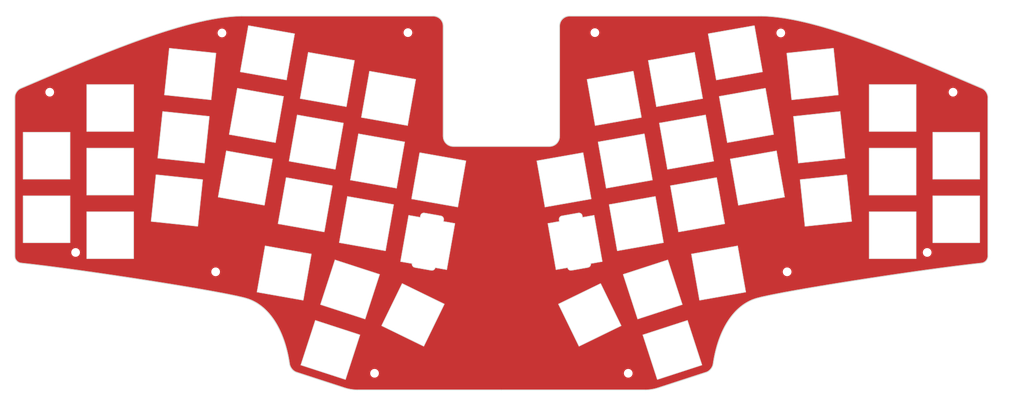
<source format=kicad_pcb>
(kicad_pcb (version 20171130) (host pcbnew "(5.1.10)-1")

  (general
    (thickness 1.6)
    (drawings 47)
    (tracks 0)
    (zones 0)
    (modules 59)
    (nets 1)
  )

  (page A3)
  (layers
    (0 F.Cu signal)
    (31 B.Cu signal)
    (32 B.Adhes user)
    (33 F.Adhes user)
    (34 B.Paste user)
    (35 F.Paste user)
    (36 B.SilkS user)
    (37 F.SilkS user)
    (38 B.Mask user)
    (39 F.Mask user)
    (40 Dwgs.User user)
    (41 Cmts.User user)
    (42 Eco1.User user)
    (43 Eco2.User user)
    (44 Edge.Cuts user)
    (45 Margin user)
    (46 B.CrtYd user)
    (47 F.CrtYd user)
    (48 B.Fab user)
    (49 F.Fab user)
  )

  (setup
    (last_trace_width 0.25)
    (user_trace_width 0.25)
    (user_trace_width 0.5)
    (trace_clearance 0.2032)
    (zone_clearance 0.05)
    (zone_45_only yes)
    (trace_min 0.1524)
    (via_size 0.8)
    (via_drill 0.4)
    (via_min_size 0.6)
    (via_min_drill 0.3)
    (uvia_size 0.3)
    (uvia_drill 0.1)
    (uvias_allowed no)
    (uvia_min_size 0.2)
    (uvia_min_drill 0.1)
    (edge_width 0.05)
    (segment_width 0.2)
    (pcb_text_width 0.3)
    (pcb_text_size 1.5 1.5)
    (mod_edge_width 0.12)
    (mod_text_size 1 1)
    (mod_text_width 0.15)
    (pad_size 1.524 1.524)
    (pad_drill 0.762)
    (pad_to_mask_clearance 0)
    (aux_axis_origin 0 0)
    (visible_elements 7FFFFFFF)
    (pcbplotparams
      (layerselection 0x010fc_ffffffff)
      (usegerberextensions false)
      (usegerberattributes true)
      (usegerberadvancedattributes true)
      (creategerberjobfile true)
      (excludeedgelayer true)
      (linewidth 0.100000)
      (plotframeref false)
      (viasonmask false)
      (mode 1)
      (useauxorigin false)
      (hpglpennumber 1)
      (hpglpenspeed 20)
      (hpglpendiameter 15.000000)
      (psnegative false)
      (psa4output false)
      (plotreference true)
      (plotvalue true)
      (plotinvisibletext false)
      (padsonsilk false)
      (subtractmaskfromsilk false)
      (outputformat 1)
      (mirror false)
      (drillshape 1)
      (scaleselection 1)
      (outputdirectory ""))
  )

  (net 0 "")

  (net_class Default "これはデフォルトのネット クラスです。"
    (clearance 0.2032)
    (trace_width 0.25)
    (via_dia 0.8)
    (via_drill 0.4)
    (uvia_dia 0.3)
    (uvia_drill 0.1)
    (diff_pair_width 0.25)
    (diff_pair_gap 0.25)
  )

  (net_class Power ""
    (clearance 0.2032)
    (trace_width 0.5)
    (via_dia 0.8)
    (via_drill 0.4)
    (uvia_dia 0.3)
    (uvia_drill 0.1)
    (diff_pair_width 0.25)
    (diff_pair_gap 0.25)
  )

  (net_class Receptacle ""
    (clearance 0.17)
    (trace_width 0.23)
    (via_dia 0.8)
    (via_drill 0.4)
    (uvia_dia 0.3)
    (uvia_drill 0.1)
    (diff_pair_width 0.25)
    (diff_pair_gap 0.25)
  )

  (module yacc46_logo:yacc46_logo_10mm (layer F.Cu) (tedit 0) (tstamp 61479860)
    (at 269.62 100.7 9.2)
    (fp_text reference G*** (at 0 0 9.2) (layer F.SilkS) hide
      (effects (font (size 1.524 1.524) (thickness 0.3)))
    )
    (fp_text value LOGO (at 0.75 0 9.2) (layer F.SilkS) hide
      (effects (font (size 1.524 1.524) (thickness 0.3)))
    )
    (fp_poly (pts (xy 4.460884 0.131581) (xy 4.488373 0.142119) (xy 4.4883 0.14605) (xy 4.472596 0.173237)
      (xy 4.435597 0.236742) (xy 4.381692 0.32905) (xy 4.315266 0.442648) (xy 4.254717 0.5461)
      (xy 4.18102 0.672086) (xy 4.115994 0.783479) (xy 4.064108 0.872604) (xy 4.029832 0.931788)
      (xy 4.018049 0.9525) (xy 4.023537 0.95798) (xy 4.053283 0.936661) (xy 4.163461 0.874565)
      (xy 4.296461 0.847095) (xy 4.437756 0.854443) (xy 4.57282 0.896802) (xy 4.630232 0.929003)
      (xy 4.730666 1.024422) (xy 4.802298 1.152837) (xy 4.842125 1.303484) (xy 4.847145 1.4656)
      (xy 4.820162 1.609953) (xy 4.770425 1.711673) (xy 4.689296 1.812225) (xy 4.591686 1.896569)
      (xy 4.492506 1.949664) (xy 4.479322 1.953754) (xy 4.340097 1.975708) (xy 4.187874 1.973653)
      (xy 4.068467 1.952295) (xy 3.983273 1.909166) (xy 3.89237 1.834418) (xy 3.810274 1.743028)
      (xy 3.751505 1.649978) (xy 3.735845 1.609122) (xy 3.7141 1.514025) (xy 3.707205 1.441176)
      (xy 3.892363 1.441176) (xy 3.91317 1.57877) (xy 3.961737 1.680861) (xy 4.044066 1.75785)
      (xy 4.091205 1.785756) (xy 4.200607 1.818986) (xy 4.326507 1.820902) (xy 4.446781 1.792972)
      (xy 4.514046 1.757694) (xy 4.603334 1.663857) (xy 4.657601 1.537987) (xy 4.67356 1.405861)
      (xy 4.652703 1.256982) (xy 4.593154 1.136667) (xy 4.499291 1.049536) (xy 4.375493 1.000206)
      (xy 4.2799 0.9906) (xy 4.136678 1.011367) (xy 4.023825 1.071645) (xy 3.943951 1.168397)
      (xy 3.899667 1.298587) (xy 3.892363 1.441176) (xy 3.707205 1.441176) (xy 3.705516 1.423337)
      (xy 3.712143 1.3303) (xy 3.73603 1.228154) (xy 3.779224 1.11014) (xy 3.843776 0.969501)
      (xy 3.931734 0.799475) (xy 4.042134 0.598686) (xy 4.3053 0.128384) (xy 4.402049 0.127692)
      (xy 4.460884 0.131581)) (layer F.Mask) (width 0.01))
    (fp_poly (pts (xy 3.272541 0.29845) (xy 3.126612 0.536611) (xy 3.005465 0.734638) (xy 2.907223 0.895634)
      (xy 2.830007 1.022707) (xy 2.771942 1.118963) (xy 2.731147 1.187507) (xy 2.705747 1.231446)
      (xy 2.693862 1.253886) (xy 2.6924 1.258074) (xy 2.716196 1.262592) (xy 2.781172 1.266324)
      (xy 2.877712 1.26891) (xy 2.996196 1.269988) (xy 3.0099 1.27) (xy 3.3274 1.27)
      (xy 3.3274 0.889) (xy 3.5052 0.889) (xy 3.5052 1.9558) (xy 3.3274 1.9558)
      (xy 3.3274 1.449058) (xy 2.5019 1.4351) (xy 2.5019 1.3335) (xy 2.505385 1.295958)
      (xy 2.517838 1.251266) (xy 2.542257 1.193711) (xy 2.581639 1.117578) (xy 2.638981 1.017155)
      (xy 2.717281 0.886727) (xy 2.819536 0.720582) (xy 2.8448 0.679869) (xy 3.1877 0.127839)
      (xy 3.282676 0.127419) (xy 3.377652 0.127) (xy 3.272541 0.29845)) (layer F.Mask) (width 0.01))
    (fp_poly (pts (xy -3.273195 -1.430022) (xy -3.291159 -1.382888) (xy -3.324931 -1.293114) (xy -3.37265 -1.16569)
      (xy -3.432454 -1.005605) (xy -3.50248 -0.817847) (xy -3.580868 -0.607406) (xy -3.665756 -0.379269)
      (xy -3.755282 -0.138427) (xy -3.785475 -0.05715) (xy -4.2501 1.1938) (xy -4.519943 1.1938)
      (xy -4.492716 1.12395) (xy -4.474121 1.074913) (xy -4.44213 0.98919) (xy -4.400831 0.87779)
      (xy -4.354315 0.751723) (xy -4.34164 0.717271) (xy -4.217789 0.380442) (xy -4.587894 -0.552729)
      (xy -4.669725 -0.759037) (xy -4.745955 -0.951188) (xy -4.814493 -1.123913) (xy -4.873248 -1.271942)
      (xy -4.920128 -1.390007) (xy -4.953041 -1.47284) (xy -4.969896 -1.51517) (xy -4.97144 -1.519015)
      (xy -4.967352 -1.53774) (xy -4.92985 -1.545889) (xy -4.850946 -1.544997) (xy -4.839419 -1.544415)
      (xy -4.693955 -1.5367) (xy -4.4035 -0.7747) (xy -4.332282 -0.587792) (xy -4.266545 -0.415138)
      (xy -4.208566 -0.262723) (xy -4.160619 -0.136536) (xy -4.124981 -0.042564) (xy -4.103927 0.013206)
      (xy -4.099398 0.0254) (xy -4.087915 0.011787) (xy -4.061508 -0.045283) (xy -4.021891 -0.141271)
      (xy -3.970779 -0.271636) (xy -3.909886 -0.43184) (xy -3.840927 -0.617341) (xy -3.765614 -0.8236)
      (xy -3.685664 -1.046076) (xy -3.60279 -1.28023) (xy -3.557506 -1.4097) (xy -3.513274 -1.5367)
      (xy -3.369407 -1.544322) (xy -3.225539 -1.551943) (xy -3.273195 -1.430022)) (layer F.Mask) (width 0.01))
    (fp_poly (pts (xy -2.049913 -0.93013) (xy -1.953596 -0.910493) (xy -1.953241 -0.910372) (xy -1.793131 -0.830275)
      (xy -1.660389 -0.711751) (xy -1.586542 -0.60574) (xy -1.5113 -0.4699) (xy -1.495994 1.1684)
      (xy -1.7526 1.1684) (xy -1.753373 1.00965) (xy -1.755237 0.926053) (xy -1.760897 0.886951)
      (xy -1.772026 0.886082) (xy -1.782242 0.9017) (xy -1.878943 1.028736) (xy -2.008865 1.119141)
      (xy -2.173238 1.173506) (xy -2.373289 1.19242) (xy -2.3876 1.192436) (xy -2.501766 1.187809)
      (xy -2.609206 1.176335) (xy -2.690015 1.160289) (xy -2.701862 1.156508) (xy -2.855078 1.076675)
      (xy -2.9743 0.961243) (xy -3.055248 0.815817) (xy -3.093641 0.646002) (xy -3.093878 0.643211)
      (xy -3.090969 0.550685) (xy -2.841807 0.550685) (xy -2.83154 0.674202) (xy -2.78614 0.787889)
      (xy -2.705086 0.879645) (xy -2.694691 0.887368) (xy -2.573669 0.946639) (xy -2.425812 0.978495)
      (xy -2.267528 0.982186) (xy -2.115221 0.956965) (xy -2.014422 0.91844) (xy -1.92973 0.861926)
      (xy -1.852055 0.789316) (xy -1.836622 0.77064) (xy -1.803297 0.722787) (xy -1.781648 0.675639)
      (xy -1.76858 0.615856) (xy -1.760998 0.530097) (xy -1.756501 0.425279) (xy -1.747701 0.173346)
      (xy -2.162901 0.181923) (xy -2.322259 0.18591) (xy -2.43976 0.191012) (xy -2.524345 0.198298)
      (xy -2.584959 0.208836) (xy -2.630543 0.223696) (xy -2.667 0.242164) (xy -2.759018 0.322565)
      (xy -2.81746 0.429439) (xy -2.841807 0.550685) (xy -3.090969 0.550685) (xy -3.088235 0.463771)
      (xy -3.038702 0.308595) (xy -2.944281 0.174726) (xy -2.931206 0.161269) (xy -2.860592 0.098479)
      (xy -2.78551 0.051065) (xy -2.697676 0.017037) (xy -2.588805 -0.005596) (xy -2.450614 -0.018825)
      (xy -2.274818 -0.02464) (xy -2.15439 -0.025401) (xy -1.7526 -0.0254) (xy -1.753158 -0.19685)
      (xy -1.769566 -0.373315) (xy -1.81831 -0.511048) (xy -1.900589 -0.611457) (xy -2.017602 -0.675948)
      (xy -2.170546 -0.705928) (xy -2.187863 -0.707082) (xy -2.364067 -0.700214) (xy -2.511155 -0.659603)
      (xy -2.624922 -0.587336) (xy -2.701166 -0.485502) (xy -2.718075 -0.443669) (xy -2.738475 -0.391467)
      (xy -2.76538 -0.365461) (xy -2.815009 -0.356548) (xy -2.874924 -0.3556) (xy -2.950024 -0.35691)
      (xy -2.985598 -0.365597) (xy -2.992918 -0.388793) (xy -2.985295 -0.42545) (xy -2.921222 -0.582985)
      (xy -2.816833 -0.722825) (xy -2.682145 -0.834134) (xy -2.546767 -0.899793) (xy -2.444031 -0.923029)
      (xy -2.314238 -0.936057) (xy -2.176496 -0.938538) (xy -2.049913 -0.93013)) (layer F.Mask) (width 0.01))
    (fp_poly (pts (xy -0.200911 -0.935286) (xy -0.064071 -0.918406) (xy 0.003247 -0.900992) (xy 0.157579 -0.823339)
      (xy 0.287262 -0.708549) (xy 0.384433 -0.5662) (xy 0.441228 -0.405869) (xy 0.448926 -0.358203)
      (xy 0.464275 -0.2286) (xy 0.333737 -0.2286) (xy 0.257075 -0.230502) (xy 0.218343 -0.240426)
      (xy 0.204699 -0.264699) (xy 0.2032 -0.292916) (xy 0.180411 -0.406828) (xy 0.11915 -0.519154)
      (xy 0.030074 -0.615388) (xy -0.076161 -0.681021) (xy -0.084204 -0.684185) (xy -0.17301 -0.703496)
      (xy -0.288399 -0.710225) (xy -0.408057 -0.704728) (xy -0.509672 -0.687362) (xy -0.540963 -0.676884)
      (xy -0.623192 -0.62533) (xy -0.705892 -0.546415) (xy -0.773025 -0.457678) (xy -0.806083 -0.386885)
      (xy -0.813248 -0.334662) (xy -0.818718 -0.242403) (xy -0.822494 -0.120844) (xy -0.824576 0.019279)
      (xy -0.824964 0.167231) (xy -0.823658 0.312275) (xy -0.820659 0.443675) (xy -0.815965 0.550696)
      (xy -0.809577 0.622602) (xy -0.806083 0.640884) (xy -0.765162 0.724037) (xy -0.694884 0.812454)
      (xy -0.611285 0.888595) (xy -0.540963 0.930883) (xy -0.445219 0.954912) (xy -0.322745 0.963975)
      (xy -0.19549 0.957621) (xy -0.100474 0.939906) (xy 0.006397 0.886757) (xy 0.099819 0.798024)
      (xy 0.168662 0.688202) (xy 0.201797 0.571782) (xy 0.2032 0.544446) (xy 0.207405 0.50809)
      (xy 0.228555 0.48972) (xy 0.27945 0.483271) (xy 0.333737 0.4826) (xy 0.464275 0.4826)
      (xy 0.44944 0.607862) (xy 0.404829 0.777644) (xy 0.317359 0.92871) (xy 0.193932 1.052571)
      (xy 0.041449 1.140736) (xy 0.005213 1.154321) (xy -0.084203 1.174111) (xy -0.203807 1.186696)
      (xy -0.335153 1.191581) (xy -0.459798 1.188275) (xy -0.559295 1.176284) (xy -0.584365 1.170067)
      (xy -0.75042 1.093756) (xy -0.890027 0.975428) (xy -0.999349 0.818556) (xy -1.021049 0.7747)
      (xy -1.040866 0.728798) (xy -1.055625 0.683797) (xy -1.066067 0.631488) (xy -1.072933 0.563666)
      (xy -1.076963 0.472123) (xy -1.078899 0.348654) (xy -1.07948 0.185052) (xy -1.0795 0.127)
      (xy -1.079205 -0.049901) (xy -1.077806 -0.184292) (xy -1.074537 -0.284465) (xy -1.068627 -0.358708)
      (xy -1.059311 -0.415312) (xy -1.045819 -0.462566) (xy -1.027383 -0.508761) (xy -1.018811 -0.528007)
      (xy -0.933207 -0.665596) (xy -0.814397 -0.785688) (xy -0.67719 -0.874602) (xy -0.616367 -0.899793)
      (xy -0.498079 -0.925939) (xy -0.352587 -0.937783) (xy -0.200911 -0.935286)) (layer F.Mask) (width 0.01))
    (fp_poly (pts (xy 1.781527 -0.934791) (xy 1.903179 -0.915605) (xy 1.942162 -0.903408) (xy 2.111112 -0.814486)
      (xy 2.247033 -0.692121) (xy 2.344945 -0.542331) (xy 2.399866 -0.371134) (xy 2.403868 -0.3456)
      (xy 2.419904 -0.2286) (xy 2.163465 -0.2286) (xy 2.146399 -0.329609) (xy 2.098225 -0.470527)
      (xy 2.00764 -0.585077) (xy 1.904794 -0.655623) (xy 1.773626 -0.699275) (xy 1.624869 -0.711177)
      (xy 1.477102 -0.692136) (xy 1.348903 -0.642957) (xy 1.328828 -0.630629) (xy 1.266295 -0.585237)
      (xy 1.218351 -0.537475) (xy 1.183091 -0.480076) (xy 1.158611 -0.405771) (xy 1.143006 -0.307293)
      (xy 1.134372 -0.177373) (xy 1.130804 -0.008745) (xy 1.1303 0.127) (xy 1.131571 0.325097)
      (xy 1.136654 0.479697) (xy 1.147453 0.598069) (xy 1.165873 0.687481) (xy 1.193818 0.755199)
      (xy 1.233192 0.808492) (xy 1.285901 0.854628) (xy 1.328828 0.884628) (xy 1.451374 0.93929)
      (xy 1.596924 0.963963) (xy 1.746898 0.957843) (xy 1.882718 0.920121) (xy 1.904794 0.909622)
      (xy 2.027304 0.820224) (xy 2.110367 0.70046) (xy 2.146399 0.583608) (xy 2.163465 0.4826)
      (xy 2.419904 0.4826) (xy 2.403868 0.599599) (xy 2.356464 0.76684) (xy 2.266588 0.919636)
      (xy 2.142369 1.047992) (xy 1.991938 1.141917) (xy 1.947775 1.160117) (xy 1.867079 1.177742)
      (xy 1.753658 1.187522) (xy 1.624962 1.189538) (xy 1.498444 1.183872) (xy 1.391555 1.170604)
      (xy 1.339026 1.157295) (xy 1.168643 1.071855) (xy 1.034012 0.950547) (xy 0.936617 0.794925)
      (xy 0.899957 0.696933) (xy 0.883669 0.611973) (xy 0.871871 0.488177) (xy 0.864529 0.337304)
      (xy 0.861608 0.171117) (xy 0.863071 0.001376) (xy 0.868885 -0.160158) (xy 0.879013 -0.301723)
      (xy 0.893422 -0.411558) (xy 0.9034 -0.455003) (xy 0.965001 -0.589061) (xy 1.062695 -0.717741)
      (xy 1.182897 -0.825042) (xy 1.256158 -0.870443) (xy 1.35775 -0.905984) (xy 1.491031 -0.929126)
      (xy 1.638217 -0.939013) (xy 1.781527 -0.934791)) (layer F.Mask) (width 0.01))
  )

  (module 1m38_kbd:EC11E-and-CherryMX_HotSwap_SwitchHole (layer F.Cu) (tedit 614725CF) (tstamp 612ACB08)
    (at 147.928332 91.866438 350)
    (path /5F72C74F)
    (fp_text reference SW19 (at 0 10.414 170) (layer F.Fab)
      (effects (font (size 1 1) (thickness 0.15)))
    )
    (fp_text value Rotary_Encoder_Switch (at 0 -10.414 170) (layer F.Fab)
      (effects (font (size 1 1) (thickness 0.15)))
    )
    (fp_line (start 3.5 -7) (end 3.5 -7.5) (layer Edge.Cuts) (width 0.12))
    (fp_line (start -3.5 -7) (end -3.5 -7.5) (layer Edge.Cuts) (width 0.12))
    (fp_line (start -3.5 7) (end -7 7) (layer Edge.Cuts) (width 0.12))
    (fp_line (start 2.5 8) (end -2.5 8) (layer Edge.Cuts) (width 0.12))
    (fp_line (start 2.5 -8.5) (end -2.5 -8.5) (layer Edge.Cuts) (width 0.12))
    (fp_line (start -9.525 -9.525) (end 9.525 -9.525) (layer F.Fab) (width 0.12))
    (fp_line (start 9.525 9.525) (end -9.525 9.525) (layer F.Fab) (width 0.12))
    (fp_line (start -9.525 9.525) (end -9.525 -9.525) (layer F.Fab) (width 0.12))
    (fp_line (start 9.525 -9.525) (end 9.525 9.525) (layer F.Fab) (width 0.12))
    (fp_line (start 7 7) (end 3.5 7) (layer Edge.Cuts) (width 0.12))
    (fp_line (start -7 7) (end -7 -7) (layer Edge.Cuts) (width 0.12))
    (fp_line (start 7 -7) (end 7 7) (layer Edge.Cuts) (width 0.12))
    (fp_line (start 7 -7) (end 3.5 -7) (layer Edge.Cuts) (width 0.12))
    (fp_line (start -3.5 -7) (end -7 -7) (layer Edge.Cuts) (width 0.12))
    (fp_arc (start -2.5 -7.5) (end -2.5 -8.5) (angle -90) (layer Edge.Cuts) (width 0.12))
    (fp_arc (start 2.5 -7.5) (end 3.5 -7.5) (angle -90) (layer Edge.Cuts) (width 0.12))
    (fp_arc (start -2.5 7) (end -3.5 7) (angle -90) (layer Edge.Cuts) (width 0.12))
    (fp_arc (start 2.5 7) (end 2.5 8) (angle -90) (layer Edge.Cuts) (width 0.12))
  )

  (module 1m38_kbd:EC11E-and-CherryMX_HotSwap_SwitchHole (layer F.Cu) (tedit 614725CF) (tstamp 612ACDD3)
    (at 192.071668 91.866438 10)
    (path /5F759478)
    (fp_text reference SW36 (at 0 10.414 10) (layer F.Fab)
      (effects (font (size 1 1) (thickness 0.15)))
    )
    (fp_text value Rotary_Encoder_Switch (at 0 -10.414 10) (layer F.Fab)
      (effects (font (size 1 1) (thickness 0.15)))
    )
    (fp_line (start 3.5 -7) (end 3.5 -7.5) (layer Edge.Cuts) (width 0.12))
    (fp_line (start -3.5 -7) (end -3.5 -7.5) (layer Edge.Cuts) (width 0.12))
    (fp_line (start -3.5 7) (end -7 7) (layer Edge.Cuts) (width 0.12))
    (fp_line (start 2.5 8) (end -2.5 8) (layer Edge.Cuts) (width 0.12))
    (fp_line (start 2.5 -8.5) (end -2.5 -8.5) (layer Edge.Cuts) (width 0.12))
    (fp_line (start -9.525 -9.525) (end 9.525 -9.525) (layer F.Fab) (width 0.12))
    (fp_line (start 9.525 9.525) (end -9.525 9.525) (layer F.Fab) (width 0.12))
    (fp_line (start -9.525 9.525) (end -9.525 -9.525) (layer F.Fab) (width 0.12))
    (fp_line (start 9.525 -9.525) (end 9.525 9.525) (layer F.Fab) (width 0.12))
    (fp_line (start 7 7) (end 3.5 7) (layer Edge.Cuts) (width 0.12))
    (fp_line (start -7 7) (end -7 -7) (layer Edge.Cuts) (width 0.12))
    (fp_line (start 7 -7) (end 7 7) (layer Edge.Cuts) (width 0.12))
    (fp_line (start 7 -7) (end 3.5 -7) (layer Edge.Cuts) (width 0.12))
    (fp_line (start -3.5 -7) (end -7 -7) (layer Edge.Cuts) (width 0.12))
    (fp_arc (start -2.5 -7.5) (end -2.5 -8.5) (angle -90) (layer Edge.Cuts) (width 0.12))
    (fp_arc (start 2.5 -7.5) (end 3.5 -7.5) (angle -90) (layer Edge.Cuts) (width 0.12))
    (fp_arc (start -2.5 7) (end -3.5 7) (angle -90) (layer Edge.Cuts) (width 0.12))
    (fp_arc (start 2.5 7) (end 2.5 8) (angle -90) (layer Edge.Cuts) (width 0.12))
  )

  (module MountingHole:MountingHole_2.2mm_M2 (layer F.Cu) (tedit 56D1B4CB) (tstamp 612AC63F)
    (at 132 131.05)
    (descr "Mounting Hole 2.2mm, no annular, M2")
    (tags "mounting hole 2.2mm no annular m2")
    (path /606ADB9B)
    (attr virtual)
    (fp_text reference H1 (at -0.95 -0.55) (layer F.Fab) hide
      (effects (font (size 1 1) (thickness 0.15)))
    )
    (fp_text value MountingHole (at 0 0.55) (layer F.Fab) hide
      (effects (font (size 1 1) (thickness 0.15)))
    )
    (fp_circle (center 0 0) (end 2.45 0) (layer F.CrtYd) (width 0.05))
    (fp_circle (center 0 0) (end 2.2 0) (layer Cmts.User) (width 0.15))
    (fp_text user %R (at 0.3 0) (layer F.Fab)
      (effects (font (size 1 1) (thickness 0.15)))
    )
    (pad 1 np_thru_hole circle (at 0 0) (size 2.2 2.2) (drill 2.2) (layers *.Cu *.Mask))
  )

  (module MountingHole:MountingHole_2.2mm_M2 (layer F.Cu) (tedit 56D1B4CB) (tstamp 612AC644)
    (at 84.4 100.65)
    (descr "Mounting Hole 2.2mm, no annular, M2")
    (tags "mounting hole 2.2mm no annular m2")
    (path /606B02BB)
    (attr virtual)
    (fp_text reference H2 (at -0.95 -0.55) (layer F.Fab) hide
      (effects (font (size 1 1) (thickness 0.15)))
    )
    (fp_text value MountingHole (at 0 0.55) (layer F.Fab) hide
      (effects (font (size 1 1) (thickness 0.15)))
    )
    (fp_circle (center 0 0) (end 2.45 0) (layer F.CrtYd) (width 0.05))
    (fp_circle (center 0 0) (end 2.2 0) (layer Cmts.User) (width 0.15))
    (fp_text user %R (at 0.3 0) (layer F.Fab)
      (effects (font (size 1 1) (thickness 0.15)))
    )
    (pad 1 np_thru_hole circle (at 0 0) (size 2.2 2.2) (drill 2.2) (layers *.Cu *.Mask))
  )

  (module MountingHole:MountingHole_2.2mm_M2 (layer F.Cu) (tedit 56D1B4CB) (tstamp 612AC649)
    (at 42.45 94.85)
    (descr "Mounting Hole 2.2mm, no annular, M2")
    (tags "mounting hole 2.2mm no annular m2")
    (path /606B04F0)
    (attr virtual)
    (fp_text reference H3 (at -0.95 -0.55) (layer F.Fab) hide
      (effects (font (size 1 1) (thickness 0.15)))
    )
    (fp_text value MountingHole (at 0 0.55) (layer F.Fab) hide
      (effects (font (size 1 1) (thickness 0.15)))
    )
    (fp_circle (center 0 0) (end 2.45 0) (layer F.CrtYd) (width 0.05))
    (fp_circle (center 0 0) (end 2.2 0) (layer Cmts.User) (width 0.15))
    (fp_text user %R (at 0.3 0) (layer F.Fab)
      (effects (font (size 1 1) (thickness 0.15)))
    )
    (pad 1 np_thru_hole circle (at 0 0) (size 2.2 2.2) (drill 2.2) (layers *.Cu *.Mask))
  )

  (module MountingHole:MountingHole_2.2mm_M2 (layer F.Cu) (tedit 56D1B4CB) (tstamp 612AC64E)
    (at 34.7 46.85)
    (descr "Mounting Hole 2.2mm, no annular, M2")
    (tags "mounting hole 2.2mm no annular m2")
    (path /606B06B3)
    (attr virtual)
    (fp_text reference H4 (at -0.95 -0.55) (layer F.Fab) hide
      (effects (font (size 1 1) (thickness 0.15)))
    )
    (fp_text value MountingHole (at 0 0.55) (layer F.Fab) hide
      (effects (font (size 1 1) (thickness 0.15)))
    )
    (fp_circle (center 0 0) (end 2.45 0) (layer F.CrtYd) (width 0.05))
    (fp_circle (center 0 0) (end 2.2 0) (layer Cmts.User) (width 0.15))
    (fp_text user %R (at 0.3 0) (layer F.Fab)
      (effects (font (size 1 1) (thickness 0.15)))
    )
    (pad 1 np_thru_hole circle (at 0 0) (size 2.2 2.2) (drill 2.2) (layers *.Cu *.Mask))
  )

  (module MountingHole:MountingHole_2.2mm_M2 (layer F.Cu) (tedit 56D1B4CB) (tstamp 612AC653)
    (at 86.3 29.1)
    (descr "Mounting Hole 2.2mm, no annular, M2")
    (tags "mounting hole 2.2mm no annular m2")
    (path /606B0867)
    (attr virtual)
    (fp_text reference H5 (at -0.95 -0.55) (layer F.Fab) hide
      (effects (font (size 1 1) (thickness 0.15)))
    )
    (fp_text value MountingHole (at 0 0.55) (layer F.Fab) hide
      (effects (font (size 1 1) (thickness 0.15)))
    )
    (fp_circle (center 0 0) (end 2.45 0) (layer F.CrtYd) (width 0.05))
    (fp_circle (center 0 0) (end 2.2 0) (layer Cmts.User) (width 0.15))
    (fp_text user %R (at 0.3 0) (layer F.Fab)
      (effects (font (size 1 1) (thickness 0.15)))
    )
    (pad 1 np_thru_hole circle (at 0 0) (size 2.2 2.2) (drill 2.2) (layers *.Cu *.Mask))
  )

  (module MountingHole:MountingHole_2.2mm_M2 (layer F.Cu) (tedit 56D1B4CB) (tstamp 612AC658)
    (at 142 29)
    (descr "Mounting Hole 2.2mm, no annular, M2")
    (tags "mounting hole 2.2mm no annular m2")
    (path /606B2471)
    (attr virtual)
    (fp_text reference H6 (at -0.95 -0.55) (layer F.Fab) hide
      (effects (font (size 1 1) (thickness 0.15)))
    )
    (fp_text value MountingHole (at 0 0.55) (layer F.Fab) hide
      (effects (font (size 1 1) (thickness 0.15)))
    )
    (fp_circle (center 0 0) (end 2.45 0) (layer F.CrtYd) (width 0.05))
    (fp_circle (center 0 0) (end 2.2 0) (layer Cmts.User) (width 0.15))
    (fp_text user %R (at 0.3 0) (layer F.Fab)
      (effects (font (size 1 1) (thickness 0.15)))
    )
    (pad 1 np_thru_hole circle (at 0 0) (size 2.2 2.2) (drill 2.2) (layers *.Cu *.Mask))
  )

  (module MountingHole:MountingHole_2.2mm_M2 (layer F.Cu) (tedit 56D1B4CB) (tstamp 612AC65D)
    (at 198 29)
    (descr "Mounting Hole 2.2mm, no annular, M2")
    (tags "mounting hole 2.2mm no annular m2")
    (path /606B0A20)
    (attr virtual)
    (fp_text reference H7 (at -0.95 -0.55) (layer F.Fab) hide
      (effects (font (size 1 1) (thickness 0.15)))
    )
    (fp_text value MountingHole (at 0 0.55) (layer F.Fab) hide
      (effects (font (size 1 1) (thickness 0.15)))
    )
    (fp_circle (center 0 0) (end 2.45 0) (layer F.CrtYd) (width 0.05))
    (fp_circle (center 0 0) (end 2.2 0) (layer Cmts.User) (width 0.15))
    (fp_text user %R (at 0.3 0) (layer F.Fab)
      (effects (font (size 1 1) (thickness 0.15)))
    )
    (pad 1 np_thru_hole circle (at 0 0) (size 2.2 2.2) (drill 2.2) (layers *.Cu *.Mask))
  )

  (module MountingHole:MountingHole_2.2mm_M2 (layer F.Cu) (tedit 56D1B4CB) (tstamp 612AC662)
    (at 253.7 29.1)
    (descr "Mounting Hole 2.2mm, no annular, M2")
    (tags "mounting hole 2.2mm no annular m2")
    (path /606B0E68)
    (attr virtual)
    (fp_text reference H8 (at -0.95 -0.55) (layer F.Fab) hide
      (effects (font (size 1 1) (thickness 0.15)))
    )
    (fp_text value MountingHole (at 0 0.55) (layer F.Fab) hide
      (effects (font (size 1 1) (thickness 0.15)))
    )
    (fp_circle (center 0 0) (end 2.45 0) (layer F.CrtYd) (width 0.05))
    (fp_circle (center 0 0) (end 2.2 0) (layer Cmts.User) (width 0.15))
    (fp_text user %R (at 0.3 0) (layer F.Fab)
      (effects (font (size 1 1) (thickness 0.15)))
    )
    (pad 1 np_thru_hole circle (at 0 0) (size 2.2 2.2) (drill 2.2) (layers *.Cu *.Mask))
  )

  (module MountingHole:MountingHole_2.2mm_M2 (layer F.Cu) (tedit 56D1B4CB) (tstamp 612AC667)
    (at 305.3 46.85)
    (descr "Mounting Hole 2.2mm, no annular, M2")
    (tags "mounting hole 2.2mm no annular m2")
    (path /606B1032)
    (attr virtual)
    (fp_text reference H9 (at -0.95 -0.55) (layer F.Fab) hide
      (effects (font (size 1 1) (thickness 0.15)))
    )
    (fp_text value MountingHole (at 0 0.55) (layer F.Fab) hide
      (effects (font (size 1 1) (thickness 0.15)))
    )
    (fp_circle (center 0 0) (end 2.45 0) (layer F.CrtYd) (width 0.05))
    (fp_circle (center 0 0) (end 2.2 0) (layer Cmts.User) (width 0.15))
    (fp_text user %R (at 0.3 0) (layer F.Fab)
      (effects (font (size 1 1) (thickness 0.15)))
    )
    (pad 1 np_thru_hole circle (at 0 0) (size 2.2 2.2) (drill 2.2) (layers *.Cu *.Mask))
  )

  (module MountingHole:MountingHole_2.2mm_M2 (layer F.Cu) (tedit 56D1B4CB) (tstamp 612AC66C)
    (at 297.55 94.85)
    (descr "Mounting Hole 2.2mm, no annular, M2")
    (tags "mounting hole 2.2mm no annular m2")
    (path /606B122A)
    (attr virtual)
    (fp_text reference H10 (at -0.95 -0.55) (layer F.Fab) hide
      (effects (font (size 1 1) (thickness 0.15)))
    )
    (fp_text value MountingHole (at 0 0.55) (layer F.Fab) hide
      (effects (font (size 1 1) (thickness 0.15)))
    )
    (fp_circle (center 0 0) (end 2.45 0) (layer F.CrtYd) (width 0.05))
    (fp_circle (center 0 0) (end 2.2 0) (layer Cmts.User) (width 0.15))
    (fp_text user %R (at 0.3 0) (layer F.Fab)
      (effects (font (size 1 1) (thickness 0.15)))
    )
    (pad 1 np_thru_hole circle (at 0 0) (size 2.2 2.2) (drill 2.2) (layers *.Cu *.Mask))
  )

  (module MountingHole:MountingHole_2.2mm_M2 (layer F.Cu) (tedit 56D1B4CB) (tstamp 612AC671)
    (at 255.6 100.65)
    (descr "Mounting Hole 2.2mm, no annular, M2")
    (tags "mounting hole 2.2mm no annular m2")
    (path /606B1436)
    (attr virtual)
    (fp_text reference H11 (at -0.95 -0.55) (layer F.Fab) hide
      (effects (font (size 1 1) (thickness 0.15)))
    )
    (fp_text value MountingHole (at 0 0.55) (layer F.Fab) hide
      (effects (font (size 1 1) (thickness 0.15)))
    )
    (fp_circle (center 0 0) (end 2.45 0) (layer F.CrtYd) (width 0.05))
    (fp_circle (center 0 0) (end 2.2 0) (layer Cmts.User) (width 0.15))
    (fp_text user %R (at 0.3 0) (layer F.Fab)
      (effects (font (size 1 1) (thickness 0.15)))
    )
    (pad 1 np_thru_hole circle (at 0 0) (size 2.2 2.2) (drill 2.2) (layers *.Cu *.Mask))
  )

  (module MountingHole:MountingHole_2.2mm_M2 (layer F.Cu) (tedit 56D1B4CB) (tstamp 612AC676)
    (at 208 131.05)
    (descr "Mounting Hole 2.2mm, no annular, M2")
    (tags "mounting hole 2.2mm no annular m2")
    (path /606B2760)
    (attr virtual)
    (fp_text reference H12 (at -0.95 -0.55) (layer F.Fab) hide
      (effects (font (size 1 1) (thickness 0.15)))
    )
    (fp_text value MountingHole (at 0 0.55) (layer F.Fab) hide
      (effects (font (size 1 1) (thickness 0.15)))
    )
    (fp_circle (center 0 0) (end 2.45 0) (layer F.CrtYd) (width 0.05))
    (fp_circle (center 0 0) (end 2.2 0) (layer Cmts.User) (width 0.15))
    (fp_text user %R (at 0.3 0) (layer F.Fab)
      (effects (font (size 1 1) (thickness 0.15)))
    )
    (pad 1 np_thru_hole circle (at 0 0) (size 2.2 2.2) (drill 2.2) (layers *.Cu *.Mask))
  )

  (module foostan_kbd:SW_Hole (layer F.Cu) (tedit 6146AC2B) (tstamp 612AC9E1)
    (at 151.23633 73.10585 350)
    (path /5F5DC0BA)
    (fp_text reference SW12 (at 7 8.1 170) (layer F.SilkS) hide
      (effects (font (size 1 1) (thickness 0.15)))
    )
    (fp_text value SW_PUSH (at -7.4 -8.1 170) (layer F.Fab) hide
      (effects (font (size 1 1) (thickness 0.15)))
    )
    (fp_line (start 9.525 9.525) (end 9.525 -9.525) (layer F.Fab) (width 0.15))
    (fp_line (start -9.525 9.525) (end 9.525 9.525) (layer F.Fab) (width 0.15))
    (fp_line (start -9.525 -9.525) (end -9.525 9.525) (layer F.Fab) (width 0.15))
    (fp_line (start 9.525 -9.525) (end -9.525 -9.525) (layer F.Fab) (width 0.15))
    (fp_line (start -7 -7) (end -7 7) (layer Edge.Cuts) (width 0.12))
    (fp_line (start -7 7) (end 7 7) (layer Edge.Cuts) (width 0.12))
    (fp_line (start 7 7) (end 7 -7) (layer Edge.Cuts) (width 0.12))
    (fp_line (start 7 -7) (end -7 -7) (layer Edge.Cuts) (width 0.12))
    (model "${KISYS3DMOD}/foostan_kbd.3dshapes/CherryMX Switch.step"
      (offset (xyz 0 0 -5))
      (scale (xyz 1 1 1))
      (rotate (xyz 0 0 0))
    )
  )

  (module foostan_kbd:SW_Hole (layer F.Cu) (tedit 6146AC2B) (tstamp 612AC813)
    (at 52.8 51.575)
    (path /5F5B60E2)
    (fp_text reference SW1 (at 7 8.1) (layer F.SilkS) hide
      (effects (font (size 1 1) (thickness 0.15)))
    )
    (fp_text value SW_PUSH (at -7.4 -8.1) (layer F.Fab) hide
      (effects (font (size 1 1) (thickness 0.15)))
    )
    (fp_line (start 9.525 9.525) (end 9.525 -9.525) (layer F.Fab) (width 0.15))
    (fp_line (start -9.525 9.525) (end 9.525 9.525) (layer F.Fab) (width 0.15))
    (fp_line (start -9.525 -9.525) (end -9.525 9.525) (layer F.Fab) (width 0.15))
    (fp_line (start 9.525 -9.525) (end -9.525 -9.525) (layer F.Fab) (width 0.15))
    (fp_line (start -7 -7) (end -7 7) (layer Edge.Cuts) (width 0.12))
    (fp_line (start -7 7) (end 7 7) (layer Edge.Cuts) (width 0.12))
    (fp_line (start 7 7) (end 7 -7) (layer Edge.Cuts) (width 0.12))
    (fp_line (start 7 -7) (end -7 -7) (layer Edge.Cuts) (width 0.12))
    (model "${KISYS3DMOD}/foostan_kbd.3dshapes/CherryMX Switch.step"
      (offset (xyz 0 0 -5))
      (scale (xyz 1 1 1))
      (rotate (xyz 0 0 0))
    )
  )

  (module foostan_kbd:SW_Hole (layer F.Cu) (tedit 6146AC2B) (tstamp 612AC83D)
    (at 76.775989 41.401528 354)
    (path /5F5B6E67)
    (fp_text reference SW2 (at 7 8.1 174) (layer F.SilkS) hide
      (effects (font (size 1 1) (thickness 0.15)))
    )
    (fp_text value SW_PUSH (at -7.4 -8.1 174) (layer F.Fab) hide
      (effects (font (size 1 1) (thickness 0.15)))
    )
    (fp_line (start 9.525 9.525) (end 9.525 -9.525) (layer F.Fab) (width 0.15))
    (fp_line (start -9.525 9.525) (end 9.525 9.525) (layer F.Fab) (width 0.15))
    (fp_line (start -9.525 -9.525) (end -9.525 9.525) (layer F.Fab) (width 0.15))
    (fp_line (start 9.525 -9.525) (end -9.525 -9.525) (layer F.Fab) (width 0.15))
    (fp_line (start -7 -7) (end -7 7) (layer Edge.Cuts) (width 0.12))
    (fp_line (start -7 7) (end 7 7) (layer Edge.Cuts) (width 0.12))
    (fp_line (start 7 7) (end 7 -7) (layer Edge.Cuts) (width 0.12))
    (fp_line (start 7 -7) (end -7 -7) (layer Edge.Cuts) (width 0.12))
    (model "${KISYS3DMOD}/foostan_kbd.3dshapes/CherryMX Switch.step"
      (offset (xyz 0 0 -5))
      (scale (xyz 1 1 1))
      (rotate (xyz 0 0 0))
    )
  )

  (module foostan_kbd:SW_Hole (layer F.Cu) (tedit 6146AC2B) (tstamp 612AC867)
    (at 99.916564 35.040975 350)
    (path /5F5B876D)
    (fp_text reference SW3 (at 7 8.1 170) (layer F.SilkS) hide
      (effects (font (size 1 1) (thickness 0.15)))
    )
    (fp_text value SW_PUSH (at -7.4 -8.1 170) (layer F.Fab) hide
      (effects (font (size 1 1) (thickness 0.15)))
    )
    (fp_line (start 9.525 9.525) (end 9.525 -9.525) (layer F.Fab) (width 0.15))
    (fp_line (start -9.525 9.525) (end 9.525 9.525) (layer F.Fab) (width 0.15))
    (fp_line (start -9.525 -9.525) (end -9.525 9.525) (layer F.Fab) (width 0.15))
    (fp_line (start 9.525 -9.525) (end -9.525 -9.525) (layer F.Fab) (width 0.15))
    (fp_line (start -7 -7) (end -7 7) (layer Edge.Cuts) (width 0.12))
    (fp_line (start -7 7) (end 7 7) (layer Edge.Cuts) (width 0.12))
    (fp_line (start 7 7) (end 7 -7) (layer Edge.Cuts) (width 0.12))
    (fp_line (start 7 -7) (end -7 -7) (layer Edge.Cuts) (width 0.12))
    (model "${KISYS3DMOD}/foostan_kbd.3dshapes/CherryMX Switch.step"
      (offset (xyz 0 0 -5))
      (scale (xyz 1 1 1))
      (rotate (xyz 0 0 0))
    )
  )

  (module foostan_kbd:SW_Hole (layer F.Cu) (tedit 6146AC2B) (tstamp 612AC891)
    (at 117.850152 43.03912 350)
    (path /5F5B8EE0)
    (fp_text reference SW4 (at 7 8.1 170) (layer F.SilkS) hide
      (effects (font (size 1 1) (thickness 0.15)))
    )
    (fp_text value SW_PUSH (at -7.4 -8.1 170) (layer F.Fab) hide
      (effects (font (size 1 1) (thickness 0.15)))
    )
    (fp_line (start 9.525 9.525) (end 9.525 -9.525) (layer F.Fab) (width 0.15))
    (fp_line (start -9.525 9.525) (end 9.525 9.525) (layer F.Fab) (width 0.15))
    (fp_line (start -9.525 -9.525) (end -9.525 9.525) (layer F.Fab) (width 0.15))
    (fp_line (start 9.525 -9.525) (end -9.525 -9.525) (layer F.Fab) (width 0.15))
    (fp_line (start -7 -7) (end -7 7) (layer Edge.Cuts) (width 0.12))
    (fp_line (start -7 7) (end 7 7) (layer Edge.Cuts) (width 0.12))
    (fp_line (start 7 7) (end 7 -7) (layer Edge.Cuts) (width 0.12))
    (fp_line (start 7 -7) (end -7 -7) (layer Edge.Cuts) (width 0.12))
    (model "${KISYS3DMOD}/foostan_kbd.3dshapes/CherryMX Switch.step"
      (offset (xyz 0 0 -5))
      (scale (xyz 1 1 1))
      (rotate (xyz 0 0 0))
    )
  )

  (module foostan_kbd:SW_Hole (layer F.Cu) (tedit 6146AC2B) (tstamp 612AC8BB)
    (at 136.19724 48.692191 350)
    (path /5F5D5213)
    (fp_text reference SW5 (at 7 8.1 170) (layer F.SilkS) hide
      (effects (font (size 1 1) (thickness 0.15)))
    )
    (fp_text value SW_PUSH (at -7.4 -8.1 170) (layer F.Fab) hide
      (effects (font (size 1 1) (thickness 0.15)))
    )
    (fp_line (start 9.525 9.525) (end 9.525 -9.525) (layer F.Fab) (width 0.15))
    (fp_line (start -9.525 9.525) (end 9.525 9.525) (layer F.Fab) (width 0.15))
    (fp_line (start -9.525 -9.525) (end -9.525 9.525) (layer F.Fab) (width 0.15))
    (fp_line (start 9.525 -9.525) (end -9.525 -9.525) (layer F.Fab) (width 0.15))
    (fp_line (start -7 -7) (end -7 7) (layer Edge.Cuts) (width 0.12))
    (fp_line (start -7 7) (end 7 7) (layer Edge.Cuts) (width 0.12))
    (fp_line (start 7 7) (end 7 -7) (layer Edge.Cuts) (width 0.12))
    (fp_line (start 7 -7) (end -7 -7) (layer Edge.Cuts) (width 0.12))
    (model "${KISYS3DMOD}/foostan_kbd.3dshapes/CherryMX Switch.step"
      (offset (xyz 0 0 -5))
      (scale (xyz 1 1 1))
      (rotate (xyz 0 0 0))
    )
  )

  (module foostan_kbd:SW_Hole (layer F.Cu) (tedit 6146AC2B) (tstamp 612AC8E5)
    (at 33.75 65.8625)
    (path /5F5D7903)
    (fp_text reference SW6 (at 7 8.1) (layer F.SilkS) hide
      (effects (font (size 1 1) (thickness 0.15)))
    )
    (fp_text value SW_PUSH (at -7.4 -8.1) (layer F.Fab) hide
      (effects (font (size 1 1) (thickness 0.15)))
    )
    (fp_line (start 9.525 9.525) (end 9.525 -9.525) (layer F.Fab) (width 0.15))
    (fp_line (start -9.525 9.525) (end 9.525 9.525) (layer F.Fab) (width 0.15))
    (fp_line (start -9.525 -9.525) (end -9.525 9.525) (layer F.Fab) (width 0.15))
    (fp_line (start 9.525 -9.525) (end -9.525 -9.525) (layer F.Fab) (width 0.15))
    (fp_line (start -7 -7) (end -7 7) (layer Edge.Cuts) (width 0.12))
    (fp_line (start -7 7) (end 7 7) (layer Edge.Cuts) (width 0.12))
    (fp_line (start 7 7) (end 7 -7) (layer Edge.Cuts) (width 0.12))
    (fp_line (start 7 -7) (end -7 -7) (layer Edge.Cuts) (width 0.12))
    (model "${KISYS3DMOD}/foostan_kbd.3dshapes/CherryMX Switch.step"
      (offset (xyz 0 0 -5))
      (scale (xyz 1 1 1))
      (rotate (xyz 0 0 0))
    )
  )

  (module foostan_kbd:SW_Hole (layer F.Cu) (tedit 6146AC2B) (tstamp 612AC90F)
    (at 52.8 70.625)
    (path /5F5D856F)
    (fp_text reference SW7 (at 7 8.1) (layer F.SilkS) hide
      (effects (font (size 1 1) (thickness 0.15)))
    )
    (fp_text value SW_PUSH (at -7.4 -8.1) (layer F.Fab) hide
      (effects (font (size 1 1) (thickness 0.15)))
    )
    (fp_line (start 9.525 9.525) (end 9.525 -9.525) (layer F.Fab) (width 0.15))
    (fp_line (start -9.525 9.525) (end 9.525 9.525) (layer F.Fab) (width 0.15))
    (fp_line (start -9.525 -9.525) (end -9.525 9.525) (layer F.Fab) (width 0.15))
    (fp_line (start 9.525 -9.525) (end -9.525 -9.525) (layer F.Fab) (width 0.15))
    (fp_line (start -7 -7) (end -7 7) (layer Edge.Cuts) (width 0.12))
    (fp_line (start -7 7) (end 7 7) (layer Edge.Cuts) (width 0.12))
    (fp_line (start 7 7) (end 7 -7) (layer Edge.Cuts) (width 0.12))
    (fp_line (start 7 -7) (end -7 -7) (layer Edge.Cuts) (width 0.12))
    (model "${KISYS3DMOD}/foostan_kbd.3dshapes/CherryMX Switch.step"
      (offset (xyz 0 0 -5))
      (scale (xyz 1 1 1))
      (rotate (xyz 0 0 0))
    )
  )

  (module foostan_kbd:SW_Hole (layer F.Cu) (tedit 6146AC2B) (tstamp 612AC939)
    (at 74.784721 60.34717 354)
    (path /5F5D8D10)
    (fp_text reference SW8 (at 7 8.1 174) (layer F.SilkS) hide
      (effects (font (size 1 1) (thickness 0.15)))
    )
    (fp_text value SW_PUSH (at -7.4 -8.1 174) (layer F.Fab) hide
      (effects (font (size 1 1) (thickness 0.15)))
    )
    (fp_line (start 9.525 9.525) (end 9.525 -9.525) (layer F.Fab) (width 0.15))
    (fp_line (start -9.525 9.525) (end 9.525 9.525) (layer F.Fab) (width 0.15))
    (fp_line (start -9.525 -9.525) (end -9.525 9.525) (layer F.Fab) (width 0.15))
    (fp_line (start 9.525 -9.525) (end -9.525 -9.525) (layer F.Fab) (width 0.15))
    (fp_line (start -7 -7) (end -7 7) (layer Edge.Cuts) (width 0.12))
    (fp_line (start -7 7) (end 7 7) (layer Edge.Cuts) (width 0.12))
    (fp_line (start 7 7) (end 7 -7) (layer Edge.Cuts) (width 0.12))
    (fp_line (start 7 -7) (end -7 -7) (layer Edge.Cuts) (width 0.12))
    (model "${KISYS3DMOD}/foostan_kbd.3dshapes/CherryMX Switch.step"
      (offset (xyz 0 0 -5))
      (scale (xyz 1 1 1))
      (rotate (xyz 0 0 0))
    )
  )

  (module foostan_kbd:SW_Hole (layer F.Cu) (tedit 6146AC2B) (tstamp 612AC963)
    (at 96.608566 53.801563 350)
    (path /5F5D95B6)
    (fp_text reference SW9 (at 7 8.1 170) (layer F.SilkS) hide
      (effects (font (size 1 1) (thickness 0.15)))
    )
    (fp_text value SW_PUSH (at -7.4 -8.1 170) (layer F.Fab) hide
      (effects (font (size 1 1) (thickness 0.15)))
    )
    (fp_line (start 9.525 9.525) (end 9.525 -9.525) (layer F.Fab) (width 0.15))
    (fp_line (start -9.525 9.525) (end 9.525 9.525) (layer F.Fab) (width 0.15))
    (fp_line (start -9.525 -9.525) (end -9.525 9.525) (layer F.Fab) (width 0.15))
    (fp_line (start 9.525 -9.525) (end -9.525 -9.525) (layer F.Fab) (width 0.15))
    (fp_line (start -7 -7) (end -7 7) (layer Edge.Cuts) (width 0.12))
    (fp_line (start -7 7) (end 7 7) (layer Edge.Cuts) (width 0.12))
    (fp_line (start 7 7) (end 7 -7) (layer Edge.Cuts) (width 0.12))
    (fp_line (start 7 -7) (end -7 -7) (layer Edge.Cuts) (width 0.12))
    (model "${KISYS3DMOD}/foostan_kbd.3dshapes/CherryMX Switch.step"
      (offset (xyz 0 0 -5))
      (scale (xyz 1 1 1))
      (rotate (xyz 0 0 0))
    )
  )

  (module foostan_kbd:SW_Hole (layer F.Cu) (tedit 6146AC2B) (tstamp 612AC98D)
    (at 114.542154 61.799708 350)
    (path /5F5D9E13)
    (fp_text reference SW10 (at 7 8.1 170) (layer F.SilkS) hide
      (effects (font (size 1 1) (thickness 0.15)))
    )
    (fp_text value SW_PUSH (at -7.4 -8.1 170) (layer F.Fab) hide
      (effects (font (size 1 1) (thickness 0.15)))
    )
    (fp_line (start 9.525 9.525) (end 9.525 -9.525) (layer F.Fab) (width 0.15))
    (fp_line (start -9.525 9.525) (end 9.525 9.525) (layer F.Fab) (width 0.15))
    (fp_line (start -9.525 -9.525) (end -9.525 9.525) (layer F.Fab) (width 0.15))
    (fp_line (start 9.525 -9.525) (end -9.525 -9.525) (layer F.Fab) (width 0.15))
    (fp_line (start -7 -7) (end -7 7) (layer Edge.Cuts) (width 0.12))
    (fp_line (start -7 7) (end 7 7) (layer Edge.Cuts) (width 0.12))
    (fp_line (start 7 7) (end 7 -7) (layer Edge.Cuts) (width 0.12))
    (fp_line (start 7 -7) (end -7 -7) (layer Edge.Cuts) (width 0.12))
    (model "${KISYS3DMOD}/foostan_kbd.3dshapes/CherryMX Switch.step"
      (offset (xyz 0 0 -5))
      (scale (xyz 1 1 1))
      (rotate (xyz 0 0 0))
    )
  )

  (module foostan_kbd:SW_Hole (layer F.Cu) (tedit 6146AC2B) (tstamp 612AC9B7)
    (at 132.889242 67.452779 350)
    (path /5F5DB97E)
    (fp_text reference SW11 (at 7 8.1 170) (layer F.SilkS) hide
      (effects (font (size 1 1) (thickness 0.15)))
    )
    (fp_text value SW_PUSH (at -7.4 -8.1 170) (layer F.Fab) hide
      (effects (font (size 1 1) (thickness 0.15)))
    )
    (fp_line (start 9.525 9.525) (end 9.525 -9.525) (layer F.Fab) (width 0.15))
    (fp_line (start -9.525 9.525) (end 9.525 9.525) (layer F.Fab) (width 0.15))
    (fp_line (start -9.525 -9.525) (end -9.525 9.525) (layer F.Fab) (width 0.15))
    (fp_line (start 9.525 -9.525) (end -9.525 -9.525) (layer F.Fab) (width 0.15))
    (fp_line (start -7 -7) (end -7 7) (layer Edge.Cuts) (width 0.12))
    (fp_line (start -7 7) (end 7 7) (layer Edge.Cuts) (width 0.12))
    (fp_line (start 7 7) (end 7 -7) (layer Edge.Cuts) (width 0.12))
    (fp_line (start 7 -7) (end -7 -7) (layer Edge.Cuts) (width 0.12))
    (model "${KISYS3DMOD}/foostan_kbd.3dshapes/CherryMX Switch.step"
      (offset (xyz 0 0 -5))
      (scale (xyz 1 1 1))
      (rotate (xyz 0 0 0))
    )
  )

  (module foostan_kbd:SW_Hole (layer F.Cu) (tedit 6146AC2B) (tstamp 612ACA0B)
    (at 33.75 84.9125)
    (path /5F5F3D5F)
    (fp_text reference SW13 (at 7 8.1) (layer F.SilkS) hide
      (effects (font (size 1 1) (thickness 0.15)))
    )
    (fp_text value SW_PUSH (at -7.4 -8.1) (layer F.Fab) hide
      (effects (font (size 1 1) (thickness 0.15)))
    )
    (fp_line (start 9.525 9.525) (end 9.525 -9.525) (layer F.Fab) (width 0.15))
    (fp_line (start -9.525 9.525) (end 9.525 9.525) (layer F.Fab) (width 0.15))
    (fp_line (start -9.525 -9.525) (end -9.525 9.525) (layer F.Fab) (width 0.15))
    (fp_line (start 9.525 -9.525) (end -9.525 -9.525) (layer F.Fab) (width 0.15))
    (fp_line (start -7 -7) (end -7 7) (layer Edge.Cuts) (width 0.12))
    (fp_line (start -7 7) (end 7 7) (layer Edge.Cuts) (width 0.12))
    (fp_line (start 7 7) (end 7 -7) (layer Edge.Cuts) (width 0.12))
    (fp_line (start 7 -7) (end -7 -7) (layer Edge.Cuts) (width 0.12))
    (model "${KISYS3DMOD}/foostan_kbd.3dshapes/CherryMX Switch.step"
      (offset (xyz 0 0 -5))
      (scale (xyz 1 1 1))
      (rotate (xyz 0 0 0))
    )
  )

  (module foostan_kbd:SW_Hole (layer F.Cu) (tedit 6146AC2B) (tstamp 612ACA35)
    (at 52.8 89.675)
    (path /5F5F4155)
    (fp_text reference SW14 (at 7 8.1) (layer F.SilkS) hide
      (effects (font (size 1 1) (thickness 0.15)))
    )
    (fp_text value SW_PUSH (at -7.4 -8.1) (layer F.Fab) hide
      (effects (font (size 1 1) (thickness 0.15)))
    )
    (fp_line (start 9.525 9.525) (end 9.525 -9.525) (layer F.Fab) (width 0.15))
    (fp_line (start -9.525 9.525) (end 9.525 9.525) (layer F.Fab) (width 0.15))
    (fp_line (start -9.525 -9.525) (end -9.525 9.525) (layer F.Fab) (width 0.15))
    (fp_line (start 9.525 -9.525) (end -9.525 -9.525) (layer F.Fab) (width 0.15))
    (fp_line (start -7 -7) (end -7 7) (layer Edge.Cuts) (width 0.12))
    (fp_line (start -7 7) (end 7 7) (layer Edge.Cuts) (width 0.12))
    (fp_line (start 7 7) (end 7 -7) (layer Edge.Cuts) (width 0.12))
    (fp_line (start 7 -7) (end -7 -7) (layer Edge.Cuts) (width 0.12))
    (model "${KISYS3DMOD}/foostan_kbd.3dshapes/CherryMX Switch.step"
      (offset (xyz 0 0 -5))
      (scale (xyz 1 1 1))
      (rotate (xyz 0 0 0))
    )
  )

  (module foostan_kbd:SW_Hole (layer F.Cu) (tedit 6146AC2B) (tstamp 612ACA5F)
    (at 72.793454 79.292812 354)
    (path /5F5F446B)
    (fp_text reference SW15 (at 7 8.1 174) (layer F.SilkS) hide
      (effects (font (size 1 1) (thickness 0.15)))
    )
    (fp_text value SW_PUSH (at -7.4 -8.1 174) (layer F.Fab) hide
      (effects (font (size 1 1) (thickness 0.15)))
    )
    (fp_line (start 9.525 9.525) (end 9.525 -9.525) (layer F.Fab) (width 0.15))
    (fp_line (start -9.525 9.525) (end 9.525 9.525) (layer F.Fab) (width 0.15))
    (fp_line (start -9.525 -9.525) (end -9.525 9.525) (layer F.Fab) (width 0.15))
    (fp_line (start 9.525 -9.525) (end -9.525 -9.525) (layer F.Fab) (width 0.15))
    (fp_line (start -7 -7) (end -7 7) (layer Edge.Cuts) (width 0.12))
    (fp_line (start -7 7) (end 7 7) (layer Edge.Cuts) (width 0.12))
    (fp_line (start 7 7) (end 7 -7) (layer Edge.Cuts) (width 0.12))
    (fp_line (start 7 -7) (end -7 -7) (layer Edge.Cuts) (width 0.12))
    (model "${KISYS3DMOD}/foostan_kbd.3dshapes/CherryMX Switch.step"
      (offset (xyz 0 0 -5))
      (scale (xyz 1 1 1))
      (rotate (xyz 0 0 0))
    )
  )

  (module foostan_kbd:SW_Hole (layer F.Cu) (tedit 6146AC2B) (tstamp 612ACA89)
    (at 93.300568 72.562151 350)
    (path /5F5F485F)
    (fp_text reference SW16 (at 7 8.1 170) (layer F.SilkS) hide
      (effects (font (size 1 1) (thickness 0.15)))
    )
    (fp_text value SW_PUSH (at -7.4 -8.1 170) (layer F.Fab) hide
      (effects (font (size 1 1) (thickness 0.15)))
    )
    (fp_line (start 9.525 9.525) (end 9.525 -9.525) (layer F.Fab) (width 0.15))
    (fp_line (start -9.525 9.525) (end 9.525 9.525) (layer F.Fab) (width 0.15))
    (fp_line (start -9.525 -9.525) (end -9.525 9.525) (layer F.Fab) (width 0.15))
    (fp_line (start 9.525 -9.525) (end -9.525 -9.525) (layer F.Fab) (width 0.15))
    (fp_line (start -7 -7) (end -7 7) (layer Edge.Cuts) (width 0.12))
    (fp_line (start -7 7) (end 7 7) (layer Edge.Cuts) (width 0.12))
    (fp_line (start 7 7) (end 7 -7) (layer Edge.Cuts) (width 0.12))
    (fp_line (start 7 -7) (end -7 -7) (layer Edge.Cuts) (width 0.12))
    (model "${KISYS3DMOD}/foostan_kbd.3dshapes/CherryMX Switch.step"
      (offset (xyz 0 0 -5))
      (scale (xyz 1 1 1))
      (rotate (xyz 0 0 0))
    )
  )

  (module foostan_kbd:SW_Hole (layer F.Cu) (tedit 6146AC2B) (tstamp 612ACAB3)
    (at 111.234156 80.560295 350)
    (path /5F5F4CB1)
    (fp_text reference SW17 (at 7 8.1 170) (layer F.SilkS) hide
      (effects (font (size 1 1) (thickness 0.15)))
    )
    (fp_text value SW_PUSH (at -7.4 -8.1 170) (layer F.Fab) hide
      (effects (font (size 1 1) (thickness 0.15)))
    )
    (fp_line (start 9.525 9.525) (end 9.525 -9.525) (layer F.Fab) (width 0.15))
    (fp_line (start -9.525 9.525) (end 9.525 9.525) (layer F.Fab) (width 0.15))
    (fp_line (start -9.525 -9.525) (end -9.525 9.525) (layer F.Fab) (width 0.15))
    (fp_line (start 9.525 -9.525) (end -9.525 -9.525) (layer F.Fab) (width 0.15))
    (fp_line (start -7 -7) (end -7 7) (layer Edge.Cuts) (width 0.12))
    (fp_line (start -7 7) (end 7 7) (layer Edge.Cuts) (width 0.12))
    (fp_line (start 7 7) (end 7 -7) (layer Edge.Cuts) (width 0.12))
    (fp_line (start 7 -7) (end -7 -7) (layer Edge.Cuts) (width 0.12))
    (model "${KISYS3DMOD}/foostan_kbd.3dshapes/CherryMX Switch.step"
      (offset (xyz 0 0 -5))
      (scale (xyz 1 1 1))
      (rotate (xyz 0 0 0))
    )
  )

  (module foostan_kbd:SW_Hole (layer F.Cu) (tedit 6146AC2B) (tstamp 612ACADD)
    (at 129.581244 86.213367 350)
    (path /5F5F50F9)
    (fp_text reference SW18 (at 7 8.1 170) (layer F.SilkS) hide
      (effects (font (size 1 1) (thickness 0.15)))
    )
    (fp_text value SW_PUSH (at -7.4 -8.1 170) (layer F.Fab) hide
      (effects (font (size 1 1) (thickness 0.15)))
    )
    (fp_line (start 9.525 9.525) (end 9.525 -9.525) (layer F.Fab) (width 0.15))
    (fp_line (start -9.525 9.525) (end 9.525 9.525) (layer F.Fab) (width 0.15))
    (fp_line (start -9.525 -9.525) (end -9.525 9.525) (layer F.Fab) (width 0.15))
    (fp_line (start 9.525 -9.525) (end -9.525 -9.525) (layer F.Fab) (width 0.15))
    (fp_line (start -7 -7) (end -7 7) (layer Edge.Cuts) (width 0.12))
    (fp_line (start -7 7) (end 7 7) (layer Edge.Cuts) (width 0.12))
    (fp_line (start 7 7) (end 7 -7) (layer Edge.Cuts) (width 0.12))
    (fp_line (start 7 -7) (end -7 -7) (layer Edge.Cuts) (width 0.12))
    (model "${KISYS3DMOD}/foostan_kbd.3dshapes/CherryMX Switch.step"
      (offset (xyz 0 0 -5))
      (scale (xyz 1 1 1))
      (rotate (xyz 0 0 0))
    )
  )

  (module foostan_kbd:SW_Hole (layer F.Cu) (tedit 6146AC2B) (tstamp 612ACB32)
    (at 104.933883 101.022996 350)
    (path /5F5FD739)
    (fp_text reference SW20 (at 7 8.1 170) (layer F.SilkS) hide
      (effects (font (size 1 1) (thickness 0.15)))
    )
    (fp_text value SW_PUSH (at -7.4 -8.1 170) (layer F.Fab) hide
      (effects (font (size 1 1) (thickness 0.15)))
    )
    (fp_line (start 9.525 9.525) (end 9.525 -9.525) (layer F.Fab) (width 0.15))
    (fp_line (start -9.525 9.525) (end 9.525 9.525) (layer F.Fab) (width 0.15))
    (fp_line (start -9.525 -9.525) (end -9.525 9.525) (layer F.Fab) (width 0.15))
    (fp_line (start 9.525 -9.525) (end -9.525 -9.525) (layer F.Fab) (width 0.15))
    (fp_line (start -7 -7) (end -7 7) (layer Edge.Cuts) (width 0.12))
    (fp_line (start -7 7) (end 7 7) (layer Edge.Cuts) (width 0.12))
    (fp_line (start 7 7) (end 7 -7) (layer Edge.Cuts) (width 0.12))
    (fp_line (start 7 -7) (end -7 -7) (layer Edge.Cuts) (width 0.12))
    (model "${KISYS3DMOD}/foostan_kbd.3dshapes/CherryMX Switch.step"
      (offset (xyz 0 0 -5))
      (scale (xyz 1 1 1))
      (rotate (xyz 0 0 0))
    )
  )

  (module foostan_kbd:SW_Hole (layer F.Cu) (tedit 6146AC2B) (tstamp 612ACB5C)
    (at 124.662378 105.941862 342)
    (path /5F5FDB5A)
    (fp_text reference SW21 (at 7 8.1 162) (layer F.SilkS) hide
      (effects (font (size 1 1) (thickness 0.15)))
    )
    (fp_text value SW_PUSH (at -7.4 -8.1 162) (layer F.Fab) hide
      (effects (font (size 1 1) (thickness 0.15)))
    )
    (fp_line (start 9.525 9.525) (end 9.525 -9.525) (layer F.Fab) (width 0.15))
    (fp_line (start -9.525 9.525) (end 9.525 9.525) (layer F.Fab) (width 0.15))
    (fp_line (start -9.525 -9.525) (end -9.525 9.525) (layer F.Fab) (width 0.15))
    (fp_line (start 9.525 -9.525) (end -9.525 -9.525) (layer F.Fab) (width 0.15))
    (fp_line (start -7 -7) (end -7 7) (layer Edge.Cuts) (width 0.12))
    (fp_line (start -7 7) (end 7 7) (layer Edge.Cuts) (width 0.12))
    (fp_line (start 7 7) (end 7 -7) (layer Edge.Cuts) (width 0.12))
    (fp_line (start 7 -7) (end -7 -7) (layer Edge.Cuts) (width 0.12))
    (model "${KISYS3DMOD}/foostan_kbd.3dshapes/CherryMX Switch.step"
      (offset (xyz 0 0 -5))
      (scale (xyz 1 1 1))
      (rotate (xyz 0 0 0))
    )
  )

  (module foostan_kbd:SW_Hole (layer F.Cu) (tedit 6146AC2B) (tstamp 612ACB86)
    (at 143.514303 113.558534 334)
    (path /5F5FDECC)
    (fp_text reference SW22 (at 7 8.1 154) (layer F.SilkS) hide
      (effects (font (size 1 1) (thickness 0.15)))
    )
    (fp_text value SW_PUSH (at -7.4 -8.1 154) (layer F.Fab) hide
      (effects (font (size 1 1) (thickness 0.15)))
    )
    (fp_line (start 9.525 9.525) (end 9.525 -9.525) (layer F.Fab) (width 0.15))
    (fp_line (start -9.525 9.525) (end 9.525 9.525) (layer F.Fab) (width 0.15))
    (fp_line (start -9.525 -9.525) (end -9.525 9.525) (layer F.Fab) (width 0.15))
    (fp_line (start 9.525 -9.525) (end -9.525 -9.525) (layer F.Fab) (width 0.15))
    (fp_line (start -7 -7) (end -7 7) (layer Edge.Cuts) (width 0.12))
    (fp_line (start -7 7) (end 7 7) (layer Edge.Cuts) (width 0.12))
    (fp_line (start 7 7) (end 7 -7) (layer Edge.Cuts) (width 0.12))
    (fp_line (start 7 -7) (end -7 -7) (layer Edge.Cuts) (width 0.12))
    (model "${KISYS3DMOD}/foostan_kbd.3dshapes/CherryMX Switch.step"
      (offset (xyz 0 0 -5))
      (scale (xyz 1 1 1))
      (rotate (xyz 0 0 0))
    )
  )

  (module foostan_kbd:SW_Hole (layer F.Cu) (tedit 6146AC2B) (tstamp 612ACBB0)
    (at 118.775604 124.059488 342)
    (path /5F6013A1)
    (fp_text reference SW23 (at 7 8.1 162) (layer F.SilkS) hide
      (effects (font (size 1 1) (thickness 0.15)))
    )
    (fp_text value SW_PUSH (at -7.4 -8.1 162) (layer F.Fab) hide
      (effects (font (size 1 1) (thickness 0.15)))
    )
    (fp_line (start 9.525 9.525) (end 9.525 -9.525) (layer F.Fab) (width 0.15))
    (fp_line (start -9.525 9.525) (end 9.525 9.525) (layer F.Fab) (width 0.15))
    (fp_line (start -9.525 -9.525) (end -9.525 9.525) (layer F.Fab) (width 0.15))
    (fp_line (start 9.525 -9.525) (end -9.525 -9.525) (layer F.Fab) (width 0.15))
    (fp_line (start -7 -7) (end -7 7) (layer Edge.Cuts) (width 0.12))
    (fp_line (start -7 7) (end 7 7) (layer Edge.Cuts) (width 0.12))
    (fp_line (start 7 7) (end 7 -7) (layer Edge.Cuts) (width 0.12))
    (fp_line (start 7 -7) (end -7 -7) (layer Edge.Cuts) (width 0.12))
    (model "${KISYS3DMOD}/foostan_kbd.3dshapes/CherryMX Switch.step"
      (offset (xyz 0 0 -5))
      (scale (xyz 1 1 1))
      (rotate (xyz 0 0 0))
    )
  )

  (module foostan_kbd:SW_Hole (layer F.Cu) (tedit 6146AC2B) (tstamp 612ACBDA)
    (at 203.80276 48.692191 10)
    (path /5F626DF7)
    (fp_text reference SW24 (at 7 8.1 10) (layer F.SilkS) hide
      (effects (font (size 1 1) (thickness 0.15)))
    )
    (fp_text value SW_PUSH (at -7.4 -8.1 10) (layer F.Fab) hide
      (effects (font (size 1 1) (thickness 0.15)))
    )
    (fp_line (start 9.525 9.525) (end 9.525 -9.525) (layer F.Fab) (width 0.15))
    (fp_line (start -9.525 9.525) (end 9.525 9.525) (layer F.Fab) (width 0.15))
    (fp_line (start -9.525 -9.525) (end -9.525 9.525) (layer F.Fab) (width 0.15))
    (fp_line (start 9.525 -9.525) (end -9.525 -9.525) (layer F.Fab) (width 0.15))
    (fp_line (start -7 -7) (end -7 7) (layer Edge.Cuts) (width 0.12))
    (fp_line (start -7 7) (end 7 7) (layer Edge.Cuts) (width 0.12))
    (fp_line (start 7 7) (end 7 -7) (layer Edge.Cuts) (width 0.12))
    (fp_line (start 7 -7) (end -7 -7) (layer Edge.Cuts) (width 0.12))
    (model "${KISYS3DMOD}/foostan_kbd.3dshapes/CherryMX Switch.step"
      (offset (xyz 0 0 -5))
      (scale (xyz 1 1 1))
      (rotate (xyz 0 0 0))
    )
  )

  (module foostan_kbd:SW_Hole (layer F.Cu) (tedit 6146AC2B) (tstamp 612ACC04)
    (at 222.149848 43.03912 10)
    (path /5F62BD0C)
    (fp_text reference SW25 (at 7 8.1 10) (layer F.SilkS) hide
      (effects (font (size 1 1) (thickness 0.15)))
    )
    (fp_text value SW_PUSH (at -7.4 -8.1 10) (layer F.Fab) hide
      (effects (font (size 1 1) (thickness 0.15)))
    )
    (fp_line (start 9.525 9.525) (end 9.525 -9.525) (layer F.Fab) (width 0.15))
    (fp_line (start -9.525 9.525) (end 9.525 9.525) (layer F.Fab) (width 0.15))
    (fp_line (start -9.525 -9.525) (end -9.525 9.525) (layer F.Fab) (width 0.15))
    (fp_line (start 9.525 -9.525) (end -9.525 -9.525) (layer F.Fab) (width 0.15))
    (fp_line (start -7 -7) (end -7 7) (layer Edge.Cuts) (width 0.12))
    (fp_line (start -7 7) (end 7 7) (layer Edge.Cuts) (width 0.12))
    (fp_line (start 7 7) (end 7 -7) (layer Edge.Cuts) (width 0.12))
    (fp_line (start 7 -7) (end -7 -7) (layer Edge.Cuts) (width 0.12))
    (model "${KISYS3DMOD}/foostan_kbd.3dshapes/CherryMX Switch.step"
      (offset (xyz 0 0 -5))
      (scale (xyz 1 1 1))
      (rotate (xyz 0 0 0))
    )
  )

  (module foostan_kbd:SW_Hole (layer F.Cu) (tedit 6146AC2B) (tstamp 612ACC2E)
    (at 240.083436 35.040975 10)
    (path /5F62C423)
    (fp_text reference SW26 (at 7 8.1 10) (layer F.SilkS) hide
      (effects (font (size 1 1) (thickness 0.15)))
    )
    (fp_text value SW_PUSH (at -7.4 -8.1 10) (layer F.Fab) hide
      (effects (font (size 1 1) (thickness 0.15)))
    )
    (fp_line (start 9.525 9.525) (end 9.525 -9.525) (layer F.Fab) (width 0.15))
    (fp_line (start -9.525 9.525) (end 9.525 9.525) (layer F.Fab) (width 0.15))
    (fp_line (start -9.525 -9.525) (end -9.525 9.525) (layer F.Fab) (width 0.15))
    (fp_line (start 9.525 -9.525) (end -9.525 -9.525) (layer F.Fab) (width 0.15))
    (fp_line (start -7 -7) (end -7 7) (layer Edge.Cuts) (width 0.12))
    (fp_line (start -7 7) (end 7 7) (layer Edge.Cuts) (width 0.12))
    (fp_line (start 7 7) (end 7 -7) (layer Edge.Cuts) (width 0.12))
    (fp_line (start 7 -7) (end -7 -7) (layer Edge.Cuts) (width 0.12))
    (model "${KISYS3DMOD}/foostan_kbd.3dshapes/CherryMX Switch.step"
      (offset (xyz 0 0 -5))
      (scale (xyz 1 1 1))
      (rotate (xyz 0 0 0))
    )
  )

  (module foostan_kbd:SW_Hole (layer F.Cu) (tedit 6146AC2B) (tstamp 612ACC58)
    (at 263.224011 41.401528 6)
    (path /5F62C98B)
    (fp_text reference SW27 (at 7 8.1 6) (layer F.SilkS) hide
      (effects (font (size 1 1) (thickness 0.15)))
    )
    (fp_text value SW_PUSH (at -7.4 -8.1 6) (layer F.Fab) hide
      (effects (font (size 1 1) (thickness 0.15)))
    )
    (fp_line (start 9.525 9.525) (end 9.525 -9.525) (layer F.Fab) (width 0.15))
    (fp_line (start -9.525 9.525) (end 9.525 9.525) (layer F.Fab) (width 0.15))
    (fp_line (start -9.525 -9.525) (end -9.525 9.525) (layer F.Fab) (width 0.15))
    (fp_line (start 9.525 -9.525) (end -9.525 -9.525) (layer F.Fab) (width 0.15))
    (fp_line (start -7 -7) (end -7 7) (layer Edge.Cuts) (width 0.12))
    (fp_line (start -7 7) (end 7 7) (layer Edge.Cuts) (width 0.12))
    (fp_line (start 7 7) (end 7 -7) (layer Edge.Cuts) (width 0.12))
    (fp_line (start 7 -7) (end -7 -7) (layer Edge.Cuts) (width 0.12))
    (model "${KISYS3DMOD}/foostan_kbd.3dshapes/CherryMX Switch.step"
      (offset (xyz 0 0 -5))
      (scale (xyz 1 1 1))
      (rotate (xyz 0 0 0))
    )
  )

  (module foostan_kbd:SW_Hole (layer F.Cu) (tedit 6146AC2B) (tstamp 612ACC82)
    (at 287.2 51.575)
    (path /5F62D006)
    (fp_text reference SW28 (at 7 8.1) (layer F.SilkS) hide
      (effects (font (size 1 1) (thickness 0.15)))
    )
    (fp_text value SW_PUSH (at -7.4 -8.1) (layer F.Fab) hide
      (effects (font (size 1 1) (thickness 0.15)))
    )
    (fp_line (start 9.525 9.525) (end 9.525 -9.525) (layer F.Fab) (width 0.15))
    (fp_line (start -9.525 9.525) (end 9.525 9.525) (layer F.Fab) (width 0.15))
    (fp_line (start -9.525 -9.525) (end -9.525 9.525) (layer F.Fab) (width 0.15))
    (fp_line (start 9.525 -9.525) (end -9.525 -9.525) (layer F.Fab) (width 0.15))
    (fp_line (start -7 -7) (end -7 7) (layer Edge.Cuts) (width 0.12))
    (fp_line (start -7 7) (end 7 7) (layer Edge.Cuts) (width 0.12))
    (fp_line (start 7 7) (end 7 -7) (layer Edge.Cuts) (width 0.12))
    (fp_line (start 7 -7) (end -7 -7) (layer Edge.Cuts) (width 0.12))
    (model "${KISYS3DMOD}/foostan_kbd.3dshapes/CherryMX Switch.step"
      (offset (xyz 0 0 -5))
      (scale (xyz 1 1 1))
      (rotate (xyz 0 0 0))
    )
  )

  (module foostan_kbd:SW_Hole (layer F.Cu) (tedit 6146AC2B) (tstamp 612ACCAC)
    (at 188.76367 73.10585 10)
    (path /5F651603)
    (fp_text reference SW29 (at 7 8.1 10) (layer F.SilkS) hide
      (effects (font (size 1 1) (thickness 0.15)))
    )
    (fp_text value SW_PUSH (at -7.4 -8.1 10) (layer F.Fab) hide
      (effects (font (size 1 1) (thickness 0.15)))
    )
    (fp_line (start 9.525 9.525) (end 9.525 -9.525) (layer F.Fab) (width 0.15))
    (fp_line (start -9.525 9.525) (end 9.525 9.525) (layer F.Fab) (width 0.15))
    (fp_line (start -9.525 -9.525) (end -9.525 9.525) (layer F.Fab) (width 0.15))
    (fp_line (start 9.525 -9.525) (end -9.525 -9.525) (layer F.Fab) (width 0.15))
    (fp_line (start -7 -7) (end -7 7) (layer Edge.Cuts) (width 0.12))
    (fp_line (start -7 7) (end 7 7) (layer Edge.Cuts) (width 0.12))
    (fp_line (start 7 7) (end 7 -7) (layer Edge.Cuts) (width 0.12))
    (fp_line (start 7 -7) (end -7 -7) (layer Edge.Cuts) (width 0.12))
    (model "${KISYS3DMOD}/foostan_kbd.3dshapes/CherryMX Switch.step"
      (offset (xyz 0 0 -5))
      (scale (xyz 1 1 1))
      (rotate (xyz 0 0 0))
    )
  )

  (module foostan_kbd:SW_Hole (layer F.Cu) (tedit 6146AC2B) (tstamp 612ACCD6)
    (at 207.110758 67.452779 10)
    (path /5F651BB2)
    (fp_text reference SW30 (at 7 8.1 10) (layer F.SilkS) hide
      (effects (font (size 1 1) (thickness 0.15)))
    )
    (fp_text value SW_PUSH (at -7.4 -8.1 10) (layer F.Fab) hide
      (effects (font (size 1 1) (thickness 0.15)))
    )
    (fp_line (start 9.525 9.525) (end 9.525 -9.525) (layer F.Fab) (width 0.15))
    (fp_line (start -9.525 9.525) (end 9.525 9.525) (layer F.Fab) (width 0.15))
    (fp_line (start -9.525 -9.525) (end -9.525 9.525) (layer F.Fab) (width 0.15))
    (fp_line (start 9.525 -9.525) (end -9.525 -9.525) (layer F.Fab) (width 0.15))
    (fp_line (start -7 -7) (end -7 7) (layer Edge.Cuts) (width 0.12))
    (fp_line (start -7 7) (end 7 7) (layer Edge.Cuts) (width 0.12))
    (fp_line (start 7 7) (end 7 -7) (layer Edge.Cuts) (width 0.12))
    (fp_line (start 7 -7) (end -7 -7) (layer Edge.Cuts) (width 0.12))
    (model "${KISYS3DMOD}/foostan_kbd.3dshapes/CherryMX Switch.step"
      (offset (xyz 0 0 -5))
      (scale (xyz 1 1 1))
      (rotate (xyz 0 0 0))
    )
  )

  (module foostan_kbd:SW_Hole (layer F.Cu) (tedit 6146AC2B) (tstamp 612ACD00)
    (at 225.457846 61.799708 10)
    (path /5F651F57)
    (fp_text reference SW31 (at 7 8.1 10) (layer F.SilkS) hide
      (effects (font (size 1 1) (thickness 0.15)))
    )
    (fp_text value SW_PUSH (at -7.4 -8.1 10) (layer F.Fab) hide
      (effects (font (size 1 1) (thickness 0.15)))
    )
    (fp_line (start 9.525 9.525) (end 9.525 -9.525) (layer F.Fab) (width 0.15))
    (fp_line (start -9.525 9.525) (end 9.525 9.525) (layer F.Fab) (width 0.15))
    (fp_line (start -9.525 -9.525) (end -9.525 9.525) (layer F.Fab) (width 0.15))
    (fp_line (start 9.525 -9.525) (end -9.525 -9.525) (layer F.Fab) (width 0.15))
    (fp_line (start -7 -7) (end -7 7) (layer Edge.Cuts) (width 0.12))
    (fp_line (start -7 7) (end 7 7) (layer Edge.Cuts) (width 0.12))
    (fp_line (start 7 7) (end 7 -7) (layer Edge.Cuts) (width 0.12))
    (fp_line (start 7 -7) (end -7 -7) (layer Edge.Cuts) (width 0.12))
    (model "${KISYS3DMOD}/foostan_kbd.3dshapes/CherryMX Switch.step"
      (offset (xyz 0 0 -5))
      (scale (xyz 1 1 1))
      (rotate (xyz 0 0 0))
    )
  )

  (module foostan_kbd:SW_Hole (layer F.Cu) (tedit 6146AC2B) (tstamp 612ACD2A)
    (at 243.391434 53.801563 10)
    (path /5F65245C)
    (fp_text reference SW32 (at 7 8.1 10) (layer F.SilkS) hide
      (effects (font (size 1 1) (thickness 0.15)))
    )
    (fp_text value SW_PUSH (at -7.4 -8.1 10) (layer F.Fab) hide
      (effects (font (size 1 1) (thickness 0.15)))
    )
    (fp_line (start 9.525 9.525) (end 9.525 -9.525) (layer F.Fab) (width 0.15))
    (fp_line (start -9.525 9.525) (end 9.525 9.525) (layer F.Fab) (width 0.15))
    (fp_line (start -9.525 -9.525) (end -9.525 9.525) (layer F.Fab) (width 0.15))
    (fp_line (start 9.525 -9.525) (end -9.525 -9.525) (layer F.Fab) (width 0.15))
    (fp_line (start -7 -7) (end -7 7) (layer Edge.Cuts) (width 0.12))
    (fp_line (start -7 7) (end 7 7) (layer Edge.Cuts) (width 0.12))
    (fp_line (start 7 7) (end 7 -7) (layer Edge.Cuts) (width 0.12))
    (fp_line (start 7 -7) (end -7 -7) (layer Edge.Cuts) (width 0.12))
    (model "${KISYS3DMOD}/foostan_kbd.3dshapes/CherryMX Switch.step"
      (offset (xyz 0 0 -5))
      (scale (xyz 1 1 1))
      (rotate (xyz 0 0 0))
    )
  )

  (module foostan_kbd:SW_Hole (layer F.Cu) (tedit 6146AC2B) (tstamp 612ACD54)
    (at 265.215279 60.34717 6)
    (path /5F6528E6)
    (fp_text reference SW33 (at 7 8.1 6) (layer F.SilkS) hide
      (effects (font (size 1 1) (thickness 0.15)))
    )
    (fp_text value SW_PUSH (at -7.4 -8.1 6) (layer F.Fab) hide
      (effects (font (size 1 1) (thickness 0.15)))
    )
    (fp_line (start 9.525 9.525) (end 9.525 -9.525) (layer F.Fab) (width 0.15))
    (fp_line (start -9.525 9.525) (end 9.525 9.525) (layer F.Fab) (width 0.15))
    (fp_line (start -9.525 -9.525) (end -9.525 9.525) (layer F.Fab) (width 0.15))
    (fp_line (start 9.525 -9.525) (end -9.525 -9.525) (layer F.Fab) (width 0.15))
    (fp_line (start -7 -7) (end -7 7) (layer Edge.Cuts) (width 0.12))
    (fp_line (start -7 7) (end 7 7) (layer Edge.Cuts) (width 0.12))
    (fp_line (start 7 7) (end 7 -7) (layer Edge.Cuts) (width 0.12))
    (fp_line (start 7 -7) (end -7 -7) (layer Edge.Cuts) (width 0.12))
    (model "${KISYS3DMOD}/foostan_kbd.3dshapes/CherryMX Switch.step"
      (offset (xyz 0 0 -5))
      (scale (xyz 1 1 1))
      (rotate (xyz 0 0 0))
    )
  )

  (module foostan_kbd:SW_Hole (layer F.Cu) (tedit 6146AC2B) (tstamp 612ACD7E)
    (at 287.2 70.625)
    (path /5F652E0C)
    (fp_text reference SW34 (at 7 8.1) (layer F.SilkS) hide
      (effects (font (size 1 1) (thickness 0.15)))
    )
    (fp_text value SW_PUSH (at -7.4 -8.1) (layer F.Fab) hide
      (effects (font (size 1 1) (thickness 0.15)))
    )
    (fp_line (start 9.525 9.525) (end 9.525 -9.525) (layer F.Fab) (width 0.15))
    (fp_line (start -9.525 9.525) (end 9.525 9.525) (layer F.Fab) (width 0.15))
    (fp_line (start -9.525 -9.525) (end -9.525 9.525) (layer F.Fab) (width 0.15))
    (fp_line (start 9.525 -9.525) (end -9.525 -9.525) (layer F.Fab) (width 0.15))
    (fp_line (start -7 -7) (end -7 7) (layer Edge.Cuts) (width 0.12))
    (fp_line (start -7 7) (end 7 7) (layer Edge.Cuts) (width 0.12))
    (fp_line (start 7 7) (end 7 -7) (layer Edge.Cuts) (width 0.12))
    (fp_line (start 7 -7) (end -7 -7) (layer Edge.Cuts) (width 0.12))
    (model "${KISYS3DMOD}/foostan_kbd.3dshapes/CherryMX Switch.step"
      (offset (xyz 0 0 -5))
      (scale (xyz 1 1 1))
      (rotate (xyz 0 0 0))
    )
  )

  (module foostan_kbd:SW_Hole (layer F.Cu) (tedit 6146AC2B) (tstamp 612ACDA8)
    (at 306.25 65.8625)
    (path /5F653360)
    (fp_text reference SW35 (at 7 8.1) (layer F.SilkS) hide
      (effects (font (size 1 1) (thickness 0.15)))
    )
    (fp_text value SW_PUSH (at -7.4 -8.1) (layer F.Fab) hide
      (effects (font (size 1 1) (thickness 0.15)))
    )
    (fp_line (start 9.525 9.525) (end 9.525 -9.525) (layer F.Fab) (width 0.15))
    (fp_line (start -9.525 9.525) (end 9.525 9.525) (layer F.Fab) (width 0.15))
    (fp_line (start -9.525 -9.525) (end -9.525 9.525) (layer F.Fab) (width 0.15))
    (fp_line (start 9.525 -9.525) (end -9.525 -9.525) (layer F.Fab) (width 0.15))
    (fp_line (start -7 -7) (end -7 7) (layer Edge.Cuts) (width 0.12))
    (fp_line (start -7 7) (end 7 7) (layer Edge.Cuts) (width 0.12))
    (fp_line (start 7 7) (end 7 -7) (layer Edge.Cuts) (width 0.12))
    (fp_line (start 7 -7) (end -7 -7) (layer Edge.Cuts) (width 0.12))
    (model "${KISYS3DMOD}/foostan_kbd.3dshapes/CherryMX Switch.step"
      (offset (xyz 0 0 -5))
      (scale (xyz 1 1 1))
      (rotate (xyz 0 0 0))
    )
  )

  (module foostan_kbd:SW_Hole (layer F.Cu) (tedit 6146AC2B) (tstamp 612ACDFD)
    (at 210.418756 86.213367 10)
    (path /5F678F73)
    (fp_text reference SW37 (at 7 8.1 10) (layer F.SilkS) hide
      (effects (font (size 1 1) (thickness 0.15)))
    )
    (fp_text value SW_PUSH (at -7.4 -8.1 10) (layer F.Fab) hide
      (effects (font (size 1 1) (thickness 0.15)))
    )
    (fp_line (start 9.525 9.525) (end 9.525 -9.525) (layer F.Fab) (width 0.15))
    (fp_line (start -9.525 9.525) (end 9.525 9.525) (layer F.Fab) (width 0.15))
    (fp_line (start -9.525 -9.525) (end -9.525 9.525) (layer F.Fab) (width 0.15))
    (fp_line (start 9.525 -9.525) (end -9.525 -9.525) (layer F.Fab) (width 0.15))
    (fp_line (start -7 -7) (end -7 7) (layer Edge.Cuts) (width 0.12))
    (fp_line (start -7 7) (end 7 7) (layer Edge.Cuts) (width 0.12))
    (fp_line (start 7 7) (end 7 -7) (layer Edge.Cuts) (width 0.12))
    (fp_line (start 7 -7) (end -7 -7) (layer Edge.Cuts) (width 0.12))
    (model "${KISYS3DMOD}/foostan_kbd.3dshapes/CherryMX Switch.step"
      (offset (xyz 0 0 -5))
      (scale (xyz 1 1 1))
      (rotate (xyz 0 0 0))
    )
  )

  (module foostan_kbd:SW_Hole (layer F.Cu) (tedit 6146AC2B) (tstamp 612ACE27)
    (at 228.765844 80.560295 10)
    (path /5F6793B1)
    (fp_text reference SW38 (at 7 8.1 10) (layer F.SilkS) hide
      (effects (font (size 1 1) (thickness 0.15)))
    )
    (fp_text value SW_PUSH (at -7.4 -8.1 10) (layer F.Fab) hide
      (effects (font (size 1 1) (thickness 0.15)))
    )
    (fp_line (start 9.525 9.525) (end 9.525 -9.525) (layer F.Fab) (width 0.15))
    (fp_line (start -9.525 9.525) (end 9.525 9.525) (layer F.Fab) (width 0.15))
    (fp_line (start -9.525 -9.525) (end -9.525 9.525) (layer F.Fab) (width 0.15))
    (fp_line (start 9.525 -9.525) (end -9.525 -9.525) (layer F.Fab) (width 0.15))
    (fp_line (start -7 -7) (end -7 7) (layer Edge.Cuts) (width 0.12))
    (fp_line (start -7 7) (end 7 7) (layer Edge.Cuts) (width 0.12))
    (fp_line (start 7 7) (end 7 -7) (layer Edge.Cuts) (width 0.12))
    (fp_line (start 7 -7) (end -7 -7) (layer Edge.Cuts) (width 0.12))
    (model "${KISYS3DMOD}/foostan_kbd.3dshapes/CherryMX Switch.step"
      (offset (xyz 0 0 -5))
      (scale (xyz 1 1 1))
      (rotate (xyz 0 0 0))
    )
  )

  (module foostan_kbd:SW_Hole (layer F.Cu) (tedit 6146AC2B) (tstamp 612ACE51)
    (at 246.699432 72.562151 10)
    (path /5F6797C3)
    (fp_text reference SW39 (at 7 8.1 10) (layer F.SilkS) hide
      (effects (font (size 1 1) (thickness 0.15)))
    )
    (fp_text value SW_PUSH (at -7.4 -8.1 10) (layer F.Fab) hide
      (effects (font (size 1 1) (thickness 0.15)))
    )
    (fp_line (start 9.525 9.525) (end 9.525 -9.525) (layer F.Fab) (width 0.15))
    (fp_line (start -9.525 9.525) (end 9.525 9.525) (layer F.Fab) (width 0.15))
    (fp_line (start -9.525 -9.525) (end -9.525 9.525) (layer F.Fab) (width 0.15))
    (fp_line (start 9.525 -9.525) (end -9.525 -9.525) (layer F.Fab) (width 0.15))
    (fp_line (start -7 -7) (end -7 7) (layer Edge.Cuts) (width 0.12))
    (fp_line (start -7 7) (end 7 7) (layer Edge.Cuts) (width 0.12))
    (fp_line (start 7 7) (end 7 -7) (layer Edge.Cuts) (width 0.12))
    (fp_line (start 7 -7) (end -7 -7) (layer Edge.Cuts) (width 0.12))
    (model "${KISYS3DMOD}/foostan_kbd.3dshapes/CherryMX Switch.step"
      (offset (xyz 0 0 -5))
      (scale (xyz 1 1 1))
      (rotate (xyz 0 0 0))
    )
  )

  (module foostan_kbd:SW_Hole (layer F.Cu) (tedit 6146AC2B) (tstamp 612ACE7B)
    (at 267.206546 79.292812 6)
    (path /5F679C55)
    (fp_text reference SW40 (at 7 8.1 6) (layer F.SilkS) hide
      (effects (font (size 1 1) (thickness 0.15)))
    )
    (fp_text value SW_PUSH (at -7.4 -8.1 6) (layer F.Fab) hide
      (effects (font (size 1 1) (thickness 0.15)))
    )
    (fp_line (start 9.525 9.525) (end 9.525 -9.525) (layer F.Fab) (width 0.15))
    (fp_line (start -9.525 9.525) (end 9.525 9.525) (layer F.Fab) (width 0.15))
    (fp_line (start -9.525 -9.525) (end -9.525 9.525) (layer F.Fab) (width 0.15))
    (fp_line (start 9.525 -9.525) (end -9.525 -9.525) (layer F.Fab) (width 0.15))
    (fp_line (start -7 -7) (end -7 7) (layer Edge.Cuts) (width 0.12))
    (fp_line (start -7 7) (end 7 7) (layer Edge.Cuts) (width 0.12))
    (fp_line (start 7 7) (end 7 -7) (layer Edge.Cuts) (width 0.12))
    (fp_line (start 7 -7) (end -7 -7) (layer Edge.Cuts) (width 0.12))
    (model "${KISYS3DMOD}/foostan_kbd.3dshapes/CherryMX Switch.step"
      (offset (xyz 0 0 -5))
      (scale (xyz 1 1 1))
      (rotate (xyz 0 0 0))
    )
  )

  (module foostan_kbd:SW_Hole (layer F.Cu) (tedit 6146AC2B) (tstamp 612ACEA5)
    (at 287.2 89.675)
    (path /5F67A112)
    (fp_text reference SW41 (at 7 8.1) (layer F.SilkS) hide
      (effects (font (size 1 1) (thickness 0.15)))
    )
    (fp_text value SW_PUSH (at -7.4 -8.1) (layer F.Fab) hide
      (effects (font (size 1 1) (thickness 0.15)))
    )
    (fp_line (start 9.525 9.525) (end 9.525 -9.525) (layer F.Fab) (width 0.15))
    (fp_line (start -9.525 9.525) (end 9.525 9.525) (layer F.Fab) (width 0.15))
    (fp_line (start -9.525 -9.525) (end -9.525 9.525) (layer F.Fab) (width 0.15))
    (fp_line (start 9.525 -9.525) (end -9.525 -9.525) (layer F.Fab) (width 0.15))
    (fp_line (start -7 -7) (end -7 7) (layer Edge.Cuts) (width 0.12))
    (fp_line (start -7 7) (end 7 7) (layer Edge.Cuts) (width 0.12))
    (fp_line (start 7 7) (end 7 -7) (layer Edge.Cuts) (width 0.12))
    (fp_line (start 7 -7) (end -7 -7) (layer Edge.Cuts) (width 0.12))
    (model "${KISYS3DMOD}/foostan_kbd.3dshapes/CherryMX Switch.step"
      (offset (xyz 0 0 -5))
      (scale (xyz 1 1 1))
      (rotate (xyz 0 0 0))
    )
  )

  (module foostan_kbd:SW_Hole (layer F.Cu) (tedit 6146AC2B) (tstamp 612ACECF)
    (at 306.25 84.9125)
    (path /5F67A585)
    (fp_text reference SW42 (at 7 8.1) (layer F.SilkS) hide
      (effects (font (size 1 1) (thickness 0.15)))
    )
    (fp_text value SW_PUSH (at -7.4 -8.1) (layer F.Fab) hide
      (effects (font (size 1 1) (thickness 0.15)))
    )
    (fp_line (start 9.525 9.525) (end 9.525 -9.525) (layer F.Fab) (width 0.15))
    (fp_line (start -9.525 9.525) (end 9.525 9.525) (layer F.Fab) (width 0.15))
    (fp_line (start -9.525 -9.525) (end -9.525 9.525) (layer F.Fab) (width 0.15))
    (fp_line (start 9.525 -9.525) (end -9.525 -9.525) (layer F.Fab) (width 0.15))
    (fp_line (start -7 -7) (end -7 7) (layer Edge.Cuts) (width 0.12))
    (fp_line (start -7 7) (end 7 7) (layer Edge.Cuts) (width 0.12))
    (fp_line (start 7 7) (end 7 -7) (layer Edge.Cuts) (width 0.12))
    (fp_line (start 7 -7) (end -7 -7) (layer Edge.Cuts) (width 0.12))
    (model "${KISYS3DMOD}/foostan_kbd.3dshapes/CherryMX Switch.step"
      (offset (xyz 0 0 -5))
      (scale (xyz 1 1 1))
      (rotate (xyz 0 0 0))
    )
  )

  (module foostan_kbd:SW_Hole (layer F.Cu) (tedit 6146AC2B) (tstamp 612ACEF9)
    (at 196.485697 113.558534 26)
    (path /5F685647)
    (fp_text reference SW43 (at 7 8.1 26) (layer F.SilkS) hide
      (effects (font (size 1 1) (thickness 0.15)))
    )
    (fp_text value SW_PUSH (at -7.4 -8.1 26) (layer F.Fab) hide
      (effects (font (size 1 1) (thickness 0.15)))
    )
    (fp_line (start 9.525 9.525) (end 9.525 -9.525) (layer F.Fab) (width 0.15))
    (fp_line (start -9.525 9.525) (end 9.525 9.525) (layer F.Fab) (width 0.15))
    (fp_line (start -9.525 -9.525) (end -9.525 9.525) (layer F.Fab) (width 0.15))
    (fp_line (start 9.525 -9.525) (end -9.525 -9.525) (layer F.Fab) (width 0.15))
    (fp_line (start -7 -7) (end -7 7) (layer Edge.Cuts) (width 0.12))
    (fp_line (start -7 7) (end 7 7) (layer Edge.Cuts) (width 0.12))
    (fp_line (start 7 7) (end 7 -7) (layer Edge.Cuts) (width 0.12))
    (fp_line (start 7 -7) (end -7 -7) (layer Edge.Cuts) (width 0.12))
    (model "${KISYS3DMOD}/foostan_kbd.3dshapes/CherryMX Switch.step"
      (offset (xyz 0 0 -5))
      (scale (xyz 1 1 1))
      (rotate (xyz 0 0 0))
    )
  )

  (module foostan_kbd:SW_Hole (layer F.Cu) (tedit 6146AC2B) (tstamp 612ACF23)
    (at 215.337622 105.941862 18)
    (path /5F685D24)
    (fp_text reference SW44 (at 7 8.1 18) (layer F.SilkS) hide
      (effects (font (size 1 1) (thickness 0.15)))
    )
    (fp_text value SW_PUSH (at -7.4 -8.1 18) (layer F.Fab) hide
      (effects (font (size 1 1) (thickness 0.15)))
    )
    (fp_line (start 9.525 9.525) (end 9.525 -9.525) (layer F.Fab) (width 0.15))
    (fp_line (start -9.525 9.525) (end 9.525 9.525) (layer F.Fab) (width 0.15))
    (fp_line (start -9.525 -9.525) (end -9.525 9.525) (layer F.Fab) (width 0.15))
    (fp_line (start 9.525 -9.525) (end -9.525 -9.525) (layer F.Fab) (width 0.15))
    (fp_line (start -7 -7) (end -7 7) (layer Edge.Cuts) (width 0.12))
    (fp_line (start -7 7) (end 7 7) (layer Edge.Cuts) (width 0.12))
    (fp_line (start 7 7) (end 7 -7) (layer Edge.Cuts) (width 0.12))
    (fp_line (start 7 -7) (end -7 -7) (layer Edge.Cuts) (width 0.12))
    (model "${KISYS3DMOD}/foostan_kbd.3dshapes/CherryMX Switch.step"
      (offset (xyz 0 0 -5))
      (scale (xyz 1 1 1))
      (rotate (xyz 0 0 0))
    )
  )

  (module foostan_kbd:SW_Hole (layer F.Cu) (tedit 6146AC2B) (tstamp 612ACF4D)
    (at 235.066117 101.022996 10)
    (path /5F686113)
    (fp_text reference SW45 (at 7 8.1 10) (layer F.SilkS) hide
      (effects (font (size 1 1) (thickness 0.15)))
    )
    (fp_text value SW_PUSH (at -7.4 -8.1 10) (layer F.Fab) hide
      (effects (font (size 1 1) (thickness 0.15)))
    )
    (fp_line (start 9.525 9.525) (end 9.525 -9.525) (layer F.Fab) (width 0.15))
    (fp_line (start -9.525 9.525) (end 9.525 9.525) (layer F.Fab) (width 0.15))
    (fp_line (start -9.525 -9.525) (end -9.525 9.525) (layer F.Fab) (width 0.15))
    (fp_line (start 9.525 -9.525) (end -9.525 -9.525) (layer F.Fab) (width 0.15))
    (fp_line (start -7 -7) (end -7 7) (layer Edge.Cuts) (width 0.12))
    (fp_line (start -7 7) (end 7 7) (layer Edge.Cuts) (width 0.12))
    (fp_line (start 7 7) (end 7 -7) (layer Edge.Cuts) (width 0.12))
    (fp_line (start 7 -7) (end -7 -7) (layer Edge.Cuts) (width 0.12))
    (model "${KISYS3DMOD}/foostan_kbd.3dshapes/CherryMX Switch.step"
      (offset (xyz 0 0 -5))
      (scale (xyz 1 1 1))
      (rotate (xyz 0 0 0))
    )
  )

  (module foostan_kbd:SW_Hole (layer F.Cu) (tedit 6146AC2B) (tstamp 612ACF77)
    (at 221.224396 124.059488 18)
    (path /5F68C46B)
    (fp_text reference SW46 (at 7 8.1 18) (layer F.SilkS) hide
      (effects (font (size 1 1) (thickness 0.15)))
    )
    (fp_text value SW_PUSH (at -7.4 -8.1 18) (layer F.Fab) hide
      (effects (font (size 1 1) (thickness 0.15)))
    )
    (fp_line (start 9.525 9.525) (end 9.525 -9.525) (layer F.Fab) (width 0.15))
    (fp_line (start -9.525 9.525) (end 9.525 9.525) (layer F.Fab) (width 0.15))
    (fp_line (start -9.525 -9.525) (end -9.525 9.525) (layer F.Fab) (width 0.15))
    (fp_line (start 9.525 -9.525) (end -9.525 -9.525) (layer F.Fab) (width 0.15))
    (fp_line (start -7 -7) (end -7 7) (layer Edge.Cuts) (width 0.12))
    (fp_line (start -7 7) (end 7 7) (layer Edge.Cuts) (width 0.12))
    (fp_line (start 7 7) (end 7 -7) (layer Edge.Cuts) (width 0.12))
    (fp_line (start 7 -7) (end -7 -7) (layer Edge.Cuts) (width 0.12))
    (model "${KISYS3DMOD}/foostan_kbd.3dshapes/CherryMX Switch.step"
      (offset (xyz 0 0 -5))
      (scale (xyz 1 1 1))
      (rotate (xyz 0 0 0))
    )
  )

  (gr_circle (center 183.9 28.6) (end 185 28.6) (layer F.CrtYd) (width 0.05) (tstamp 614798B4))
  (gr_circle (center 156.1 28.6) (end 157.2 28.6) (layer F.CrtYd) (width 0.05))
  (gr_arc (start 190.4 27.004364) (end 190.4 24.004364) (angle -90) (layer Edge.Cuts) (width 0.2))
  (gr_arc (start 149.6 27.004364) (end 152.6 27.004364) (angle -90) (layer Edge.Cuts) (width 0.2))
  (gr_circle (center 170 34.36) (end 171.25 34.36) (layer F.CrtYd) (width 0.15))
  (gr_line (start 183.64 33.74) (end 156.34 33.74) (layer F.CrtYd) (width 0.15) (tstamp 61479638))
  (gr_line (start 183.64 61.54) (end 183.64 33.74) (layer F.CrtYd) (width 0.15))
  (gr_line (start 156.34 61.54) (end 183.64 61.54) (layer F.CrtYd) (width 0.15))
  (gr_line (start 156.34 33.74) (end 156.34 61.54) (layer F.CrtYd) (width 0.15))
  (gr_arc (start 184.4 60.06) (end 184.4 63.06) (angle -90) (layer Edge.Cuts) (width 0.2))
  (gr_arc (start 155.6 60.06) (end 152.6 60.06) (angle -90) (layer Edge.Cuts) (width 0.2))
  (gr_line (start 187.4 60.06) (end 187.4 27.004364) (layer Edge.Cuts) (width 0.2))
  (gr_line (start 155.6 63.06) (end 184.4 63.06) (layer Edge.Cuts) (width 0.2))
  (gr_line (start 152.6 60.06) (end 152.6 27.004364) (layer Edge.Cuts) (width 0.2))
  (gr_line (start 216.3 24) (end 206.3 24) (layer F.CrtYd) (width 0.05))
  (gr_line (start 216.3 33.5) (end 216.3 24) (layer F.CrtYd) (width 0.05))
  (gr_line (start 206.3 33.5) (end 216.3 33.5) (layer F.CrtYd) (width 0.05))
  (gr_line (start 206.3 24) (end 206.3 33.5) (layer F.CrtYd) (width 0.05))
  (dimension 291.565 (width 0.15) (layer Dwgs.User)
    (gr_text "291.565 mm" (at 169.9925 144.799999) (layer Dwgs.User)
      (effects (font (size 1 1) (thickness 0.15)))
    )
    (feature1 (pts (xy 315.775 94.43) (xy 315.775 144.08642)))
    (feature2 (pts (xy 24.21 94.43) (xy 24.21 144.08642)))
    (crossbar (pts (xy 24.21 143.499999) (xy 315.775 143.499999)))
    (arrow1a (pts (xy 315.775 143.499999) (xy 314.648496 144.08642)))
    (arrow1b (pts (xy 315.775 143.499999) (xy 314.648496 142.913578)))
    (arrow2a (pts (xy 24.21 143.499999) (xy 25.336504 144.08642)))
    (arrow2b (pts (xy 24.21 143.499999) (xy 25.336504 142.913578)))
  )
  (dimension 112.05 (width 0.15) (layer Dwgs.User)
    (gr_text "112.050 mm" (at 325.2 80.025 90) (layer Dwgs.User)
      (effects (font (size 1 1) (thickness 0.15)))
    )
    (feature1 (pts (xy 211.8 24) (xy 324.486421 24)))
    (feature2 (pts (xy 211.8 136.05) (xy 324.486421 136.05)))
    (crossbar (pts (xy 323.9 136.05) (xy 323.9 24)))
    (arrow1a (pts (xy 323.9 24) (xy 324.486421 25.126504)))
    (arrow1b (pts (xy 323.9 24) (xy 323.313579 25.126504)))
    (arrow2a (pts (xy 323.9 136.05) (xy 324.486421 134.923496)))
    (arrow2b (pts (xy 323.9 136.05) (xy 323.313579 134.923496)))
  )
  (gr_line (start 169.989753 136.059135) (end 126.799404 136.059135) (layer Edge.Cuts) (width 0.2))
  (gr_line (start 213.180102 136.059135) (end 169.989753 136.059135) (layer Edge.Cuts) (width 0.2))
  (gr_line (start 231.391943 130.764799) (end 216.926111 135.465742) (layer Edge.Cuts) (width 0.2))
  (gr_curve (pts (xy 216.926111 135.465742) (xy 215.716315 135.858885) (xy 214.452174 136.059135) (xy 213.180102 136.059135)) (layer Edge.Cuts) (width 0.2))
  (gr_line (start 246.091585 108.73813) (end 246.091189 108.738257) (layer Edge.Cuts) (width 0.2))
  (gr_curve (pts (xy 233.460976 128.266973) (xy 233.305681 129.315857) (xy 232.400418 130.437077) (xy 231.391943 130.764799)) (layer Edge.Cuts) (width 0.2))
  (gr_curve (pts (xy 246.091189 108.738257) (xy 239.870427 110.735334) (xy 235.045829 117.562631) (xy 233.460976 128.266973)) (layer Edge.Cuts) (width 0.2))
  (gr_line (start 315.765498 48.334178) (end 315.765498 95.963947) (layer Edge.Cuts) (width 0.2))
  (gr_curve (pts (xy 313.854959 98.074126) (xy 295.950072 99.945877) (xy 252.435621 106.701743) (xy 246.091585 108.73813)) (layer Edge.Cuts) (width 0.2))
  (gr_curve (pts (xy 315.765498 95.963947) (xy 315.765498 97.024337) (xy 314.909594 97.963874) (xy 313.854959 98.074126)) (layer Edge.Cuts) (width 0.2))
  (gr_line (start 247.800014 24.004364) (end 247.800192 24.004365) (layer Edge.Cuts) (width 0.2))
  (gr_line (start 190.4 24.004364) (end 247.800014 24.004364) (layer Edge.Cuts) (width 0.2))
  (gr_line (start 92.179492 24.004364) (end 149.6 24.004364) (layer Edge.Cuts) (width 0.2))
  (gr_line (start 92.179314 24.004365) (end 92.179492 24.004364) (layer Edge.Cuts) (width 0.2))
  (gr_curve (pts (xy 313.997097 45.666406) (xy 314.973297 46.080492) (xy 315.765498 47.273788) (xy 315.765498 48.334178)) (layer Edge.Cuts) (width 0.2))
  (gr_curve (pts (xy 247.800192 24.004365) (xy 264.80227 24.04386) (xy 294.379944 37.345138) (xy 313.997097 45.666406)) (layer Edge.Cuts) (width 0.2))
  (gr_line (start 24.214003 95.963947) (end 24.214003 48.334178) (layer Edge.Cuts) (width 0.2))
  (gr_curve (pts (xy 25.982406 45.666406) (xy 45.599552 37.345138) (xy 75.177228 24.04386) (xy 92.179314 24.004365)) (layer Edge.Cuts) (width 0.2))
  (gr_curve (pts (xy 24.214003 48.334178) (xy 24.214003 47.273788) (xy 25.006211 46.080492) (xy 25.982406 45.666406)) (layer Edge.Cuts) (width 0.2))
  (gr_line (start 93.888317 108.738257) (end 93.887921 108.73813) (layer Edge.Cuts) (width 0.2))
  (gr_curve (pts (xy 26.124555 98.074126) (xy 25.069919 97.963874) (xy 24.214003 97.024337) (xy 24.214003 95.963947)) (layer Edge.Cuts) (width 0.2))
  (gr_curve (pts (xy 93.887921 108.73813) (xy 87.543885 106.701743) (xy 44.029429 99.945877) (xy 26.124555 98.074126)) (layer Edge.Cuts) (width 0.2))
  (gr_line (start 123.053395 135.465742) (end 108.587563 130.764799) (layer Edge.Cuts) (width 0.2))
  (gr_curve (pts (xy 106.51853 128.266973) (xy 104.933677 117.562631) (xy 100.109079 110.735334) (xy 93.888317 108.738257)) (layer Edge.Cuts) (width 0.2))
  (gr_curve (pts (xy 108.587563 130.764799) (xy 107.579088 130.437077) (xy 106.673825 129.315857) (xy 106.51853 128.266973)) (layer Edge.Cuts) (width 0.2))
  (gr_curve (pts (xy 126.799404 136.059135) (xy 125.527332 136.059135) (xy 124.263191 135.858885) (xy 123.053395 135.465742)) (layer Edge.Cuts) (width 0.2))
  (gr_line (start 170 19.3) (end 170 140.6) (layer Dwgs.User) (width 0.15))

  (zone (net 0) (net_name "") (layer F.Cu) (tstamp 0) (hatch edge 0.508)
    (connect_pads no (clearance 0.05))
    (min_thickness 0.05)
    (fill yes (arc_segments 32) (thermal_gap 0.05) (thermal_bridge_width 0.1))
    (polygon
      (pts
        (xy 322.1 141.4) (xy 19.8 141.4) (xy 19.8 21.6) (xy 322.1 21.6)
      )
    )
    (filled_polygon
      (pts
        (xy 150.148551 24.23399) (xy 150.676205 24.393298) (xy 151.162868 24.652061) (xy 151.59 25.000421) (xy 151.941335 25.425112)
        (xy 152.203489 25.909958) (xy 152.366479 26.436491) (xy 152.424959 26.992891) (xy 152.425001 27.004974) (xy 152.425 60.068588)
        (xy 152.42503 60.068891) (xy 152.425074 60.081554) (xy 152.425846 60.089156) (xy 152.425793 60.096805) (xy 152.426032 60.099236)
        (xy 152.487233 60.681526) (xy 152.490417 60.697038) (xy 152.493394 60.712644) (xy 152.4941 60.714983) (xy 152.667237 61.274296)
        (xy 152.673383 61.288916) (xy 152.679325 61.303624) (xy 152.680472 61.305781) (xy 152.958948 61.820813) (xy 152.967815 61.833959)
        (xy 152.976503 61.847235) (xy 152.978047 61.849128) (xy 153.351257 62.300261) (xy 153.362494 62.311419) (xy 153.373609 62.32277)
        (xy 153.375492 62.324327) (xy 153.82922 62.694379) (xy 153.842417 62.703147) (xy 153.855519 62.712118) (xy 153.857668 62.71328)
        (xy 154.374632 62.988154) (xy 154.389269 62.994187) (xy 154.403875 63.000447) (xy 154.406209 63.001169) (xy 154.966716 63.170396)
        (xy 154.982313 63.173484) (xy 154.99779 63.176774) (xy 155.00022 63.17703) (xy 155.582922 63.234165) (xy 155.582933 63.234165)
        (xy 155.591411 63.235) (xy 184.408589 63.235) (xy 184.408892 63.23497) (xy 184.421554 63.234926) (xy 184.429156 63.234154)
        (xy 184.436805 63.234207) (xy 184.439236 63.233968) (xy 185.021526 63.172767) (xy 185.037038 63.169583) (xy 185.052644 63.166606)
        (xy 185.054983 63.1659) (xy 185.614296 62.992763) (xy 185.628916 62.986617) (xy 185.643624 62.980675) (xy 185.645781 62.979528)
        (xy 186.160813 62.701052) (xy 186.173959 62.692185) (xy 186.187235 62.683497) (xy 186.189128 62.681953) (xy 186.640261 62.308743)
        (xy 186.651419 62.297506) (xy 186.66277 62.286391) (xy 186.664327 62.284508) (xy 187.034379 61.83078) (xy 187.043147 61.817583)
        (xy 187.052118 61.804481) (xy 187.05328 61.802332) (xy 187.069565 61.771703) (xy 198.865946 61.771703) (xy 198.866912 61.784326)
        (xy 198.867974 61.798217) (xy 198.869768 61.804632) (xy 201.298541 75.578888) (xy 201.299049 75.585526) (xy 201.300842 75.591938)
        (xy 201.300843 75.591942) (xy 201.306211 75.611137) (xy 201.318232 75.634857) (xy 201.33465 75.655777) (xy 201.354833 75.673091)
        (xy 201.378006 75.686135) (xy 201.40328 75.694408) (xy 201.429681 75.697591) (xy 201.429682 75.697591) (xy 201.449555 75.696071)
        (xy 201.449556 75.696071) (xy 201.456196 75.695563) (xy 201.462611 75.693769) (xy 206.082153 74.879219) (xy 220.521032 74.879219)
        (xy 220.52306 74.905733) (xy 220.524854 74.912148) (xy 222.953627 88.686404) (xy 222.954135 88.693042) (xy 222.955928 88.699454)
        (xy 222.955929 88.699458) (xy 222.961297 88.718653) (xy 222.973318 88.742373) (xy 222.989736 88.763293) (xy 223.009919 88.780607)
        (xy 223.033092 88.793651) (xy 223.058366 88.801924) (xy 223.084767 88.805107) (xy 223.084768 88.805107) (xy 223.104641 88.803587)
        (xy 223.104642 88.803587) (xy 223.111282 88.803079) (xy 223.117697 88.801285) (xy 236.891954 86.372512) (xy 236.898591 86.372004)
        (xy 236.905003 86.370211) (xy 236.905007 86.37021) (xy 236.924202 86.364842) (xy 236.947922 86.352821) (xy 236.968842 86.336403)
        (xy 236.986156 86.31622) (xy 236.9992 86.293047) (xy 237.007473 86.267773) (xy 237.010656 86.241372) (xy 237.008628 86.214857)
        (xy 237.006834 86.208442) (xy 234.578062 72.434197) (xy 234.577553 72.427548) (xy 234.57039 72.401937) (xy 234.55837 72.378217)
        (xy 234.541951 72.357297) (xy 234.521768 72.339983) (xy 234.498595 72.326939) (xy 234.473321 72.318666) (xy 234.446921 72.315483)
        (xy 234.44692 72.315483) (xy 234.434294 72.316449) (xy 234.427047 72.317003) (xy 234.420406 72.317511) (xy 234.413991 72.319305)
        (xy 220.639746 74.748077) (xy 220.633097 74.748586) (xy 220.60749 74.755748) (xy 220.607486 74.755749) (xy 220.583766 74.76777)
        (xy 220.562847 74.784188) (xy 220.545532 74.804371) (xy 220.532488 74.827544) (xy 220.524215 74.852818) (xy 220.521032 74.879219)
        (xy 206.082153 74.879219) (xy 215.236868 73.264996) (xy 215.243505 73.264488) (xy 215.249917 73.262695) (xy 215.249921 73.262694)
        (xy 215.269116 73.257326) (xy 215.292836 73.245305) (xy 215.313756 73.228887) (xy 215.33107 73.208704) (xy 215.344114 73.185531)
        (xy 215.352387 73.160257) (xy 215.35557 73.133856) (xy 215.353542 73.107341) (xy 215.351748 73.100926) (xy 212.922976 59.326681)
        (xy 212.922467 59.320032) (xy 212.915304 59.294421) (xy 212.903284 59.270701) (xy 212.886865 59.249781) (xy 212.866682 59.232467)
        (xy 212.843509 59.219423) (xy 212.818235 59.21115) (xy 212.791835 59.207967) (xy 212.791834 59.207967) (xy 212.779208 59.208933)
        (xy 212.771961 59.209487) (xy 212.76532 59.209995) (xy 212.758905 59.211789) (xy 198.98466 61.640561) (xy 198.978011 61.64107)
        (xy 198.9524 61.648233) (xy 198.92868 61.660254) (xy 198.907761 61.676672) (xy 198.890446 61.696855) (xy 198.877402 61.720028)
        (xy 198.869129 61.745302) (xy 198.865946 61.771703) (xy 187.069565 61.771703) (xy 187.328154 61.285368) (xy 187.334187 61.270731)
        (xy 187.340447 61.256125) (xy 187.341169 61.253791) (xy 187.510396 60.693284) (xy 187.513484 60.677687) (xy 187.516774 60.66221)
        (xy 187.51703 60.65978) (xy 187.574165 60.077078) (xy 187.574165 60.077067) (xy 187.575 60.068589) (xy 187.575 43.011115)
        (xy 195.557948 43.011115) (xy 195.558914 43.023738) (xy 195.559976 43.037629) (xy 195.56177 43.044044) (xy 197.990543 56.8183)
        (xy 197.991051 56.824938) (xy 197.992844 56.83135) (xy 197.992845 56.831354) (xy 197.998213 56.850549) (xy 198.010234 56.874269)
        (xy 198.026652 56.895189) (xy 198.046835 56.912503) (xy 198.070008 56.925547) (xy 198.095282 56.93382) (xy 198.121683 56.937003)
        (xy 198.121684 56.937003) (xy 198.141557 56.935483) (xy 198.141558 56.935483) (xy 198.148198 56.934975) (xy 198.154613 56.933181)
        (xy 202.77415 56.118632) (xy 217.213034 56.118632) (xy 217.215062 56.145146) (xy 217.216856 56.151561) (xy 219.645629 69.925817)
        (xy 219.646137 69.932455) (xy 219.64793 69.938867) (xy 219.647931 69.938871) (xy 219.653299 69.958066) (xy 219.66532 69.981786)
        (xy 219.681738 70.002706) (xy 219.701921 70.02002) (xy 219.725094 70.033064) (xy 219.750368 70.041337) (xy 219.776769 70.04452)
        (xy 219.77677 70.04452) (xy 219.796643 70.043) (xy 219.796644 70.043) (xy 219.803284 70.042492) (xy 219.809699 70.040698)
        (xy 233.583956 67.611925) (xy 233.590593 67.611417) (xy 233.597005 67.609624) (xy 233.597009 67.609623) (xy 233.616204 67.604255)
        (xy 233.639924 67.592234) (xy 233.660844 67.575816) (xy 233.678158 67.555633) (xy 233.691202 67.53246) (xy 233.699475 67.507186)
        (xy 233.702658 67.480785) (xy 233.70063 67.45427) (xy 233.698836 67.447855) (xy 233.598898 66.881075) (xy 238.45462 66.881075)
        (xy 238.456648 66.907589) (xy 238.458442 66.914004) (xy 240.887215 80.68826) (xy 240.887723 80.694898) (xy 240.889516 80.70131)
        (xy 240.889517 80.701314) (xy 240.894885 80.720509) (xy 240.906906 80.744229) (xy 240.923324 80.765149) (xy 240.943507 80.782463)
        (xy 240.96668 80.795507) (xy 240.991954 80.80378) (xy 241.018355 80.806963) (xy 241.018356 80.806963) (xy 241.038229 80.805443)
        (xy 241.03823 80.805443) (xy 241.04487 80.804935) (xy 241.051285 80.803141) (xy 254.825542 78.374368) (xy 254.832179 78.37386)
        (xy 254.838591 78.372067) (xy 254.838595 78.372066) (xy 254.85779 78.366698) (xy 254.88151 78.354677) (xy 254.90243 78.338259)
        (xy 254.919744 78.318076) (xy 254.932788 78.294903) (xy 254.941061 78.269629) (xy 254.944244 78.243228) (xy 254.942216 78.216713)
        (xy 254.940422 78.210298) (xy 254.030601 73.050446) (xy 259.37811 73.050446) (xy 259.378284 73.077037) (xy 259.379625 73.083557)
        (xy 260.84164 86.993696) (xy 260.841683 87.000344) (xy 260.843023 87.006855) (xy 260.843024 87.006869) (xy 260.847041 87.026392)
        (xy 260.857377 87.050893) (xy 260.872296 87.072907) (xy 260.891222 87.091587) (xy 260.913429 87.106216) (xy 260.938064 87.116232)
        (xy 260.964179 87.121248) (xy 260.96418 87.121248) (xy 260.96456 87.121246) (xy 260.990771 87.121075) (xy 260.997301 87.119732)
        (xy 274.907423 85.657719) (xy 274.914078 85.657676) (xy 274.920599 85.656334) (xy 274.920603 85.656334) (xy 274.940126 85.652317)
        (xy 274.964627 85.641981) (xy 274.986641 85.627062) (xy 275.005321 85.608136) (xy 275.01995 85.585929) (xy 275.029966 85.561294)
        (xy 275.034982 85.535179) (xy 275.034809 85.508587) (xy 275.033466 85.502058) (xy 274.73633 82.675) (xy 280.064347 82.675)
        (xy 280.065 82.681629) (xy 280.065001 96.668361) (xy 280.064347 96.675) (xy 280.066954 96.701465) (xy 280.074673 96.726912)
        (xy 280.087209 96.750365) (xy 280.104079 96.770921) (xy 280.124635 96.787791) (xy 280.148088 96.800327) (xy 280.173535 96.808046)
        (xy 280.193371 96.81) (xy 280.2 96.810653) (xy 280.206629 96.81) (xy 294.193371 96.81) (xy 294.2 96.810653)
        (xy 294.206629 96.81) (xy 294.226465 96.808046) (xy 294.251912 96.800327) (xy 294.275365 96.787791) (xy 294.295921 96.770921)
        (xy 294.312791 96.750365) (xy 294.325327 96.726912) (xy 294.333046 96.701465) (xy 294.335653 96.675) (xy 294.335 96.668371)
        (xy 294.335 94.719184) (xy 296.2218 94.719184) (xy 296.2218 94.980816) (xy 296.272842 95.237422) (xy 296.372964 95.479139)
        (xy 296.518319 95.696678) (xy 296.703322 95.881681) (xy 296.920861 96.027036) (xy 297.162578 96.127158) (xy 297.419184 96.1782)
        (xy 297.680816 96.1782) (xy 297.937422 96.127158) (xy 298.179139 96.027036) (xy 298.396678 95.881681) (xy 298.581681 95.696678)
        (xy 298.727036 95.479139) (xy 298.827158 95.237422) (xy 298.8782 94.980816) (xy 298.8782 94.719184) (xy 298.827158 94.462578)
        (xy 298.727036 94.220861) (xy 298.581681 94.003322) (xy 298.396678 93.818319) (xy 298.179139 93.672964) (xy 297.937422 93.572842)
        (xy 297.680816 93.5218) (xy 297.419184 93.5218) (xy 297.162578 93.572842) (xy 296.920861 93.672964) (xy 296.703322 93.818319)
        (xy 296.518319 94.003322) (xy 296.372964 94.220861) (xy 296.272842 94.462578) (xy 296.2218 94.719184) (xy 294.335 94.719184)
        (xy 294.335 82.681629) (xy 294.335653 82.675) (xy 294.333046 82.648535) (xy 294.325327 82.623088) (xy 294.312791 82.599635)
        (xy 294.295921 82.579079) (xy 294.275365 82.562209) (xy 294.251912 82.549673) (xy 294.226465 82.541954) (xy 294.206629 82.54)
        (xy 294.2 82.539347) (xy 294.193371 82.54) (xy 280.206629 82.54) (xy 280.2 82.539347) (xy 280.193371 82.54)
        (xy 280.173535 82.541954) (xy 280.148088 82.549673) (xy 280.124635 82.562209) (xy 280.104079 82.579079) (xy 280.087209 82.599635)
        (xy 280.074673 82.623088) (xy 280.066954 82.648535) (xy 280.064347 82.675) (xy 274.73633 82.675) (xy 274.235771 77.9125)
        (xy 299.114347 77.9125) (xy 299.115 77.919129) (xy 299.115001 91.905861) (xy 299.114347 91.9125) (xy 299.116954 91.938965)
        (xy 299.124673 91.964412) (xy 299.137209 91.987865) (xy 299.154079 92.008421) (xy 299.174635 92.025291) (xy 299.198088 92.037827)
        (xy 299.223535 92.045546) (xy 299.243371 92.0475) (xy 299.25 92.048153) (xy 299.256629 92.0475) (xy 313.243371 92.0475)
        (xy 313.25 92.048153) (xy 313.256629 92.0475) (xy 313.276465 92.045546) (xy 313.301912 92.037827) (xy 313.325365 92.025291)
        (xy 313.345921 92.008421) (xy 313.362791 91.987865) (xy 313.375327 91.964412) (xy 313.383046 91.938965) (xy 313.385653 91.9125)
        (xy 313.385 91.905871) (xy 313.385 77.919129) (xy 313.385653 77.9125) (xy 313.383046 77.886035) (xy 313.375327 77.860588)
        (xy 313.362791 77.837135) (xy 313.345921 77.816579) (xy 313.325365 77.799709) (xy 313.301912 77.787173) (xy 313.276465 77.779454)
        (xy 313.256629 77.7775) (xy 313.25 77.776847) (xy 313.243371 77.7775) (xy 299.256629 77.7775) (xy 299.25 77.776847)
        (xy 299.243371 77.7775) (xy 299.223535 77.779454) (xy 299.198088 77.787173) (xy 299.174635 77.799709) (xy 299.154079 77.816579)
        (xy 299.137209 77.837135) (xy 299.124673 77.860588) (xy 299.116954 77.886035) (xy 299.114347 77.9125) (xy 274.235771 77.9125)
        (xy 273.571453 71.591945) (xy 273.57141 71.58528) (xy 273.566051 71.559232) (xy 273.555714 71.534732) (xy 273.540795 71.512717)
        (xy 273.521869 71.494037) (xy 273.499662 71.479409) (xy 273.475027 71.469393) (xy 273.448913 71.464376) (xy 273.448912 71.464376)
        (xy 273.448607 71.464378) (xy 273.428981 71.464506) (xy 273.428977 71.464506) (xy 273.422321 71.46455) (xy 273.415802 71.465891)
        (xy 259.505672 72.927905) (xy 259.499014 72.927949) (xy 259.492493 72.929291) (xy 259.492489 72.929291) (xy 259.472966 72.933308)
        (xy 259.448466 72.943644) (xy 259.426451 72.958563) (xy 259.407771 72.977489) (xy 259.393143 72.999696) (xy 259.383127 73.024331)
        (xy 259.37811 73.050446) (xy 254.030601 73.050446) (xy 252.51165 64.436053) (xy 252.511141 64.429404) (xy 252.503978 64.403793)
        (xy 252.491958 64.380073) (xy 252.475539 64.359153) (xy 252.455356 64.341839) (xy 252.432183 64.328795) (xy 252.406909 64.320522)
        (xy 252.380509 64.317339) (xy 252.380508 64.317339) (xy 252.367882 64.318305) (xy 252.360635 64.318859) (xy 252.353994 64.319367)
        (xy 252.347579 64.321161) (xy 238.573334 66.749933) (xy 238.566685 66.750442) (xy 238.541078 66.757604) (xy 238.541074 66.757605)
        (xy 238.517354 66.769626) (xy 238.496435 66.786044) (xy 238.47912 66.806227) (xy 238.466076 66.8294) (xy 238.457803 66.854674)
        (xy 238.45462 66.881075) (xy 233.598898 66.881075) (xy 231.270064 53.67361) (xy 231.269555 53.666961) (xy 231.262392 53.64135)
        (xy 231.250372 53.61763) (xy 231.233953 53.59671) (xy 231.21377 53.579396) (xy 231.190597 53.566352) (xy 231.165323 53.558079)
        (xy 231.138923 53.554896) (xy 231.138922 53.554896) (xy 231.126296 53.555862) (xy 231.119049 53.556416) (xy 231.112408 53.556924)
        (xy 231.105993 53.558718) (xy 217.331748 55.98749) (xy 217.325099 55.987999) (xy 217.299492 55.995161) (xy 217.299488 55.995162)
        (xy 217.275768 56.007183) (xy 217.254849 56.023601) (xy 217.237534 56.043784) (xy 217.22449 56.066957) (xy 217.216217 56.092231)
        (xy 217.213034 56.118632) (xy 202.77415 56.118632) (xy 211.92887 54.504408) (xy 211.935507 54.5039) (xy 211.941919 54.502107)
        (xy 211.941923 54.502106) (xy 211.961118 54.496738) (xy 211.984838 54.484717) (xy 212.005758 54.468299) (xy 212.023072 54.448116)
        (xy 212.036116 54.424943) (xy 212.044389 54.399669) (xy 212.047572 54.373268) (xy 212.045544 54.346753) (xy 212.04375 54.340338)
        (xy 209.614978 40.566093) (xy 209.614469 40.559444) (xy 209.607306 40.533833) (xy 209.595286 40.510113) (xy 209.578867 40.489193)
        (xy 209.558684 40.471879) (xy 209.535511 40.458835) (xy 209.510237 40.450562) (xy 209.483837 40.447379) (xy 209.483836 40.447379)
        (xy 209.47121 40.448345) (xy 209.463963 40.448899) (xy 209.457322 40.449407) (xy 209.450907 40.451201) (xy 195.676662 42.879973)
        (xy 195.670013 42.880482) (xy 195.644402 42.887645) (xy 195.620682 42.899666) (xy 195.599763 42.916084) (xy 195.582448 42.936267)
        (xy 195.569404 42.95944) (xy 195.561131 42.984714) (xy 195.557948 43.011115) (xy 187.575 43.011115) (xy 187.575 37.358044)
        (xy 213.905036 37.358044) (xy 213.907064 37.384558) (xy 213.908858 37.390973) (xy 216.337631 51.165229) (xy 216.338139 51.171867)
        (xy 216.339932 51.178279) (xy 216.339933 51.178283) (xy 216.345301 51.197478) (xy 216.357322 51.221198) (xy 216.37374 51.242118)
        (xy 216.393923 51.259432) (xy 216.417096 51.272476) (xy 216.44237 51.280749) (xy 216.468771 51.283932) (xy 216.468772 51.283932)
        (xy 216.488645 51.282412) (xy 216.488646 51.282412) (xy 216.495286 51.281904) (xy 216.501701 51.28011) (xy 230.275958 48.851337)
        (xy 230.282595 48.850829) (xy 230.289007 48.849036) (xy 230.289011 48.849035) (xy 230.308206 48.843667) (xy 230.331926 48.831646)
        (xy 230.352846 48.815228) (xy 230.37016 48.795045) (xy 230.383204 48.771872) (xy 230.391477 48.746598) (xy 230.39466 48.720197)
        (xy 230.392632 48.693682) (xy 230.390838 48.687267) (xy 230.2909 48.120487) (xy 235.146622 48.120487) (xy 235.14865 48.147001)
        (xy 235.150444 48.153416) (xy 237.579217 61.927672) (xy 237.579725 61.93431) (xy 237.581518 61.940722) (xy 237.581519 61.940726)
        (xy 237.586887 61.959921) (xy 237.598908 61.983641) (xy 237.615326 62.004561) (xy 237.635509 62.021875) (xy 237.658682 62.034919)
        (xy 237.683956 62.043192) (xy 237.710357 62.046375) (xy 237.710358 62.046375) (xy 237.730231 62.044855) (xy 237.730232 62.044855)
        (xy 237.736872 62.044347) (xy 237.743287 62.042553) (xy 251.517544 59.61378) (xy 251.524181 59.613272) (xy 251.530593 59.611479)
        (xy 251.530597 59.611478) (xy 251.549792 59.60611) (xy 251.573512 59.594089) (xy 251.594432 59.577671) (xy 251.611746 59.557488)
        (xy 251.62479 59.534315) (xy 251.633063 59.509041) (xy 251.636246 59.48264) (xy 251.634218 59.456125) (xy 251.632424 59.44971)
        (xy 250.689973 54.104804) (xy 257.386843 54.104804) (xy 257.387017 54.131395) (xy 257.388358 54.137915) (xy 258.850373 68.048054)
        (xy 258.850416 68.054702) (xy 258.851756 68.061213) (xy 258.851757 68.061227) (xy 258.855774 68.08075) (xy 258.86611 68.105251)
        (xy 258.881029 68.127265) (xy 258.899955 68.145945) (xy 258.922162 68.160574) (xy 258.946797 68.17059) (xy 258.972912 68.175606)
        (xy 258.972913 68.175606) (xy 258.973293 68.175604) (xy 258.999504 68.175433) (xy 259.006034 68.17409) (xy 272.916156 66.712077)
        (xy 272.922811 66.712034) (xy 272.929332 66.710692) (xy 272.929336 66.710692) (xy 272.948859 66.706675) (xy 272.97336 66.696339)
        (xy 272.995374 66.68142) (xy 273.014054 66.662494) (xy 273.028683 66.640287) (xy 273.038699 66.615652) (xy 273.043715 66.589537)
        (xy 273.043542 66.562945) (xy 273.042199 66.556416) (xy 272.734095 63.625) (xy 280.064347 63.625) (xy 280.065 63.631629)
        (xy 280.065001 77.618361) (xy 280.064347 77.625) (xy 280.066954 77.651465) (xy 280.074673 77.676912) (xy 280.087209 77.700365)
        (xy 280.104079 77.720921) (xy 280.124635 77.737791) (xy 280.148088 77.750327) (xy 280.173535 77.758046) (xy 280.193371 77.76)
        (xy 280.2 77.760653) (xy 280.206629 77.76) (xy 294.193371 77.76) (xy 294.2 77.760653) (xy 294.206629 77.76)
        (xy 294.226465 77.758046) (xy 294.251912 77.750327) (xy 294.275365 77.737791) (xy 294.295921 77.720921) (xy 294.312791 77.700365)
        (xy 294.325327 77.676912) (xy 294.333046 77.651465) (xy 294.335653 77.625) (xy 294.335 77.618371) (xy 294.335 63.631629)
        (xy 294.335653 63.625) (xy 294.333046 63.598535) (xy 294.325327 63.573088) (xy 294.312791 63.549635) (xy 294.295921 63.529079)
        (xy 294.275365 63.512209) (xy 294.251912 63.499673) (xy 294.226465 63.491954) (xy 294.206629 63.49) (xy 294.2 63.489347)
        (xy 294.193371 63.49) (xy 280.206629 63.49) (xy 280.2 63.489347) (xy 280.193371 63.49) (xy 280.173535 63.491954)
        (xy 280.148088 63.499673) (xy 280.124635 63.512209) (xy 280.104079 63.529079) (xy 280.087209 63.549635) (xy 280.074673 63.573088)
        (xy 280.066954 63.598535) (xy 280.064347 63.625) (xy 272.734095 63.625) (xy 272.233536 58.8625) (xy 299.114347 58.8625)
        (xy 299.115 58.869129) (xy 299.115001 72.855861) (xy 299.114347 72.8625) (xy 299.116954 72.888965) (xy 299.124673 72.914412)
        (xy 299.137209 72.937865) (xy 299.154079 72.958421) (xy 299.174635 72.975291) (xy 299.198088 72.987827) (xy 299.223535 72.995546)
        (xy 299.243371 72.9975) (xy 299.25 72.998153) (xy 299.256629 72.9975) (xy 313.243371 72.9975) (xy 313.25 72.998153)
        (xy 313.256629 72.9975) (xy 313.276465 72.995546) (xy 313.301912 72.987827) (xy 313.325365 72.975291) (xy 313.345921 72.958421)
        (xy 313.362791 72.937865) (xy 313.375327 72.914412) (xy 313.383046 72.888965) (xy 313.385653 72.8625) (xy 313.385 72.855871)
        (xy 313.385 58.869129) (xy 313.385653 58.8625) (xy 313.383046 58.836035) (xy 313.375327 58.810588) (xy 313.362791 58.787135)
        (xy 313.345921 58.766579) (xy 313.325365 58.749709) (xy 313.301912 58.737173) (xy 313.276465 58.729454) (xy 313.256629 58.7275)
        (xy 313.25 58.726847) (xy 313.243371 58.7275) (xy 299.256629 58.7275) (xy 299.25 58.726847) (xy 299.243371 58.7275)
        (xy 299.223535 58.729454) (xy 299.198088 58.737173) (xy 299.174635 58.749709) (xy 299.154079 58.766579) (xy 299.137209 58.787135)
        (xy 299.124673 58.810588) (xy 299.116954 58.836035) (xy 299.114347 58.8625) (xy 272.233536 58.8625) (xy 271.580186 52.646303)
        (xy 271.580143 52.639638) (xy 271.574784 52.61359) (xy 271.564447 52.58909) (xy 271.549528 52.567075) (xy 271.530602 52.548395)
        (xy 271.508395 52.533767) (xy 271.48376 52.523751) (xy 271.457646 52.518734) (xy 271.457645 52.518734) (xy 271.45734 52.518736)
        (xy 271.437714 52.518864) (xy 271.43771 52.518864) (xy 271.431054 52.518908) (xy 271.424535 52.520249) (xy 257.514405 53.982263)
        (xy 257.507747 53.982307) (xy 257.501226 53.983649) (xy 257.501222 53.983649) (xy 257.481699 53.987666) (xy 257.457199 53.998002)
        (xy 257.435184 54.012921) (xy 257.416504 54.031847) (xy 257.401876 54.054054) (xy 257.39186 54.078689) (xy 257.386843 54.104804)
        (xy 250.689973 54.104804) (xy 249.203652 45.675465) (xy 249.203143 45.668816) (xy 249.19598 45.643205) (xy 249.18396 45.619485)
        (xy 249.167541 45.598565) (xy 249.147358 45.581251) (xy 249.124185 45.568207) (xy 249.098911 45.559934) (xy 249.072511 45.556751)
        (xy 249.07251 45.556751) (xy 249.059884 45.557717) (xy 249.052637 45.558271) (xy 249.045996 45.558779) (xy 249.039581 45.560573)
        (xy 235.265336 47.989345) (xy 235.258687 47.989854) (xy 235.23308 47.997016) (xy 235.233076 47.997017) (xy 235.209356 48.009038)
        (xy 235.188437 48.025456) (xy 235.171122 48.045639) (xy 235.158078 48.068812) (xy 235.149805 48.094086) (xy 235.146622 48.120487)
        (xy 230.2909 48.120487) (xy 227.962066 34.913022) (xy 227.961557 34.906373) (xy 227.954394 34.880762) (xy 227.942374 34.857042)
        (xy 227.925955 34.836122) (xy 227.905772 34.818808) (xy 227.882599 34.805764) (xy 227.857325 34.797491) (xy 227.830925 34.794308)
        (xy 227.830924 34.794308) (xy 227.818298 34.795274) (xy 227.811051 34.795828) (xy 227.80441 34.796336) (xy 227.797995 34.79813)
        (xy 214.02375 37.226902) (xy 214.017101 37.227411) (xy 213.991494 37.234573) (xy 213.99149 37.234574) (xy 213.96777 37.246595)
        (xy 213.946851 37.263013) (xy 213.929536 37.283196) (xy 213.916492 37.306369) (xy 213.908219 37.331643) (xy 213.905036 37.358044)
        (xy 187.575 37.358044) (xy 187.575 28.869184) (xy 196.6718 28.869184) (xy 196.6718 29.130816) (xy 196.722842 29.387422)
        (xy 196.822964 29.629139) (xy 196.968319 29.846678) (xy 197.153322 30.031681) (xy 197.370861 30.177036) (xy 197.612578 30.277158)
        (xy 197.869184 30.3282) (xy 198.130816 30.3282) (xy 198.387422 30.277158) (xy 198.629139 30.177036) (xy 198.846678 30.031681)
        (xy 199.031681 29.846678) (xy 199.177036 29.629139) (xy 199.277158 29.387422) (xy 199.282632 29.359899) (xy 231.838624 29.359899)
        (xy 231.840652 29.386413) (xy 231.842446 29.392828) (xy 234.271219 43.167084) (xy 234.271727 43.173722) (xy 234.27352 43.180134)
        (xy 234.273521 43.180138) (xy 234.278889 43.199333) (xy 234.29091 43.223053) (xy 234.307328 43.243973) (xy 234.327511 43.261287)
        (xy 234.350684 43.274331) (xy 234.375958 43.282604) (xy 234.402359 43.285787) (xy 234.40236 43.285787) (xy 234.422233 43.284267)
        (xy 234.422234 43.284267) (xy 234.428874 43.283759) (xy 234.435289 43.281965) (xy 248.209546 40.853192) (xy 248.216183 40.852684)
        (xy 248.222595 40.850891) (xy 248.222599 40.85089) (xy 248.241794 40.845522) (xy 248.265514 40.833501) (xy 248.286434 40.817083)
        (xy 248.303748 40.7969) (xy 248.316792 40.773727) (xy 248.325065 40.748453) (xy 248.328248 40.722052) (xy 248.32622 40.695537)
        (xy 248.324426 40.689122) (xy 247.349345 35.159162) (xy 255.395575 35.159162) (xy 255.395749 35.185753) (xy 255.39709 35.192273)
        (xy 256.859105 49.102412) (xy 256.859148 49.10906) (xy 256.860488 49.115571) (xy 256.860489 49.115585) (xy 256.864506 49.135108)
        (xy 256.874842 49.159609) (xy 256.889761 49.181623) (xy 256.908687 49.200303) (xy 256.930894 49.214932) (xy 256.955529 49.224948)
        (xy 256.981644 49.229964) (xy 256.981645 49.229964) (xy 256.982025 49.229962) (xy 257.008236 49.229791) (xy 257.014766 49.228448)
        (xy 270.924888 47.766435) (xy 270.931543 47.766392) (xy 270.938064 47.76505) (xy 270.938068 47.76505) (xy 270.957591 47.761033)
        (xy 270.982092 47.750697) (xy 271.004106 47.735778) (xy 271.022786 47.716852) (xy 271.037415 47.694645) (xy 271.047431 47.67001)
        (xy 271.052447 47.643895) (xy 271.052274 47.617303) (xy 271.050931 47.610774) (xy 270.731859 44.575) (xy 280.064347 44.575)
        (xy 280.065 44.581629) (xy 280.065001 58.568361) (xy 280.064347 58.575) (xy 280.066954 58.601465) (xy 280.074673 58.626912)
        (xy 280.087209 58.650365) (xy 280.104079 58.670921) (xy 280.124635 58.687791) (xy 280.148088 58.700327) (xy 280.173535 58.708046)
        (xy 280.193371 58.71) (xy 280.2 58.710653) (xy 280.206629 58.71) (xy 294.193371 58.71) (xy 294.2 58.710653)
        (xy 294.206629 58.71) (xy 294.226465 58.708046) (xy 294.251912 58.700327) (xy 294.275365 58.687791) (xy 294.295921 58.670921)
        (xy 294.312791 58.650365) (xy 294.325327 58.626912) (xy 294.333046 58.601465) (xy 294.335653 58.575) (xy 294.335 58.568371)
        (xy 294.335 46.719184) (xy 303.9718 46.719184) (xy 303.9718 46.980816) (xy 304.022842 47.237422) (xy 304.122964 47.479139)
        (xy 304.268319 47.696678) (xy 304.453322 47.881681) (xy 304.670861 48.027036) (xy 304.912578 48.127158) (xy 305.169184 48.1782)
        (xy 305.430816 48.1782) (xy 305.687422 48.127158) (xy 305.929139 48.027036) (xy 306.146678 47.881681) (xy 306.331681 47.696678)
        (xy 306.477036 47.479139) (xy 306.577158 47.237422) (xy 306.6282 46.980816) (xy 306.6282 46.719184) (xy 306.577158 46.462578)
        (xy 306.477036 46.220861) (xy 306.331681 46.003322) (xy 306.146678 45.818319) (xy 305.929139 45.672964) (xy 305.687422 45.572842)
        (xy 305.430816 45.5218) (xy 305.169184 45.5218) (xy 304.912578 45.572842) (xy 304.670861 45.672964) (xy 304.453322 45.818319)
        (xy 304.268319 46.003322) (xy 304.122964 46.220861) (xy 304.022842 46.462578) (xy 303.9718 46.719184) (xy 294.335 46.719184)
        (xy 294.335 44.581629) (xy 294.335653 44.575) (xy 294.333046 44.548535) (xy 294.325327 44.523088) (xy 294.312791 44.499635)
        (xy 294.295921 44.479079) (xy 294.275365 44.462209) (xy 294.251912 44.449673) (xy 294.226465 44.441954) (xy 294.206629 44.44)
        (xy 294.2 44.439347) (xy 294.193371 44.44) (xy 280.206629 44.44) (xy 280.2 44.439347) (xy 280.193371 44.44)
        (xy 280.173535 44.441954) (xy 280.148088 44.449673) (xy 280.124635 44.462209) (xy 280.104079 44.479079) (xy 280.087209 44.499635)
        (xy 280.074673 44.523088) (xy 280.066954 44.548535) (xy 280.064347 44.575) (xy 270.731859 44.575) (xy 269.588918 33.700661)
        (xy 269.588875 33.693996) (xy 269.583516 33.667948) (xy 269.573179 33.643448) (xy 269.55826 33.621433) (xy 269.539334 33.602753)
        (xy 269.517127 33.588125) (xy 269.492492 33.578109) (xy 269.466378 33.573092) (xy 269.466377 33.573092) (xy 269.466072 33.573094)
        (xy 269.446446 33.573222) (xy 269.446442 33.573222) (xy 269.439786 33.573266) (xy 269.433267 33.574607) (xy 255.523137 35.036621)
        (xy 255.516479 35.036665) (xy 255.509958 35.038007) (xy 255.509954 35.038007) (xy 255.490431 35.042024) (xy 255.465931 35.05236)
        (xy 255.443916 35.067279) (xy 255.425236 35.086205) (xy 255.410608 35.108412) (xy 255.400592 35.133047) (xy 255.395575 35.159162)
        (xy 247.349345 35.159162) (xy 246.257884 28.969184) (xy 252.3718 28.969184) (xy 252.3718 29.230816) (xy 252.422842 29.487422)
        (xy 252.522964 29.729139) (xy 252.668319 29.946678) (xy 252.853322 30.131681) (xy 253.070861 30.277036) (xy 253.312578 30.377158)
        (xy 253.569184 30.4282) (xy 253.830816 30.4282) (xy 254.087422 30.377158) (xy 254.329139 30.277036) (xy 254.546678 30.131681)
        (xy 254.731681 29.946678) (xy 254.877036 29.729139) (xy 254.977158 29.487422) (xy 255.0282 29.230816) (xy 255.0282 28.969184)
        (xy 254.977158 28.712578) (xy 254.877036 28.470861) (xy 254.731681 28.253322) (xy 254.546678 28.068319) (xy 254.329139 27.922964)
        (xy 254.087422 27.822842) (xy 253.830816 27.7718) (xy 253.569184 27.7718) (xy 253.312578 27.822842) (xy 253.070861 27.922964)
        (xy 252.853322 28.068319) (xy 252.668319 28.253322) (xy 252.522964 28.470861) (xy 252.422842 28.712578) (xy 252.3718 28.969184)
        (xy 246.257884 28.969184) (xy 245.895654 26.914877) (xy 245.895145 26.908228) (xy 245.887982 26.882617) (xy 245.875962 26.858897)
        (xy 245.859543 26.837977) (xy 245.83936 26.820663) (xy 245.816187 26.807619) (xy 245.790913 26.799346) (xy 245.764513 26.796163)
        (xy 245.764512 26.796163) (xy 245.751886 26.797129) (xy 245.744639 26.797683) (xy 245.737998 26.798191) (xy 245.731583 26.799985)
        (xy 231.957338 29.228757) (xy 231.950689 29.229266) (xy 231.925082 29.236428) (xy 231.925078 29.236429) (xy 231.901358 29.24845)
        (xy 231.880439 29.264868) (xy 231.863124 29.285051) (xy 231.85008 29.308224) (xy 231.841807 29.333498) (xy 231.838624 29.359899)
        (xy 199.282632 29.359899) (xy 199.3282 29.130816) (xy 199.3282 28.869184) (xy 199.277158 28.612578) (xy 199.177036 28.370861)
        (xy 199.031681 28.153322) (xy 198.846678 27.968319) (xy 198.629139 27.822964) (xy 198.387422 27.722842) (xy 198.130816 27.6718)
        (xy 197.869184 27.6718) (xy 197.612578 27.722842) (xy 197.370861 27.822964) (xy 197.153322 27.968319) (xy 196.968319 28.153322)
        (xy 196.822964 28.370861) (xy 196.722842 28.612578) (xy 196.6718 28.869184) (xy 187.575 28.869184) (xy 187.575 27.012925)
        (xy 187.629626 26.455813) (xy 187.788934 25.928159) (xy 188.047697 25.441496) (xy 188.396057 25.014364) (xy 188.820748 24.663029)
        (xy 189.305594 24.400875) (xy 189.832127 24.237885) (xy 190.388527 24.179405) (xy 190.400323 24.179364) (xy 247.797897 24.179364)
        (xy 249.422065 24.221209) (xy 251.114723 24.337095) (xy 252.873687 24.523834) (xy 254.694693 24.778157) (xy 256.57353 25.096773)
        (xy 258.505899 25.476362) (xy 260.487706 25.913625) (xy 262.514742 26.405234) (xy 264.582697 26.947827) (xy 266.687682 27.538144)
        (xy 268.825177 28.172749) (xy 270.991301 28.848385) (xy 273.181764 29.561671) (xy 275.392503 30.309295) (xy 277.619289 31.087889)
        (xy 279.858054 31.894138) (xy 282.104576 32.724672) (xy 284.354706 33.576143) (xy 286.604537 34.4453) (xy 288.849511 35.328639)
        (xy 291.08613 36.223069) (xy 293.309604 37.124987) (xy 295.516114 38.031178) (xy 297.701332 38.938219) (xy 299.861555 39.842947)
        (xy 301.992385 40.741912) (xy 304.089379 41.631639) (xy 304.089408 41.631651) (xy 306.149059 42.509063) (xy 308.166944 43.370694)
        (xy 308.166955 43.370699) (xy 310.138902 44.21319) (xy 310.13891 44.213192) (xy 310.13898 44.213223) (xy 312.060818 45.033214)
        (xy 312.06083 45.033218) (xy 312.061015 45.033298) (xy 313.925047 45.825933) (xy 314.095458 45.907541) (xy 314.258461 46.003633)
        (xy 314.416828 46.114923) (xy 314.569453 46.24018) (xy 314.715267 46.378133) (xy 314.853226 46.52746) (xy 314.982281 46.686773)
        (xy 315.10146 46.854703) (xy 315.209766 47.02979) (xy 315.306295 47.210649) (xy 315.390114 47.395765) (xy 315.460378 47.583705)
        (xy 315.516259 47.772965) (xy 315.556996 47.962067) (xy 315.581889 48.149558) (xy 315.590498 48.33817) (xy 315.590499 95.957403)
        (xy 315.569916 96.232569) (xy 315.511511 96.492631) (xy 315.417519 96.741209) (xy 315.290737 96.974971) (xy 315.134122 97.190398)
        (xy 314.950781 97.383959) (xy 314.74395 97.552175) (xy 314.516905 97.691695) (xy 314.272913 97.799317) (xy 314.012952 97.872591)
        (xy 313.83216 97.900571) (xy 312.084442 98.089633) (xy 312.084402 98.089641) (xy 312.083363 98.089753) (xy 310.193107 98.306105)
        (xy 310.193068 98.306113) (xy 310.192209 98.30621) (xy 308.174889 98.547663) (xy 308.174854 98.547671) (xy 308.174125 98.547756)
        (xy 306.041235 98.812551) (xy 306.041199 98.812559) (xy 306.040573 98.812635) (xy 303.803607 99.099014) (xy 303.803577 99.099021)
        (xy 303.803022 99.09909) (xy 301.473477 99.405294) (xy 301.473447 99.405301) (xy 301.472953 99.405364) (xy 299.062325 99.729636)
        (xy 299.062299 99.729642) (xy 299.061848 99.729701) (xy 296.58163 100.070281) (xy 296.581607 100.070287) (xy 296.58119 100.070342)
        (xy 294.042878 100.425473) (xy 294.042856 100.425478) (xy 294.042466 100.425531) (xy 291.457558 100.793453) (xy 291.457537 100.793458)
        (xy 291.457167 100.793509) (xy 288.837156 101.172464) (xy 288.837133 101.17247) (xy 288.83678 101.172519) (xy 286.193162 101.560749)
        (xy 286.193142 101.560754) (xy 286.192796 101.560803) (xy 283.537066 101.956549) (xy 283.537047 101.956554) (xy 283.536705 101.956603)
        (xy 280.880359 102.358107) (xy 280.880336 102.358113) (xy 280.879999 102.358162) (xy 278.23453 102.763665) (xy 278.234503 102.763672)
        (xy 278.234166 102.763722) (xy 275.611072 103.171466) (xy 275.611055 103.17147) (xy 275.610698 103.171524) (xy 273.021475 103.57975)
        (xy 273.021452 103.579756) (xy 273.021085 103.579812) (xy 270.477227 103.986762) (xy 270.477205 103.986768) (xy 270.476817 103.986828)
        (xy 267.989819 104.390744) (xy 267.989794 104.390751) (xy 267.98938 104.390816) (xy 265.570738 104.789938) (xy 265.570713 104.789945)
        (xy 265.570262 104.790017) (xy 263.231471 105.182588) (xy 263.231441 105.182596) (xy 263.230947 105.182677) (xy 260.983502 105.566938)
        (xy 260.983468 105.566947) (xy 260.982915 105.56704) (xy 258.838313 105.941233) (xy 258.838282 105.941242) (xy 258.837644 105.941351)
        (xy 256.807379 106.303715) (xy 256.807337 106.303727) (xy 256.806602 106.303856) (xy 254.902169 106.652636) (xy 254.902129 106.652648)
        (xy 254.901246 106.652808) (xy 253.134141 106.986244) (xy 253.1341 106.986256) (xy 253.133016 106.98646) (xy 251.514734 107.302794)
        (xy 251.514695 107.302806) (xy 251.513322 107.303076) (xy 250.055359 107.600549) (xy 250.055333 107.600557) (xy 250.053518 107.600935)
        (xy 248.767368 107.877788) (xy 248.767302 107.877809) (xy 248.767233 107.877817) (xy 248.764848 107.87835) (xy 247.662008 108.132826)
        (xy 247.66137 108.13304) (xy 247.660698 108.133133) (xy 247.658326 108.133717) (xy 246.750291 108.364057) (xy 246.748547 108.364686)
        (xy 246.74672 108.365003) (xy 246.74437 108.36567) (xy 246.048598 108.568378) (xy 246.046322 108.568868) (xy 246.029568 108.57424)
        (xy 246.027623 108.575082) (xy 245.454664 108.774312) (xy 245.451971 108.775555) (xy 245.449109 108.776349) (xy 245.446836 108.777245)
        (xy 244.876304 109.006721) (xy 244.873704 109.008075) (xy 244.870922 109.008991) (xy 244.868694 109.009993) (xy 244.307018 109.267421)
        (xy 244.304529 109.268871) (xy 244.301835 109.2699) (xy 244.299656 109.271006) (xy 243.747174 109.556213) (xy 243.744802 109.557748)
        (xy 243.742213 109.558876) (xy 243.740088 109.56008) (xy 243.197136 109.872892) (xy 243.194894 109.874494) (xy 243.192415 109.875711)
        (xy 243.190346 109.877011) (xy 242.657263 110.217251) (xy 242.65515 110.21891) (xy 242.652795 110.2202) (xy 242.650786 110.221591)
        (xy 242.127909 110.589087) (xy 242.125931 110.590789) (xy 242.123703 110.592138) (xy 242.121757 110.593615) (xy 241.609424 110.98819)
        (xy 241.607586 110.989916) (xy 241.605486 110.991314) (xy 241.603605 110.992873) (xy 241.102152 111.414354) (xy 241.100449 111.416096)
        (xy 241.098482 111.417527) (xy 241.096667 111.419163) (xy 240.606434 111.867376) (xy 240.604868 111.869117) (xy 240.603029 111.870573)
        (xy 240.601283 111.872281) (xy 240.122606 112.34705) (xy 240.121171 112.348782) (xy 240.119462 112.350249) (xy 240.117784 112.352025)
        (xy 239.651001 112.853177) (xy 239.64969 112.854893) (xy 239.648111 112.856358) (xy 239.646503 112.858197) (xy 239.191951 113.385556)
        (xy 239.190763 113.387243) (xy 239.189304 113.388701) (xy 239.187766 113.390599) (xy 238.745784 113.943993) (xy 238.744713 113.945641)
        (xy 238.743369 113.947086) (xy 238.741902 113.949039) (xy 238.312826 114.52829) (xy 238.311863 114.529897) (xy 238.310632 114.531318)
        (xy 238.309234 114.533322) (xy 237.893402 115.138257) (xy 237.892539 115.13982) (xy 237.891416 115.14121) (xy 237.890088 115.143261)
        (xy 237.487837 115.773706) (xy 237.487068 115.775219) (xy 237.486046 115.776574) (xy 237.484787 115.778667) (xy 237.096456 116.434447)
        (xy 237.095775 116.435905) (xy 237.094846 116.437223) (xy 237.093655 116.439356) (xy 236.719582 117.120296) (xy 236.718981 117.121699)
        (xy 236.718141 117.122974) (xy 236.717017 117.125143) (xy 236.357537 117.831069) (xy 236.35701 117.832415) (xy 236.356252 117.833645)
        (xy 236.355195 117.835847) (xy 236.010648 118.566586) (xy 236.01019 118.567869) (xy 236.009506 118.569056) (xy 236.008514 118.571289)
        (xy 235.679237 119.326664) (xy 235.678839 119.327891) (xy 235.678227 119.329028) (xy 235.6773 119.331288) (xy 235.363629 120.111125)
        (xy 235.363287 120.112293) (xy 235.362739 120.113382) (xy 235.361875 120.115667) (xy 235.064148 120.919793) (xy 235.063856 120.920904)
        (xy 235.063368 120.921943) (xy 235.062566 120.924251) (xy 234.781123 121.752488) (xy 234.780876 121.753544) (xy 234.780443 121.754532)
        (xy 234.779701 121.75686) (xy 234.514878 122.609037) (xy 234.514672 122.610033) (xy 234.514288 122.610975) (xy 234.513607 122.613321)
        (xy 234.265741 123.489263) (xy 234.265572 123.490201) (xy 234.265232 123.491098) (xy 234.264609 123.49346) (xy 234.034038 124.39299)
        (xy 234.033901 124.393876) (xy 234.033603 124.394723) (xy 234.033038 124.3971) (xy 233.820099 125.320046) (xy 233.819991 125.320881)
        (xy 233.81973 125.321681) (xy 233.81922 125.32407) (xy 233.624252 126.270257) (xy 233.624169 126.271039) (xy 233.623942 126.271795)
        (xy 233.623487 126.274196) (xy 233.446827 127.243449) (xy 233.446766 127.244184) (xy 233.44657 127.244894) (xy 233.446169 127.247304)
        (xy 233.28858 128.236775) (xy 233.25265 128.424567) (xy 233.201821 128.609387) (xy 233.135928 128.794564) (xy 233.055811 128.978594)
        (xy 232.96233 129.160086) (xy 232.856407 129.33762) (xy 232.73902 129.509762) (xy 232.611143 129.675158) (xy 232.473803 129.832436)
        (xy 232.328039 129.980267) (xy 232.17493 130.117329) (xy 232.015547 130.242365) (xy 231.851032 130.35411) (xy 231.682508 130.451388)
        (xy 231.511118 130.533073) (xy 231.334081 130.599595) (xy 216.87293 135.299017) (xy 216.6478 135.369735) (xy 216.422516 135.435665)
        (xy 216.195987 135.497154) (xy 215.968423 135.554148) (xy 215.73988 135.606643) (xy 215.510417 135.654628) (xy 215.280196 135.698075)
        (xy 215.049064 135.737016) (xy 214.817293 135.771403) (xy 214.584769 135.801252) (xy 214.351771 135.826527) (xy 214.118206 135.847235)
        (xy 213.884205 135.863358) (xy 213.649776 135.874889) (xy 213.415085 135.881815) (xy 213.179194 135.884135) (xy 126.800313 135.884135)
        (xy 126.56442 135.881815) (xy 126.329729 135.874889) (xy 126.095297 135.863357) (xy 125.861299 135.847235) (xy 125.62773 135.826527)
        (xy 125.394741 135.801253) (xy 125.162206 135.771402) (xy 124.930435 135.737015) (xy 124.699319 135.698077) (xy 124.469079 135.654626)
        (xy 124.239577 135.606632) (xy 124.011045 135.554139) (xy 123.783518 135.497154) (xy 123.556989 135.435665) (xy 123.331673 135.369726)
        (xy 123.10676 135.299075) (xy 108.645405 130.599587) (xy 108.468391 130.533075) (xy 108.297007 130.451393) (xy 108.12848 130.354114)
        (xy 107.963958 130.242365) (xy 107.804584 130.117336) (xy 107.651466 129.980266) (xy 107.505695 129.832429) (xy 107.368355 129.675148)
        (xy 107.240485 129.509762) (xy 107.123094 129.337612) (xy 107.017175 129.160086) (xy 106.923697 128.978599) (xy 106.843575 128.794559)
        (xy 106.777684 128.609388) (xy 106.765314 128.564408) (xy 109.819855 128.564408) (xy 109.82453 128.590587) (xy 109.834222 128.61535)
        (xy 109.848559 128.637746) (xy 109.86699 128.656916) (xy 109.888806 128.672121) (xy 109.91317 128.682778) (xy 109.919674 128.684205)
        (xy 123.221864 133.006349) (xy 123.227962 133.009016) (xy 123.234462 133.010442) (xy 123.234468 133.010444) (xy 123.253937 133.014715)
        (xy 123.280524 133.015237) (xy 123.306703 133.010562) (xy 123.331466 133.00087) (xy 123.353862 132.986533) (xy 123.373032 132.968102)
        (xy 123.388237 132.946286) (xy 123.398894 132.921922) (xy 123.400321 132.915418) (xy 124.048936 130.919184) (xy 130.6718 130.919184)
        (xy 130.6718 131.180816) (xy 130.722842 131.437422) (xy 130.822964 131.679139) (xy 130.968319 131.896678) (xy 131.153322 132.081681)
        (xy 131.370861 132.227036) (xy 131.612578 132.327158) (xy 131.869184 132.3782) (xy 132.130816 132.3782) (xy 132.387422 132.327158)
        (xy 132.629139 132.227036) (xy 132.846678 132.081681) (xy 133.031681 131.896678) (xy 133.177036 131.679139) (xy 133.277158 131.437422)
        (xy 133.3282 131.180816) (xy 133.3282 130.919184) (xy 206.6718 130.919184) (xy 206.6718 131.180816) (xy 206.722842 131.437422)
        (xy 206.822964 131.679139) (xy 206.968319 131.896678) (xy 207.153322 132.081681) (xy 207.370861 132.227036) (xy 207.612578 132.327158)
        (xy 207.869184 132.3782) (xy 208.130816 132.3782) (xy 208.387422 132.327158) (xy 208.629139 132.227036) (xy 208.846678 132.081681)
        (xy 209.031681 131.896678) (xy 209.177036 131.679139) (xy 209.277158 131.437422) (xy 209.3282 131.180816) (xy 209.3282 130.919184)
        (xy 209.277158 130.662578) (xy 209.177036 130.420861) (xy 209.031681 130.203322) (xy 208.846678 130.018319) (xy 208.629139 129.872964)
        (xy 208.387422 129.772842) (xy 208.130816 129.7218) (xy 207.869184 129.7218) (xy 207.612578 129.772842) (xy 207.370861 129.872964)
        (xy 207.153322 130.018319) (xy 206.968319 130.203322) (xy 206.822964 130.420861) (xy 206.722842 130.662578) (xy 206.6718 130.919184)
        (xy 133.3282 130.919184) (xy 133.277158 130.662578) (xy 133.177036 130.420861) (xy 133.031681 130.203322) (xy 132.846678 130.018319)
        (xy 132.629139 129.872964) (xy 132.387422 129.772842) (xy 132.130816 129.7218) (xy 131.869184 129.7218) (xy 131.612578 129.772842)
        (xy 131.370861 129.872964) (xy 131.153322 130.018319) (xy 130.968319 130.203322) (xy 130.822964 130.420861) (xy 130.722842 130.662578)
        (xy 130.6718 130.919184) (xy 124.048936 130.919184) (xy 127.722465 119.613228) (xy 127.725132 119.60713) (xy 127.726558 119.60063)
        (xy 127.72656 119.600624) (xy 127.730831 119.581155) (xy 127.731353 119.554568) (xy 127.726678 119.528389) (xy 127.716986 119.503626)
        (xy 127.712328 119.49635) (xy 127.702649 119.481229) (xy 127.684218 119.462059) (xy 127.662402 119.446854) (xy 127.644141 119.438866)
        (xy 127.644128 119.438862) (xy 127.638038 119.436198) (xy 127.631546 119.434774) (xy 119.440103 116.773213) (xy 134.018748 116.773213)
        (xy 134.019734 116.799787) (xy 134.025885 116.825658) (xy 134.036966 116.849832) (xy 134.05255 116.87138) (xy 134.072037 116.889473)
        (xy 134.094681 116.903418) (xy 134.100925 116.905737) (xy 146.672123 123.037119) (xy 146.677797 123.040614) (xy 146.690573 123.045358)
        (xy 146.702725 123.049872) (xy 146.728981 123.054089) (xy 146.728982 123.054089) (xy 146.755556 123.053103) (xy 146.781427 123.046952)
        (xy 146.805601 123.035871) (xy 146.827149 123.020287) (xy 146.845242 123.0008) (xy 146.855694 122.983828) (xy 146.855698 122.983821)
        (xy 146.859186 122.978156) (xy 146.861502 122.971919) (xy 152.992892 110.400707) (xy 152.996382 110.39504) (xy 152.998701 110.388796)
        (xy 153.005641 110.370112) (xy 153.009858 110.343856) (xy 153.009858 110.343855) (xy 186.990142 110.343855) (xy 186.994359 110.37011)
        (xy 187.001298 110.388796) (xy 187.001299 110.388798) (xy 187.003617 110.39504) (xy 187.007109 110.40071) (xy 193.138496 122.971917)
        (xy 193.140813 122.978156) (xy 193.144303 122.983824) (xy 193.144305 122.983827) (xy 193.154757 123.000799) (xy 193.17285 123.020287)
        (xy 193.194398 123.035871) (xy 193.204744 123.040613) (xy 193.218573 123.046952) (xy 193.238292 123.05164) (xy 193.244443 123.053103)
        (xy 193.271018 123.054089) (xy 193.297273 123.049872) (xy 193.315959 123.042933) (xy 193.315967 123.042929) (xy 193.322203 123.040613)
        (xy 193.327866 123.037125) (xy 200.468166 119.554568) (xy 212.268647 119.554568) (xy 212.269169 119.581154) (xy 212.27344 119.600623)
        (xy 212.273441 119.600627) (xy 212.274868 119.60713) (xy 212.277536 119.613231) (xy 216.599682 132.91543) (xy 216.601106 132.921922)
        (xy 216.60377 132.928012) (xy 216.603774 132.928025) (xy 216.611762 132.946286) (xy 216.626967 132.968102) (xy 216.646137 132.986533)
        (xy 216.668534 133.00087) (xy 216.693297 133.010562) (xy 216.719476 133.015237) (xy 216.746062 133.014715) (xy 216.765531 133.010444)
        (xy 216.765535 133.010443) (xy 216.772038 133.009016) (xy 216.778139 133.006348) (xy 230.080338 128.684202) (xy 230.08683 128.682778)
        (xy 230.09292 128.680114) (xy 230.092933 128.68011) (xy 230.111194 128.672122) (xy 230.13301 128.656917) (xy 230.151441 128.637747)
        (xy 230.165778 128.61535) (xy 230.17547 128.590587) (xy 230.180145 128.564408) (xy 230.179623 128.537822) (xy 230.179623 128.537821)
        (xy 230.175352 128.518352) (xy 230.17535 128.518346) (xy 230.173924 128.511846) (xy 230.171257 128.505748) (xy 225.849113 115.203558)
        (xy 225.847686 115.197054) (xy 225.837029 115.17269) (xy 225.821824 115.150874) (xy 225.802654 115.132443) (xy 225.780258 115.118106)
        (xy 225.755495 115.108414) (xy 225.729316 115.103739) (xy 225.702729 115.104261) (xy 225.68326 115.108532) (xy 225.683254 115.108534)
        (xy 225.676754 115.10996) (xy 225.670656 115.112627) (xy 212.368466 119.434771) (xy 212.361962 119.436198) (xy 212.337598 119.446855)
        (xy 212.315782 119.46206) (xy 212.297351 119.48123) (xy 212.283014 119.503626) (xy 212.273322 119.528389) (xy 212.268647 119.554568)
        (xy 200.468166 119.554568) (xy 205.899086 116.905732) (xy 205.905319 116.903417) (xy 205.91098 116.899931) (xy 205.91099 116.899926)
        (xy 205.927962 116.889474) (xy 205.94745 116.871381) (xy 205.963034 116.849833) (xy 205.974114 116.825659) (xy 205.974115 116.825657)
        (xy 205.980266 116.799786) (xy 205.981252 116.773212) (xy 205.977035 116.746956) (xy 205.970095 116.728271) (xy 205.970094 116.728268)
        (xy 205.967776 116.722028) (xy 205.964286 116.716361) (xy 199.832896 104.145149) (xy 199.83058 104.138912) (xy 199.827088 104.133241)
        (xy 199.827088 104.13324) (xy 199.816636 104.116268) (xy 199.798543 104.096781) (xy 199.776995 104.081197) (xy 199.752821 104.070116)
        (xy 199.72695 104.063965) (xy 199.700376 104.062979) (xy 199.700375 104.062979) (xy 199.674119 104.067196) (xy 199.666255 104.070117)
        (xy 199.649191 104.076454) (xy 199.643517 104.079949) (xy 187.072319 110.211331) (xy 187.066075 110.21365) (xy 187.043431 110.227595)
        (xy 187.023944 110.245688) (xy 187.00836 110.267236) (xy 186.997279 110.29141) (xy 186.991128 110.317281) (xy 186.990142 110.343855)
        (xy 153.009858 110.343855) (xy 153.0093 110.328824) (xy 153.008872 110.31728) (xy 153.004978 110.300905) (xy 153.002721 110.291411)
        (xy 153.001798 110.289397) (xy 152.99164 110.267235) (xy 152.976056 110.245687) (xy 152.956568 110.227594) (xy 152.939596 110.217142)
        (xy 152.939586 110.217137) (xy 152.933925 110.213651) (xy 152.927692 110.211336) (xy 140.356472 104.079943) (xy 140.350809 104.076455)
        (xy 140.344573 104.074139) (xy 140.344565 104.074135) (xy 140.325879 104.067196) (xy 140.299624 104.062979) (xy 140.273049 104.063965)
        (xy 140.266898 104.065428) (xy 140.247179 104.070116) (xy 140.238409 104.074136) (xy 140.223004 104.081197) (xy 140.201456 104.096781)
        (xy 140.183363 104.116269) (xy 140.17472 104.130305) (xy 140.169419 104.138912) (xy 140.167102 104.145151) (xy 134.035715 116.716358)
        (xy 134.032223 116.722028) (xy 134.029905 116.72827) (xy 134.029904 116.728272) (xy 134.022965 116.746958) (xy 134.018748 116.773213)
        (xy 119.440103 116.773213) (xy 114.329347 115.112628) (xy 114.323246 115.10996) (xy 114.316743 115.108533) (xy 114.316739 115.108532)
        (xy 114.29727 115.104261) (xy 114.270684 115.103739) (xy 114.244505 115.108414) (xy 114.219742 115.118106) (xy 114.197345 115.132443)
        (xy 114.178175 115.150874) (xy 114.16297 115.17269) (xy 114.154982 115.190951) (xy 114.154978 115.190964) (xy 114.152314 115.197054)
        (xy 114.15089 115.203546) (xy 109.828744 128.505745) (xy 109.826076 128.511846) (xy 109.824649 128.518349) (xy 109.824648 128.518353)
        (xy 109.820377 128.537822) (xy 109.819855 128.564408) (xy 106.765314 128.564408) (xy 106.726857 128.424575) (xy 106.690921 128.236745)
        (xy 106.533336 127.247303) (xy 106.533149 127.246589) (xy 106.533099 127.245855) (xy 106.532678 127.243449) (xy 106.356018 126.274196)
        (xy 106.355801 126.273435) (xy 106.355729 126.272653) (xy 106.355253 126.270257) (xy 106.160285 125.32407) (xy 106.160036 125.323266)
        (xy 106.159939 125.322431) (xy 106.159406 125.320046) (xy 105.946467 124.3971) (xy 105.946182 124.396253) (xy 105.946057 124.39536)
        (xy 105.945467 124.39299) (xy 105.714896 123.49346) (xy 105.714569 123.492561) (xy 105.714413 123.491618) (xy 105.713764 123.489263)
        (xy 105.465898 122.613321) (xy 105.465527 122.612373) (xy 105.465335 122.611375) (xy 105.464627 122.609037) (xy 105.199804 121.75686)
        (xy 105.199384 121.755864) (xy 105.199152 121.754806) (xy 105.198382 121.752488) (xy 104.916939 120.92425) (xy 104.916465 120.923203)
        (xy 104.916189 120.92209) (xy 104.915357 120.919793) (xy 104.617631 120.115668) (xy 104.617099 120.114574) (xy 104.616773 120.113398)
        (xy 104.615877 120.111126) (xy 104.302205 119.331288) (xy 104.301611 119.330147) (xy 104.301229 119.32891) (xy 104.300268 119.326664)
        (xy 103.970991 118.57129) (xy 103.970326 118.570097) (xy 103.969884 118.568803) (xy 103.968857 118.566586) (xy 103.62431 117.835848)
        (xy 103.62357 117.834608) (xy 103.623061 117.833254) (xy 103.621968 117.831069) (xy 103.262488 117.125143) (xy 103.261665 117.123855)
        (xy 103.261084 117.122445) (xy 103.259923 117.120296) (xy 102.88585 116.439356) (xy 102.884939 116.438025) (xy 102.884279 116.436558)
        (xy 102.883049 116.434447) (xy 102.494718 115.778667) (xy 102.493715 115.777298) (xy 102.492967 115.775774) (xy 102.491668 115.773706)
        (xy 102.089418 115.143261) (xy 102.088314 115.141856) (xy 102.087473 115.14028) (xy 102.086103 115.138258) (xy 101.670271 114.533322)
        (xy 101.669063 114.531888) (xy 101.66812 114.530263) (xy 101.666679 114.52829) (xy 101.237603 113.949039) (xy 101.236283 113.94758)
        (xy 101.235233 113.945913) (xy 101.233722 113.943993) (xy 100.791739 113.3906) (xy 100.790301 113.389122) (xy 100.789136 113.387418)
        (xy 100.787554 113.385556) (xy 100.333002 112.858197) (xy 100.331442 112.856709) (xy 100.330157 112.854977) (xy 100.328504 112.853178)
        (xy 99.861721 112.352025) (xy 99.860031 112.350534) (xy 99.858622 112.348783) (xy 99.8569 112.34705) (xy 99.378222 111.872281)
        (xy 99.376406 111.870802) (xy 99.374863 111.869037) (xy 99.373071 111.867376) (xy 98.882837 111.419163) (xy 98.880892 111.417706)
        (xy 98.879212 111.415939) (xy 98.877353 111.414354) (xy 98.375901 110.992873) (xy 98.373819 110.991445) (xy 98.372006 110.989694)
        (xy 98.370081 110.98819) (xy 97.857748 110.593615) (xy 97.855538 110.592234) (xy 97.853585 110.590506) (xy 97.851596 110.589087)
        (xy 97.649124 110.446782) (xy 115.706629 110.446782) (xy 115.711304 110.472961) (xy 115.720996 110.497724) (xy 115.735333 110.52012)
        (xy 115.753764 110.53929) (xy 115.77558 110.554495) (xy 115.785059 110.558641) (xy 115.799944 110.565152) (xy 115.806448 110.566579)
        (xy 129.108638 114.888723) (xy 129.114736 114.89139) (xy 129.121236 114.892816) (xy 129.121242 114.892818) (xy 129.140711 114.897089)
        (xy 129.167298 114.897611) (xy 129.193477 114.892936) (xy 129.21824 114.883244) (xy 129.240636 114.868907) (xy 129.259806 114.850476)
        (xy 129.275011 114.82866) (xy 129.282999 114.810398) (xy 129.282999 114.810397) (xy 129.285668 114.804296) (xy 129.287095 114.797792)
        (xy 133.609239 101.495602) (xy 133.611906 101.489504) (xy 133.613332 101.483004) (xy 133.613334 101.482998) (xy 133.617605 101.463529)
        (xy 133.618127 101.436942) (xy 206.381873 101.436942) (xy 206.382395 101.463528) (xy 206.386666 101.482997) (xy 206.386667 101.483001)
        (xy 206.388094 101.489504) (xy 206.390762 101.495605) (xy 210.712908 114.797804) (xy 210.714332 114.804296) (xy 210.716996 114.810386)
        (xy 210.717 114.810399) (xy 210.724988 114.82866) (xy 210.740193 114.850476) (xy 210.759363 114.868907) (xy 210.78176 114.883244)
        (xy 210.806523 114.892936) (xy 210.832702 114.897611) (xy 210.859288 114.897089) (xy 210.878757 114.892818) (xy 210.878761 114.892817)
        (xy 210.885264 114.89139) (xy 210.891365 114.888722) (xy 224.193564 110.566576) (xy 224.200056 110.565152) (xy 224.206146 110.562488)
        (xy 224.206159 110.562484) (xy 224.22442 110.554496) (xy 224.246236 110.539291) (xy 224.264667 110.520121) (xy 224.279004 110.497724)
        (xy 224.288696 110.472961) (xy 224.293371 110.446782) (xy 224.292849 110.420196) (xy 224.288578 110.400727) (xy 224.288578 110.400726)
        (xy 224.288576 110.40072) (xy 224.28715 110.39422) (xy 224.284483 110.388122) (xy 219.962339 97.085932) (xy 219.960912 97.079428)
        (xy 219.950255 97.055064) (xy 219.93505 97.033248) (xy 219.91588 97.014817) (xy 219.893484 97.00048) (xy 219.868721 96.990788)
        (xy 219.842542 96.986113) (xy 219.815955 96.986635) (xy 219.796486 96.990906) (xy 219.79648 96.990908) (xy 219.78998 96.992334)
        (xy 219.783882 96.995001) (xy 206.481692 101.317145) (xy 206.475188 101.318572) (xy 206.450824 101.329229) (xy 206.429008 101.344434)
        (xy 206.410577 101.363604) (xy 206.39624 101.386) (xy 206.386548 101.410763) (xy 206.381873 101.436942) (xy 133.618127 101.436942)
        (xy 133.613452 101.410763) (xy 133.60376 101.386) (xy 133.594748 101.371922) (xy 133.589423 101.363603) (xy 133.570992 101.344433)
        (xy 133.549176 101.329228) (xy 133.530915 101.32124) (xy 133.530902 101.321236) (xy 133.524812 101.318572) (xy 133.51832 101.317148)
        (xy 121.916579 97.547514) (xy 139.68352 97.547514) (xy 139.686703 97.573915) (xy 139.694976 97.599189) (xy 139.70802 97.622362)
        (xy 139.725335 97.642545) (xy 139.746254 97.658963) (xy 139.769974 97.670984) (xy 139.795585 97.678147) (xy 139.802234 97.678656)
        (xy 143.12212 98.264042) (xy 143.116495 98.344477) (xy 143.116836 98.356692) (xy 143.117007 98.368942) (xy 143.11723 98.370814)
        (xy 143.14169 98.56444) (xy 143.144398 98.57636) (xy 143.146945 98.58834) (xy 143.147528 98.590133) (xy 143.209132 98.775321)
        (xy 143.2141 98.78648) (xy 143.218928 98.797745) (xy 143.219846 98.799386) (xy 143.219848 98.799391) (xy 143.219851 98.799395)
        (xy 143.316249 98.969086) (xy 143.323309 98.979093) (xy 143.330215 98.98918) (xy 143.331437 98.990616) (xy 143.458962 99.138355)
        (xy 143.467797 99.146768) (xy 143.476564 99.155354) (xy 143.478042 99.156525) (xy 143.631835 99.276681) (xy 143.642136 99.283218)
        (xy 143.652404 99.289937) (xy 143.65408 99.290798) (xy 143.828283 99.378794) (xy 143.83968 99.383215) (xy 143.851035 99.387802)
        (xy 143.852847 99.388322) (xy 144.040822 99.440806) (xy 144.040827 99.440807) (xy 144.047157 99.442577) (xy 148.984251 100.31312)
        (xy 148.984486 100.313138) (xy 148.985071 100.313239) (xy 148.990949 100.313671) (xy 148.996748 100.314735) (xy 148.998628 100.314879)
        (xy 149.193319 100.328493) (xy 149.205534 100.328152) (xy 149.217784 100.327981) (xy 149.219656 100.327758) (xy 149.413282 100.303298)
        (xy 149.425202 100.30059) (xy 149.437182 100.298043) (xy 149.438975 100.29746) (xy 149.624163 100.235856) (xy 149.635322 100.230888)
        (xy 149.646587 100.22606) (xy 149.648228 100.225142) (xy 149.648233 100.22514) (xy 149.648237 100.225137) (xy 149.817928 100.128739)
        (xy 149.827935 100.121679) (xy 149.838022 100.114773) (xy 149.839458 100.113551) (xy 149.987197 99.986026) (xy 149.99561 99.977191)
        (xy 150.004196 99.968424) (xy 150.005367 99.966946) (xy 150.125523 99.813153) (xy 150.13206 99.802852) (xy 150.138779 99.792584)
        (xy 150.13964 99.790908) (xy 150.227636 99.616705) (xy 150.232057 99.605308) (xy 150.236644 99.593953) (xy 150.237164 99.592141)
        (xy 150.25673 99.522065) (xy 153.576481 100.107428) (xy 153.582894 100.109222) (xy 153.589533 100.10973) (xy 153.589534 100.10973)
        (xy 153.609408 100.11125) (xy 153.635809 100.108067) (xy 153.661083 100.099794) (xy 153.684256 100.08675) (xy 153.704439 100.069436)
        (xy 153.720857 100.048516) (xy 153.732878 100.024796) (xy 153.740041 99.999185) (xy 153.74055 99.992536) (xy 156.169322 86.218291)
        (xy 156.171116 86.211876) (xy 156.173143 86.185362) (xy 183.826856 86.185362) (xy 183.828884 86.211876) (xy 183.830678 86.218291)
        (xy 186.259451 99.992547) (xy 186.259959 99.999185) (xy 186.261752 100.005597) (xy 186.261753 100.005601) (xy 186.267121 100.024796)
        (xy 186.279142 100.048516) (xy 186.29556 100.069436) (xy 186.315743 100.08675) (xy 186.338916 100.099794) (xy 186.36419 100.108067)
        (xy 186.390591 100.11125) (xy 186.390592 100.11125) (xy 186.410465 100.10973) (xy 186.410466 100.10973) (xy 186.417106 100.109222)
        (xy 186.423521 100.107428) (xy 189.743414 99.522041) (xy 189.765639 99.599548) (xy 189.770136 99.610906) (xy 189.774488 99.622363)
        (xy 189.775338 99.624045) (xy 189.864548 99.797629) (xy 189.871172 99.807909) (xy 189.87766 99.818291) (xy 189.87882 99.819776)
        (xy 190.000048 99.972726) (xy 190.008535 99.981515) (xy 190.016923 99.990447) (xy 190.01835 99.991679) (xy 190.166976 100.11817)
        (xy 190.177051 100.125173) (xy 190.186972 100.132275) (xy 190.188603 100.133202) (xy 190.188611 100.133207) (xy 190.188619 100.133211)
        (xy 190.358975 100.22842) (xy 190.370176 100.233314) (xy 190.381331 100.238374) (xy 190.383116 100.238968) (xy 190.383122 100.23897)
        (xy 190.568733 100.299278) (xy 190.580699 100.301909) (xy 190.592595 100.304699) (xy 190.594457 100.304934) (xy 190.594466 100.304936)
        (xy 190.594475 100.304936) (xy 190.788258 100.328044) (xy 190.800463 100.3283) (xy 190.81272 100.328728) (xy 190.8146 100.328596)
        (xy 191.009191 100.313623) (xy 191.009206 100.31362) (xy 191.015748 100.31312) (xy 195.952843 99.442578) (xy 195.953071 99.442514)
        (xy 195.953645 99.442411) (xy 195.959322 99.440805) (xy 195.96514 99.439821) (xy 195.966955 99.439314) (xy 196.15456 99.385519)
        (xy 196.165918 99.381022) (xy 196.177375 99.37667) (xy 196.179057 99.37582) (xy 196.352641 99.28661) (xy 196.362921 99.279986)
        (xy 196.373303 99.273498) (xy 196.374788 99.272338) (xy 196.527738 99.15111) (xy 196.536527 99.142623) (xy 196.545459 99.134235)
        (xy 196.546691 99.132808) (xy 196.673182 98.984182) (xy 196.680185 98.974107) (xy 196.687287 98.964186) (xy 196.688214 98.962555)
        (xy 196.688219 98.962547) (xy 196.688223 98.962539) (xy 196.783432 98.792183) (xy 196.788326 98.780982) (xy 196.793386 98.769827)
        (xy 196.793981 98.768038) (xy 196.85429 98.582425) (xy 196.856921 98.570459) (xy 196.859711 98.558563) (xy 196.859946 98.556701)
        (xy 196.859948 98.556692) (xy 196.859948 98.556683) (xy 196.883056 98.3629) (xy 196.883312 98.350694) (xy 196.88374 98.338438)
        (xy 196.883608 98.336558) (xy 196.878026 98.264016) (xy 200.197776 97.678655) (xy 200.204415 97.678147) (xy 200.210828 97.676353)
        (xy 200.21083 97.676353) (xy 200.230026 97.670985) (xy 200.253746 97.658964) (xy 200.274666 97.642546) (xy 200.29198 97.622363)
        (xy 200.305024 97.59919) (xy 200.313297 97.573916) (xy 200.31648 97.547515) (xy 200.314452 97.521) (xy 200.312658 97.514585)
        (xy 199.929559 95.34192) (xy 226.821305 95.34192) (xy 226.823333 95.368434) (xy 226.825127 95.374849) (xy 229.2539 109.149105)
        (xy 229.254408 109.155743) (xy 229.256201 109.162155) (xy 229.256202 109.162159) (xy 229.26157 109.181354) (xy 229.273591 109.205074)
        (xy 229.290009 109.225994) (xy 229.310192 109.243308) (xy 229.333365 109.256352) (xy 229.358639 109.264625) (xy 229.38504 109.267808)
        (xy 229.385041 109.267808) (xy 229.404914 109.266288) (xy 229.404915 109.266288) (xy 229.411555 109.26578) (xy 229.41797 109.263986)
        (xy 243.192227 106.835213) (xy 243.198864 106.834705) (xy 243.205276 106.832912) (xy 243.20528 106.832911) (xy 243.224475 106.827543)
        (xy 243.248195 106.815522) (xy 243.269115 106.799104) (xy 243.286429 106.778921) (xy 243.299473 106.755748) (xy 243.307746 106.730474)
        (xy 243.310929 106.704073) (xy 243.308901 106.677558) (xy 243.307107 106.671143) (xy 242.222351 100.519184) (xy 254.2718 100.519184)
        (xy 254.2718 100.780816) (xy 254.322842 101.037422) (xy 254.422964 101.279139) (xy 254.568319 101.496678) (xy 254.753322 101.681681)
        (xy 254.970861 101.827036) (xy 255.212578 101.927158) (xy 255.469184 101.9782) (xy 255.730816 101.9782) (xy 255.987422 101.927158)
        (xy 256.229139 101.827036) (xy 256.446678 101.681681) (xy 256.631681 101.496678) (xy 256.777036 101.279139) (xy 256.877158 101.037422)
        (xy 256.9282 100.780816) (xy 256.9282 100.519184) (xy 256.877158 100.262578) (xy 256.777036 100.020861) (xy 256.631681 99.803322)
        (xy 256.446678 99.618319) (xy 256.229139 99.472964) (xy 255.987422 99.372842) (xy 255.730816 99.3218) (xy 255.469184 99.3218)
        (xy 255.212578 99.372842) (xy 254.970861 99.472964) (xy 254.753322 99.618319) (xy 254.568319 99.803322) (xy 254.422964 100.020861)
        (xy 254.322842 100.262578) (xy 254.2718 100.519184) (xy 242.222351 100.519184) (xy 240.878335 92.896898) (xy 240.877826 92.890249)
        (xy 240.870663 92.864638) (xy 240.858643 92.840918) (xy 240.842224 92.819998) (xy 240.822041 92.802684) (xy 240.798868 92.78964)
        (xy 240.773594 92.781367) (xy 240.747194 92.778184) (xy 240.747193 92.778184) (xy 240.734567 92.77915) (xy 240.72732 92.779704)
        (xy 240.720679 92.780212) (xy 240.714264 92.782006) (xy 226.940019 95.210778) (xy 226.93337 95.211287) (xy 226.907763 95.218449)
        (xy 226.907759 95.21845) (xy 226.884039 95.230471) (xy 226.86312 95.246889) (xy 226.845805 95.267072) (xy 226.832761 95.290245)
        (xy 226.824488 95.315519) (xy 226.821305 95.34192) (xy 199.929559 95.34192) (xy 197.883886 83.74034) (xy 197.883377 83.733691)
        (xy 197.876214 83.70808) (xy 197.864193 83.68436) (xy 197.847775 83.66344) (xy 197.827592 83.646126) (xy 197.804419 83.633082)
        (xy 197.779145 83.624809) (xy 197.752744 83.621626) (xy 197.73287 83.623146) (xy 197.732869 83.623146) (xy 197.72623 83.623654)
        (xy 197.719817 83.625448) (xy 194.412464 84.208624) (xy 194.347931 83.842641) (xy 194.34787 83.842423) (xy 194.347765 83.841839)
        (xy 194.346159 83.836162) (xy 194.345175 83.830344) (xy 194.344668 83.828528) (xy 194.290873 83.640924) (xy 194.286372 83.629555)
        (xy 194.282024 83.618109) (xy 194.281174 83.616427) (xy 194.281174 83.616426) (xy 194.281171 83.616422) (xy 194.191964 83.442843)
        (xy 194.18534 83.432563) (xy 194.178852 83.422181) (xy 194.177692 83.420696) (xy 194.056465 83.267746) (xy 194.047961 83.25894)
        (xy 194.03959 83.250025) (xy 194.038163 83.248794) (xy 193.889536 83.122302) (xy 193.879486 83.115317) (xy 193.86954 83.108196)
        (xy 193.867901 83.107265) (xy 193.697536 83.012052) (xy 193.686362 83.00717) (xy 193.675181 83.002098) (xy 193.673392 83.001503)
        (xy 193.487779 82.941194) (xy 193.475813 82.938563) (xy 193.463917 82.935773) (xy 193.462055 82.935538) (xy 193.462046 82.935536)
        (xy 193.462037 82.935536) (xy 193.268254 82.912428) (xy 193.256048 82.912172) (xy 193.243792 82.911744) (xy 193.241912 82.911876)
        (xy 193.047321 82.926849) (xy 193.047307 82.926852) (xy 193.040763 82.927352) (xy 188.103669 83.797896) (xy 188.103451 83.797957)
        (xy 188.102867 83.798062) (xy 188.09719 83.799668) (xy 188.091372 83.800652) (xy 188.089556 83.801159) (xy 187.901952 83.854954)
        (xy 187.890583 83.859455) (xy 187.879137 83.863803) (xy 187.877459 83.864651) (xy 187.877454 83.864653) (xy 187.87745 83.864656)
        (xy 187.703871 83.953863) (xy 187.693591 83.960487) (xy 187.683209 83.966975) (xy 187.681724 83.968135) (xy 187.528774 84.089362)
        (xy 187.519968 84.097866) (xy 187.511053 84.106237) (xy 187.509822 84.107664) (xy 187.38333 84.256291) (xy 187.376345 84.266341)
        (xy 187.369224 84.276287) (xy 187.368293 84.277926) (xy 187.27308 84.44829) (xy 187.268172 84.459524) (xy 187.263127 84.470645)
        (xy 187.262532 84.472434) (xy 187.202222 84.658047) (xy 187.199596 84.669991) (xy 187.196801 84.68191) (xy 187.196565 84.683781)
        (xy 187.173457 84.877574) (xy 187.173201 84.889778) (xy 187.172773 84.902035) (xy 187.172905 84.903915) (xy 187.187854 85.098189)
        (xy 187.18838 85.105062) (xy 187.252913 85.471045) (xy 183.94557 86.05422) (xy 183.938921 86.054729) (xy 183.913314 86.061891)
        (xy 183.91331 86.061892) (xy 183.88959 86.073913) (xy 183.868671 86.090331) (xy 183.851356 86.110514) (xy 183.838312 86.133687)
        (xy 183.830039 86.158961) (xy 183.826856 86.185362) (xy 156.173143 86.185362) (xy 156.173144 86.185361) (xy 156.169961 86.15896)
        (xy 156.161688 86.133686) (xy 156.148644 86.110513) (xy 156.13133 86.09033) (xy 156.11041 86.073912) (xy 156.08669 86.061891)
        (xy 156.067494 86.056523) (xy 156.067492 86.056523) (xy 156.061079 86.054729) (xy 156.05444 86.054221) (xy 152.747087 85.471046)
        (xy 152.81162 85.105063) (xy 152.811638 85.104828) (xy 152.811739 85.104243) (xy 152.812171 85.098365) (xy 152.813235 85.092566)
        (xy 152.813379 85.090686) (xy 152.826993 84.895995) (xy 152.826652 84.88378) (xy 152.826481 84.87153) (xy 152.826258 84.869659)
        (xy 152.801798 84.676032) (xy 152.799088 84.664105) (xy 152.796543 84.652132) (xy 152.79596 84.65034) (xy 152.734356 84.465151)
        (xy 152.729373 84.453959) (xy 152.724559 84.442727) (xy 152.72364 84.441081) (xy 152.627239 84.271386) (xy 152.620192 84.261396)
        (xy 152.613273 84.251291) (xy 152.612051 84.249856) (xy 152.484526 84.102117) (xy 152.475691 84.093704) (xy 152.466924 84.085118)
        (xy 152.465446 84.083947) (xy 152.311653 83.963791) (xy 152.30132 83.957234) (xy 152.291085 83.950536) (xy 152.289408 83.949674)
        (xy 152.115206 83.861678) (xy 152.103829 83.857265) (xy 152.092453 83.852669) (xy 152.090641 83.85215) (xy 151.902665 83.799666)
        (xy 151.902662 83.799665) (xy 151.896331 83.797895) (xy 146.959236 82.927352) (xy 146.959003 82.927334) (xy 146.958417 82.927233)
        (xy 146.952537 82.926801) (xy 146.946739 82.925737) (xy 146.94486 82.925593) (xy 146.750169 82.911979) (xy 146.737954 82.91232)
        (xy 146.725704 82.912491) (xy 146.723833 82.912714) (xy 146.723831 82.912714) (xy 146.530206 82.937174) (xy 146.518279 82.939884)
        (xy 146.506306 82.942429) (xy 146.504516 82.943011) (xy 146.50451 82.943013) (xy 146.319325 83.004616) (xy 146.308133 83.009599)
        (xy 146.296901 83.014413) (xy 146.295255 83.015332) (xy 146.12556 83.111733) (xy 146.11557 83.11878) (xy 146.105465 83.125699)
        (xy 146.10403 83.126921) (xy 145.956291 83.254446) (xy 145.947878 83.263281) (xy 145.939292 83.272048) (xy 145.938121 83.273526)
        (xy 145.817965 83.427319) (xy 145.811408 83.437652) (xy 145.80471 83.447887) (xy 145.803848 83.449564) (xy 145.715852 83.623766)
        (xy 145.711439 83.635143) (xy 145.706843 83.646519) (xy 145.706324 83.648331) (xy 145.654103 83.835366) (xy 145.652069 83.842641)
        (xy 145.587536 84.208624) (xy 142.280185 83.625448) (xy 142.27377 83.623654) (xy 142.26713 83.623146) (xy 142.267129 83.623146)
        (xy 142.247256 83.621626) (xy 142.247255 83.621626) (xy 142.220854 83.624809) (xy 142.19558 83.633082) (xy 142.172407 83.646126)
        (xy 142.152224 83.66344) (xy 142.135806 83.68436) (xy 142.123785 83.70808) (xy 142.120243 83.720747) (xy 142.116623 83.733691)
        (xy 142.116115 83.740329) (xy 139.687342 97.514585) (xy 139.685548 97.521) (xy 139.68504 97.527641) (xy 139.68352 97.547514)
        (xy 121.916579 97.547514) (xy 120.216121 96.995002) (xy 120.21002 96.992334) (xy 120.203517 96.990907) (xy 120.203513 96.990906)
        (xy 120.184044 96.986635) (xy 120.157458 96.986113) (xy 120.131279 96.990788) (xy 120.106516 97.00048) (xy 120.084119 97.014817)
        (xy 120.064949 97.033248) (xy 120.049744 97.055064) (xy 120.041756 97.073325) (xy 120.041752 97.073338) (xy 120.039088 97.079428)
        (xy 120.037664 97.08592) (xy 115.715518 110.388119) (xy 115.71285 110.39422) (xy 115.711423 110.400723) (xy 115.711423 110.400726)
        (xy 115.707151 110.420196) (xy 115.706629 110.446782) (xy 97.649124 110.446782) (xy 97.328719 110.221591) (xy 97.326383 110.220269)
        (xy 97.324293 110.21858) (xy 97.322242 110.217252) (xy 96.789159 109.877011) (xy 96.786699 109.875761) (xy 96.784478 109.874126)
        (xy 96.782369 109.872892) (xy 96.239417 109.560081) (xy 96.236849 109.558919) (xy 96.234494 109.557348) (xy 96.232331 109.556213)
        (xy 95.679849 109.271006) (xy 95.677171 109.26994) (xy 95.6747 109.268454) (xy 95.672487 109.267421) (xy 95.110811 109.009993)
        (xy 95.108042 109.009038) (xy 95.105461 109.007648) (xy 95.103201 109.006721) (xy 94.532669 108.777245) (xy 94.529824 108.776412)
        (xy 94.527144 108.77513) (xy 94.524842 108.774312) (xy 93.951884 108.575083) (xy 93.949938 108.574241) (xy 93.933184 108.568868)
        (xy 93.930908 108.568378) (xy 93.235135 108.36567) (xy 93.23331 108.365327) (xy 93.231578 108.364675) (xy 93.229215 108.364058)
        (xy 92.321179 108.133717) (xy 92.320506 108.133615) (xy 92.319873 108.133392) (xy 92.317497 108.132826) (xy 91.214657 107.87835)
        (xy 91.214591 107.878341) (xy 91.214521 107.878318) (xy 91.212137 107.877788) (xy 89.925988 107.600935) (xy 89.925956 107.600931)
        (xy 89.924146 107.600549) (xy 88.466182 107.303076) (xy 88.466141 107.303072) (xy 88.46477 107.302794) (xy 86.846489 106.98646)
        (xy 86.846449 106.986456) (xy 86.845364 106.986244) (xy 85.349942 106.704072) (xy 96.689071 106.704072) (xy 96.692254 106.730473)
        (xy 96.700527 106.755747) (xy 96.713571 106.77892) (xy 96.730886 106.799103) (xy 96.751805 106.815521) (xy 96.775525 106.827542)
        (xy 96.801136 106.834705) (xy 96.807785 106.835214) (xy 110.58203 109.263986) (xy 110.588445 109.26578) (xy 110.595086 109.266288)
        (xy 110.602333 109.266842) (xy 110.614959 109.267808) (xy 110.61496 109.267808) (xy 110.64136 109.264625) (xy 110.666634 109.256352)
        (xy 110.689807 109.243308) (xy 110.70999 109.225994) (xy 110.726409 109.205074) (xy 110.738429 109.181354) (xy 110.745592 109.155743)
        (xy 110.746101 109.149094) (xy 113.174873 95.374849) (xy 113.176667 95.368434) (xy 113.178695 95.341919) (xy 113.175512 95.315518)
        (xy 113.167239 95.290244) (xy 113.154195 95.267071) (xy 113.136881 95.246888) (xy 113.115961 95.23047) (xy 113.092241 95.218449)
        (xy 113.073046 95.213081) (xy 113.073042 95.21308) (xy 113.06663 95.211287) (xy 113.059993 95.210779) (xy 99.285736 92.782006)
        (xy 99.279321 92.780212) (xy 99.272681 92.779704) (xy 99.27268 92.779704) (xy 99.252807 92.778184) (xy 99.252806 92.778184)
        (xy 99.226405 92.781367) (xy 99.201131 92.78964) (xy 99.177958 92.802684) (xy 99.157775 92.819998) (xy 99.141357 92.840918)
        (xy 99.129336 92.864638) (xy 99.123968 92.883833) (xy 99.122174 92.890249) (xy 99.121666 92.896887) (xy 96.692893 106.671143)
        (xy 96.691099 106.677558) (xy 96.690591 106.684199) (xy 96.689071 106.704072) (xy 85.349942 106.704072) (xy 85.078258 106.652808)
        (xy 85.078223 106.652805) (xy 85.077336 106.652636) (xy 83.172902 106.303856) (xy 83.17287 106.303853) (xy 83.172125 106.303715)
        (xy 81.14186 105.94135) (xy 81.141826 105.941347) (xy 81.141192 105.941232) (xy 78.996589 105.56704) (xy 78.996563 105.567038)
        (xy 78.996002 105.566938) (xy 76.748557 105.182677) (xy 76.748529 105.182675) (xy 76.748033 105.182588) (xy 74.409242 104.790017)
        (xy 74.409212 104.790015) (xy 74.408766 104.789938) (xy 71.990124 104.390816) (xy 71.990101 104.390814) (xy 71.989686 104.390744)
        (xy 69.502687 103.986828) (xy 69.502662 103.986826) (xy 69.502277 103.986762) (xy 66.958419 103.579812) (xy 66.958397 103.579811)
        (xy 66.95803 103.57975) (xy 64.368806 103.171524) (xy 64.368779 103.171522) (xy 64.368432 103.171466) (xy 61.745339 102.763722)
        (xy 61.745324 102.763721) (xy 61.744974 102.763665) (xy 59.099507 102.358162) (xy 59.099486 102.358161) (xy 59.099146 102.358107)
        (xy 56.4428 101.956603) (xy 56.442777 101.956602) (xy 56.442439 101.956549) (xy 53.786709 101.560803) (xy 53.786686 101.560802)
        (xy 53.786343 101.560749) (xy 51.142725 101.172519) (xy 51.142705 101.172518) (xy 51.142349 101.172464) (xy 48.522338 100.793509)
        (xy 48.522315 100.793508) (xy 48.521947 100.793453) (xy 46.595017 100.519184) (xy 83.0718 100.519184) (xy 83.0718 100.780816)
        (xy 83.122842 101.037422) (xy 83.222964 101.279139) (xy 83.368319 101.496678) (xy 83.553322 101.681681) (xy 83.770861 101.827036)
        (xy 84.012578 101.927158) (xy 84.269184 101.9782) (xy 84.530816 101.9782) (xy 84.787422 101.927158) (xy 85.029139 101.827036)
        (xy 85.246678 101.681681) (xy 85.431681 101.496678) (xy 85.577036 101.279139) (xy 85.677158 101.037422) (xy 85.7282 100.780816)
        (xy 85.7282 100.519184) (xy 85.677158 100.262578) (xy 85.577036 100.020861) (xy 85.431681 99.803322) (xy 85.246678 99.618319)
        (xy 85.029139 99.472964) (xy 84.787422 99.372842) (xy 84.530816 99.3218) (xy 84.269184 99.3218) (xy 84.012578 99.372842)
        (xy 83.770861 99.472964) (xy 83.553322 99.618319) (xy 83.368319 99.803322) (xy 83.222964 100.020861) (xy 83.122842 100.262578)
        (xy 83.0718 100.519184) (xy 46.595017 100.519184) (xy 45.937039 100.425531) (xy 45.937015 100.42553) (xy 45.936627 100.425473)
        (xy 43.398317 100.070342) (xy 43.398293 100.070341) (xy 43.397877 100.070281) (xy 40.917659 99.729701) (xy 40.917633 99.7297)
        (xy 40.917182 99.729636) (xy 38.506554 99.405364) (xy 38.506527 99.405363) (xy 38.50603 99.405294) (xy 36.176486 99.099089)
        (xy 36.176448 99.099088) (xy 36.175902 99.099014) (xy 33.938936 98.812635) (xy 33.938908 98.812634) (xy 33.938274 98.812551)
        (xy 31.805384 98.547756) (xy 31.805348 98.547755) (xy 31.804621 98.547663) (xy 29.787301 98.30621) (xy 29.78726 98.306209)
        (xy 29.786404 98.306105) (xy 27.896149 98.089753) (xy 27.896104 98.089752) (xy 27.89507 98.089633) (xy 26.149475 97.900801)
        (xy 25.877137 97.851835) (xy 25.623587 97.76718) (xy 25.384884 97.64858) (xy 25.164208 97.499129) (xy 24.964838 97.322083)
        (xy 24.79005 97.12084) (xy 24.643042 96.898914) (xy 24.526868 96.659827) (xy 24.444432 96.407062) (xy 24.398115 96.141686)
        (xy 24.389003 95.959578) (xy 24.389003 94.719184) (xy 41.1218 94.719184) (xy 41.1218 94.980816) (xy 41.172842 95.237422)
        (xy 41.272964 95.479139) (xy 41.418319 95.696678) (xy 41.603322 95.881681) (xy 41.820861 96.027036) (xy 42.062578 96.127158)
        (xy 42.319184 96.1782) (xy 42.580816 96.1782) (xy 42.837422 96.127158) (xy 43.079139 96.027036) (xy 43.296678 95.881681)
        (xy 43.481681 95.696678) (xy 43.627036 95.479139) (xy 43.727158 95.237422) (xy 43.7782 94.980816) (xy 43.7782 94.719184)
        (xy 43.727158 94.462578) (xy 43.627036 94.220861) (xy 43.481681 94.003322) (xy 43.296678 93.818319) (xy 43.079139 93.672964)
        (xy 42.837422 93.572842) (xy 42.580816 93.5218) (xy 42.319184 93.5218) (xy 42.062578 93.572842) (xy 41.820861 93.672964)
        (xy 41.603322 93.818319) (xy 41.418319 94.003322) (xy 41.272964 94.220861) (xy 41.172842 94.462578) (xy 41.1218 94.719184)
        (xy 24.389003 94.719184) (xy 24.389003 77.9125) (xy 26.614347 77.9125) (xy 26.615 77.919129) (xy 26.615001 91.905861)
        (xy 26.614347 91.9125) (xy 26.616954 91.938965) (xy 26.624673 91.964412) (xy 26.637209 91.987865) (xy 26.654079 92.008421)
        (xy 26.674635 92.025291) (xy 26.698088 92.037827) (xy 26.723535 92.045546) (xy 26.743371 92.0475) (xy 26.75 92.048153)
        (xy 26.756629 92.0475) (xy 40.743371 92.0475) (xy 40.75 92.048153) (xy 40.756629 92.0475) (xy 40.776465 92.045546)
        (xy 40.801912 92.037827) (xy 40.825365 92.025291) (xy 40.845921 92.008421) (xy 40.862791 91.987865) (xy 40.875327 91.964412)
        (xy 40.883046 91.938965) (xy 40.885653 91.9125) (xy 40.885 91.905871) (xy 40.885 82.675) (xy 45.664347 82.675)
        (xy 45.665 82.681629) (xy 45.665001 96.668361) (xy 45.664347 96.675) (xy 45.666954 96.701465) (xy 45.674673 96.726912)
        (xy 45.687209 96.750365) (xy 45.704079 96.770921) (xy 45.724635 96.787791) (xy 45.748088 96.800327) (xy 45.773535 96.808046)
        (xy 45.793371 96.81) (xy 45.8 96.810653) (xy 45.806629 96.81) (xy 59.793371 96.81) (xy 59.8 96.810653)
        (xy 59.806629 96.81) (xy 59.826465 96.808046) (xy 59.851912 96.800327) (xy 59.875365 96.787791) (xy 59.895921 96.770921)
        (xy 59.912791 96.750365) (xy 59.925327 96.726912) (xy 59.933046 96.701465) (xy 59.935653 96.675) (xy 59.935 96.668371)
        (xy 59.935 91.894443) (xy 121.336432 91.894443) (xy 121.339615 91.920844) (xy 121.347888 91.946118) (xy 121.360932 91.969291)
        (xy 121.378247 91.989474) (xy 121.399166 92.005892) (xy 121.422886 92.017913) (xy 121.448497 92.025076) (xy 121.455146 92.025585)
        (xy 135.229391 94.454357) (xy 135.235806 94.456151) (xy 135.242447 94.456659) (xy 135.249694 94.457213) (xy 135.26232 94.458179)
        (xy 135.262321 94.458179) (xy 135.288721 94.454996) (xy 135.313995 94.446723) (xy 135.337168 94.433679) (xy 135.357351 94.416365)
        (xy 135.37377 94.395445) (xy 135.38579 94.371725) (xy 135.392953 94.346114) (xy 135.393462 94.339465) (xy 137.822234 80.56522)
        (xy 137.824028 80.558805) (xy 137.826056 80.53229) (xy 137.822873 80.505889) (xy 137.8146 80.480615) (xy 137.801556 80.457442)
        (xy 137.784242 80.437259) (xy 137.763322 80.420841) (xy 137.739602 80.40882) (xy 137.720407 80.403452) (xy 137.720403 80.403451)
        (xy 137.713991 80.401658) (xy 137.707354 80.40115) (xy 128.552635 78.786926) (xy 142.991518 78.786926) (xy 142.994701 78.813327)
        (xy 143.002974 78.838601) (xy 143.016018 78.861774) (xy 143.033333 78.881957) (xy 143.054252 78.898375) (xy 143.077972 78.910396)
        (xy 143.103583 78.917559) (xy 143.110232 78.918068) (xy 156.884477 81.34684) (xy 156.890892 81.348634) (xy 156.897533 81.349142)
        (xy 156.90478 81.349696) (xy 156.917406 81.350662) (xy 156.917407 81.350662) (xy 156.943807 81.347479) (xy 156.969081 81.339206)
        (xy 156.992254 81.326162) (xy 157.012437 81.308848) (xy 157.028856 81.287928) (xy 157.040876 81.264208) (xy 157.048039 81.238597)
        (xy 157.048548 81.231948) (xy 159.47732 67.457703) (xy 159.479114 67.451288) (xy 159.481141 67.424774) (xy 180.518858 67.424774)
        (xy 180.520886 67.451288) (xy 180.52268 67.457703) (xy 182.951453 81.231959) (xy 182.951961 81.238597) (xy 182.953754 81.245009)
        (xy 182.953755 81.245013) (xy 182.959123 81.264208) (xy 182.971144 81.287928) (xy 182.987562 81.308848) (xy 183.007745 81.326162)
        (xy 183.030918 81.339206) (xy 183.056192 81.347479) (xy 183.082593 81.350662) (xy 183.082594 81.350662) (xy 183.102467 81.349142)
        (xy 183.102468 81.349142) (xy 183.109108 81.348634) (xy 183.115523 81.34684) (xy 187.73506 80.532291) (xy 202.173944 80.532291)
        (xy 202.17491 80.544914) (xy 202.175972 80.558805) (xy 202.177766 80.56522) (xy 204.606539 94.339476) (xy 204.607047 94.346114)
        (xy 204.60884 94.352526) (xy 204.608841 94.35253) (xy 204.614209 94.371725) (xy 204.62623 94.395445) (xy 204.642648 94.416365)
        (xy 204.662831 94.433679) (xy 204.686004 94.446723) (xy 204.711278 94.454996) (xy 204.737679 94.458179) (xy 204.73768 94.458179)
        (xy 204.757553 94.456659) (xy 204.757554 94.456659) (xy 204.764194 94.456151) (xy 204.770609 94.454357) (xy 218.544866 92.025584)
        (xy 218.551503 92.025076) (xy 218.557915 92.023283) (xy 218.557919 92.023282) (xy 218.577114 92.017914) (xy 218.600834 92.005893)
        (xy 218.621754 91.989475) (xy 218.639068 91.969292) (xy 218.652112 91.946119) (xy 218.660385 91.920845) (xy 218.663568 91.894444)
        (xy 218.66154 91.867929) (xy 218.659746 91.861514) (xy 216.230974 78.087269) (xy 216.230465 78.08062) (xy 216.223302 78.055009)
        (xy 216.211282 78.031289) (xy 216.194863 78.010369) (xy 216.17468 77.993055) (xy 216.151507 77.980011) (xy 216.126233 77.971738)
        (xy 216.099833 77.968555) (xy 216.099832 77.968555) (xy 216.087206 77.969521) (xy 216.079959 77.970075) (xy 216.073318 77.970583)
        (xy 216.066903 77.972377) (xy 202.292658 80.401149) (xy 202.286009 80.401658) (xy 202.260398 80.408821) (xy 202.236678 80.420842)
        (xy 202.215759 80.43726) (xy 202.198444 80.457443) (xy 202.1854 80.480616) (xy 202.177127 80.50589) (xy 202.173944 80.532291)
        (xy 187.73506 80.532291) (xy 196.88978 78.918067) (xy 196.896417 78.917559) (xy 196.902829 78.915766) (xy 196.902833 78.915765)
        (xy 196.922028 78.910397) (xy 196.945748 78.898376) (xy 196.966668 78.881958) (xy 196.983982 78.861775) (xy 196.997026 78.838602)
        (xy 197.005299 78.813328) (xy 197.008482 78.786927) (xy 197.006454 78.760412) (xy 197.00466 78.753997) (xy 194.575888 64.979752)
        (xy 194.575379 64.973103) (xy 194.568216 64.947492) (xy 194.556196 64.923772) (xy 194.539777 64.902852) (xy 194.519594 64.885538)
        (xy 194.496421 64.872494) (xy 194.471147 64.864221) (xy 194.444747 64.861038) (xy 194.444746 64.861038) (xy 194.43212 64.862004)
        (xy 194.424873 64.862558) (xy 194.418232 64.863066) (xy 194.411817 64.86486) (xy 180.637572 67.293632) (xy 180.630923 67.294141)
        (xy 180.605316 67.301303) (xy 180.605312 67.301304) (xy 180.581592 67.313325) (xy 180.560673 67.329743) (xy 180.543358 67.349926)
        (xy 180.530314 67.373099) (xy 180.522041 67.398373) (xy 180.518858 67.424774) (xy 159.481141 67.424774) (xy 159.481142 67.424773)
        (xy 159.477959 67.398372) (xy 159.469686 67.373098) (xy 159.456642 67.349925) (xy 159.439328 67.329742) (xy 159.418408 67.313324)
        (xy 159.394688 67.301303) (xy 159.375493 67.295935) (xy 159.375489 67.295934) (xy 159.369077 67.294141) (xy 159.36244 67.293633)
        (xy 145.588183 64.86486) (xy 145.581768 64.863066) (xy 145.575128 64.862558) (xy 145.575127 64.862558) (xy 145.555254 64.861038)
        (xy 145.555253 64.861038) (xy 145.528852 64.864221) (xy 145.503578 64.872494) (xy 145.480405 64.885538) (xy 145.460222 64.902852)
        (xy 145.443804 64.923772) (xy 145.431783 64.947492) (xy 145.426415 64.966687) (xy 145.424621 64.973103) (xy 145.424113 64.979741)
        (xy 142.99534 78.753997) (xy 142.993546 78.760412) (xy 142.993038 78.767053) (xy 142.991518 78.786926) (xy 128.552635 78.786926)
        (xy 123.933097 77.972377) (xy 123.926682 77.970583) (xy 123.920042 77.970075) (xy 123.920041 77.970075) (xy 123.900168 77.968555)
        (xy 123.900167 77.968555) (xy 123.873766 77.971738) (xy 123.848492 77.980011) (xy 123.825319 77.993055) (xy 123.805136 78.010369)
        (xy 123.788718 78.031289) (xy 123.776697 78.055009) (xy 123.771329 78.074204) (xy 123.769535 78.08062) (xy 123.769027 78.087258)
        (xy 121.340254 91.861514) (xy 121.33846 91.867929) (xy 121.337952 91.87457) (xy 121.336432 91.894443) (xy 59.935 91.894443)
        (xy 59.935 85.535178) (xy 64.965018 85.535178) (xy 64.970035 85.561293) (xy 64.980051 85.585928) (xy 64.994679 85.608135)
        (xy 65.013359 85.627061) (xy 65.035374 85.64198) (xy 65.059874 85.652316) (xy 65.079397 85.656333) (xy 65.079401 85.656333)
        (xy 65.085922 85.657675) (xy 65.09258 85.657719) (xy 79.00271 87.119733) (xy 79.009229 87.121074) (xy 79.015885 87.121118)
        (xy 79.015889 87.121118) (xy 79.035515 87.121246) (xy 79.03582 87.121248) (xy 79.035821 87.121248) (xy 79.061935 87.116231)
        (xy 79.08657 87.106215) (xy 79.108777 87.091587) (xy 79.127703 87.072907) (xy 79.142622 87.050892) (xy 79.152959 87.026392)
        (xy 79.158318 87.000344) (xy 79.158361 86.993679) (xy 79.237431 86.241371) (xy 102.989344 86.241371) (xy 102.992527 86.267772)
        (xy 103.0008 86.293046) (xy 103.013844 86.316219) (xy 103.031159 86.336402) (xy 103.052078 86.35282) (xy 103.075798 86.364841)
        (xy 103.101409 86.372004) (xy 103.108058 86.372513) (xy 116.882303 88.801285) (xy 116.888718 88.803079) (xy 116.895359 88.803587)
        (xy 116.902606 88.804141) (xy 116.915232 88.805107) (xy 116.915233 88.805107) (xy 116.941633 88.801924) (xy 116.966907 88.793651)
        (xy 116.99008 88.780607) (xy 117.010263 88.763293) (xy 117.026682 88.742373) (xy 117.038702 88.718653) (xy 117.045865 88.693042)
        (xy 117.046374 88.686393) (xy 119.475146 74.912148) (xy 119.47694 74.905733) (xy 119.478968 74.879218) (xy 119.475785 74.852817)
        (xy 119.467512 74.827543) (xy 119.454468 74.80437) (xy 119.437154 74.784187) (xy 119.416234 74.767769) (xy 119.392514 74.755748)
        (xy 119.373319 74.75038) (xy 119.373315 74.750379) (xy 119.366903 74.748586) (xy 119.360266 74.748078) (xy 110.205552 73.133855)
        (xy 124.64443 73.133855) (xy 124.647613 73.160256) (xy 124.655886 73.18553) (xy 124.66893 73.208703) (xy 124.686245 73.228886)
        (xy 124.707164 73.245304) (xy 124.730884 73.257325) (xy 124.756495 73.264488) (xy 124.763144 73.264997) (xy 138.537389 75.693769)
        (xy 138.543804 75.695563) (xy 138.550445 75.696071) (xy 138.557692 75.696625) (xy 138.570318 75.697591) (xy 138.570319 75.697591)
        (xy 138.596719 75.694408) (xy 138.621993 75.686135) (xy 138.645166 75.673091) (xy 138.665349 75.655777) (xy 138.681768 75.634857)
        (xy 138.693788 75.611137) (xy 138.700951 75.585526) (xy 138.70146 75.578877) (xy 141.130232 61.804632) (xy 141.132026 61.798217)
        (xy 141.134054 61.771702) (xy 141.130871 61.745301) (xy 141.122598 61.720027) (xy 141.109554 61.696854) (xy 141.09224 61.676671)
        (xy 141.07132 61.660253) (xy 141.0476 61.648232) (xy 141.028405 61.642864) (xy 141.028401 61.642863) (xy 141.021989 61.64107)
        (xy 141.015352 61.640562) (xy 127.241095 59.211789) (xy 127.23468 59.209995) (xy 127.22804 59.209487) (xy 127.228039 59.209487)
        (xy 127.208166 59.207967) (xy 127.208165 59.207967) (xy 127.181764 59.21115) (xy 127.15649 59.219423) (xy 127.133317 59.232467)
        (xy 127.113134 59.249781) (xy 127.096716 59.270701) (xy 127.084695 59.294421) (xy 127.079327 59.313616) (xy 127.077533 59.320032)
        (xy 127.077025 59.32667) (xy 124.648252 73.100926) (xy 124.646458 73.107341) (xy 124.64595 73.113982) (xy 124.64443 73.133855)
        (xy 110.205552 73.133855) (xy 105.586009 72.319305) (xy 105.579594 72.317511) (xy 105.572954 72.317003) (xy 105.572953 72.317003)
        (xy 105.55308 72.315483) (xy 105.553079 72.315483) (xy 105.526678 72.318666) (xy 105.501404 72.326939) (xy 105.478231 72.339983)
        (xy 105.458048 72.357297) (xy 105.44163 72.378217) (xy 105.429609 72.401937) (xy 105.424241 72.421132) (xy 105.422447 72.427548)
        (xy 105.421939 72.434186) (xy 102.993166 86.208442) (xy 102.991372 86.214857) (xy 102.990864 86.221498) (xy 102.989344 86.241371)
        (xy 79.237431 86.241371) (xy 80.078071 78.243227) (xy 85.055756 78.243227) (xy 85.058939 78.269628) (xy 85.067212 78.294902)
        (xy 85.080256 78.318075) (xy 85.097571 78.338258) (xy 85.11849 78.354676) (xy 85.14221 78.366697) (xy 85.167821 78.37386)
        (xy 85.17447 78.374369) (xy 98.948715 80.803141) (xy 98.95513 80.804935) (xy 98.961771 80.805443) (xy 98.969018 80.805997)
        (xy 98.981644 80.806963) (xy 98.981645 80.806963) (xy 99.008045 80.80378) (xy 99.033319 80.795507) (xy 99.056492 80.782463)
        (xy 99.076675 80.765149) (xy 99.093094 80.744229) (xy 99.105114 80.720509) (xy 99.112277 80.694898) (xy 99.112786 80.688249)
        (xy 101.441619 67.480784) (xy 106.297342 67.480784) (xy 106.300525 67.507185) (xy 106.308798 67.532459) (xy 106.321842 67.555632)
        (xy 106.339157 67.575815) (xy 106.360076 67.592233) (xy 106.383796 67.604254) (xy 106.409407 67.611417) (xy 106.416056 67.611926)
        (xy 120.190301 70.040698) (xy 120.196716 70.042492) (xy 120.203357 70.043) (xy 120.210604 70.043554) (xy 120.22323 70.04452)
        (xy 120.223231 70.04452) (xy 120.249631 70.041337) (xy 120.274905 70.033064) (xy 120.298078 70.02002) (xy 120.318261 70.002706)
        (xy 120.33468 69.981786) (xy 120.3467 69.958066) (xy 120.353863 69.932455) (xy 120.354372 69.925806) (xy 122.783144 56.151561)
        (xy 122.784938 56.145146) (xy 122.786966 56.118631) (xy 122.783783 56.09223) (xy 122.77551 56.066956) (xy 122.762466 56.043783)
        (xy 122.745152 56.0236) (xy 122.724232 56.007182) (xy 122.700512 55.995161) (xy 122.681317 55.989793) (xy 122.681313 55.989792)
        (xy 122.674901 55.987999) (xy 122.668264 55.987491) (xy 113.513545 54.373267) (xy 127.952428 54.373267) (xy 127.955611 54.399668)
        (xy 127.963884 54.424942) (xy 127.976928 54.448115) (xy 127.994243 54.468298) (xy 128.015162 54.484716) (xy 128.038882 54.496737)
        (xy 128.064493 54.5039) (xy 128.071142 54.504409) (xy 141.845387 56.933181) (xy 141.851802 56.934975) (xy 141.858443 56.935483)
        (xy 141.86569 56.936037) (xy 141.878316 56.937003) (xy 141.878317 56.937003) (xy 141.904717 56.93382) (xy 141.929991 56.925547)
        (xy 141.953164 56.912503) (xy 141.973347 56.895189) (xy 141.989766 56.874269) (xy 142.001786 56.850549) (xy 142.008949 56.824938)
        (xy 142.009458 56.818289) (xy 144.43823 43.044044) (xy 144.440024 43.037629) (xy 144.442052 43.011114) (xy 144.438869 42.984713)
        (xy 144.430596 42.959439) (xy 144.417552 42.936266) (xy 144.400238 42.916083) (xy 144.379318 42.899665) (xy 144.355598 42.887644)
        (xy 144.336403 42.882276) (xy 144.336399 42.882275) (xy 144.329987 42.880482) (xy 144.32335 42.879974) (xy 130.549093 40.451201)
        (xy 130.542678 40.449407) (xy 130.536038 40.448899) (xy 130.536037 40.448899) (xy 130.516164 40.447379) (xy 130.516163 40.447379)
        (xy 130.489762 40.450562) (xy 130.464488 40.458835) (xy 130.441315 40.471879) (xy 130.421132 40.489193) (xy 130.404714 40.510113)
        (xy 130.392693 40.533833) (xy 130.388358 40.549335) (xy 130.385531 40.559444) (xy 130.385023 40.566082) (xy 127.95625 54.340338)
        (xy 127.954456 54.346753) (xy 127.953948 54.353394) (xy 127.952428 54.373267) (xy 113.513545 54.373267) (xy 108.894007 53.558718)
        (xy 108.887592 53.556924) (xy 108.880952 53.556416) (xy 108.880951 53.556416) (xy 108.861078 53.554896) (xy 108.861077 53.554896)
        (xy 108.834676 53.558079) (xy 108.809402 53.566352) (xy 108.786229 53.579396) (xy 108.766046 53.59671) (xy 108.749628 53.61763)
        (xy 108.737607 53.64135) (xy 108.732239 53.660545) (xy 108.730445 53.666961) (xy 108.729937 53.673599) (xy 106.301164 67.447855)
        (xy 106.29937 67.45427) (xy 106.298862 67.460911) (xy 106.297342 67.480784) (xy 101.441619 67.480784) (xy 101.541558 66.914004)
        (xy 101.543352 66.907589) (xy 101.54538 66.881074) (xy 101.542197 66.854673) (xy 101.533924 66.829399) (xy 101.52088 66.806226)
        (xy 101.503566 66.786043) (xy 101.482646 66.769625) (xy 101.458926 66.757604) (xy 101.439731 66.752236) (xy 101.439727 66.752235)
        (xy 101.433315 66.750442) (xy 101.426678 66.749934) (xy 87.652421 64.321161) (xy 87.646006 64.319367) (xy 87.639366 64.318859)
        (xy 87.639365 64.318859) (xy 87.619492 64.317339) (xy 87.619491 64.317339) (xy 87.59309 64.320522) (xy 87.567816 64.328795)
        (xy 87.544643 64.341839) (xy 87.52446 64.359153) (xy 87.508042 64.380073) (xy 87.496021 64.403793) (xy 87.490653 64.422988)
        (xy 87.488859 64.429404) (xy 87.488351 64.436042) (xy 85.059578 78.210298) (xy 85.057784 78.216713) (xy 85.057276 78.223354)
        (xy 85.055756 78.243227) (xy 80.078071 78.243227) (xy 80.620374 73.083566) (xy 80.621717 73.077037) (xy 80.62189 73.050445)
        (xy 80.616874 73.02433) (xy 80.606858 72.999695) (xy 80.592229 72.977488) (xy 80.573549 72.958562) (xy 80.551535 72.943643)
        (xy 80.527034 72.933307) (xy 80.507511 72.92929) (xy 80.507507 72.92929) (xy 80.500986 72.927948) (xy 80.494331 72.927905)
        (xy 66.584209 71.465892) (xy 66.577679 71.464549) (xy 66.551468 71.464378) (xy 66.551088 71.464376) (xy 66.551087 71.464376)
        (xy 66.524972 71.469392) (xy 66.500337 71.479408) (xy 66.47813 71.494037) (xy 66.459204 71.512717) (xy 66.444285 71.534731)
        (xy 66.433949 71.559232) (xy 66.429932 71.578755) (xy 66.429931 71.578769) (xy 66.428591 71.58528) (xy 66.428548 71.591928)
        (xy 64.966533 85.502067) (xy 64.965192 85.508587) (xy 64.965018 85.535178) (xy 59.935 85.535178) (xy 59.935 82.681629)
        (xy 59.935653 82.675) (xy 59.933046 82.648535) (xy 59.925327 82.623088) (xy 59.912791 82.599635) (xy 59.895921 82.579079)
        (xy 59.875365 82.562209) (xy 59.851912 82.549673) (xy 59.826465 82.541954) (xy 59.806629 82.54) (xy 59.8 82.539347)
        (xy 59.793371 82.54) (xy 45.806629 82.54) (xy 45.8 82.539347) (xy 45.793371 82.54) (xy 45.773535 82.541954)
        (xy 45.748088 82.549673) (xy 45.724635 82.562209) (xy 45.704079 82.579079) (xy 45.687209 82.599635) (xy 45.674673 82.623088)
        (xy 45.666954 82.648535) (xy 45.664347 82.675) (xy 40.885 82.675) (xy 40.885 77.919129) (xy 40.885653 77.9125)
        (xy 40.883046 77.886035) (xy 40.875327 77.860588) (xy 40.862791 77.837135) (xy 40.845921 77.816579) (xy 40.825365 77.799709)
        (xy 40.801912 77.787173) (xy 40.776465 77.779454) (xy 40.756629 77.7775) (xy 40.75 77.776847) (xy 40.743371 77.7775)
        (xy 26.756629 77.7775) (xy 26.75 77.776847) (xy 26.743371 77.7775) (xy 26.723535 77.779454) (xy 26.698088 77.787173)
        (xy 26.674635 77.799709) (xy 26.654079 77.816579) (xy 26.637209 77.837135) (xy 26.624673 77.860588) (xy 26.616954 77.886035)
        (xy 26.614347 77.9125) (xy 24.389003 77.9125) (xy 24.389003 58.8625) (xy 26.614347 58.8625) (xy 26.615 58.869129)
        (xy 26.615001 72.855861) (xy 26.614347 72.8625) (xy 26.616954 72.888965) (xy 26.624673 72.914412) (xy 26.637209 72.937865)
        (xy 26.654079 72.958421) (xy 26.674635 72.975291) (xy 26.698088 72.987827) (xy 26.723535 72.995546) (xy 26.743371 72.9975)
        (xy 26.75 72.998153) (xy 26.756629 72.9975) (xy 40.743371 72.9975) (xy 40.75 72.998153) (xy 40.756629 72.9975)
        (xy 40.776465 72.995546) (xy 40.801912 72.987827) (xy 40.825365 72.975291) (xy 40.845921 72.958421) (xy 40.862791 72.937865)
        (xy 40.875327 72.914412) (xy 40.883046 72.888965) (xy 40.885653 72.8625) (xy 40.885 72.855871) (xy 40.885 63.625)
        (xy 45.664347 63.625) (xy 45.665 63.631629) (xy 45.665001 77.618361) (xy 45.664347 77.625) (xy 45.666954 77.651465)
        (xy 45.674673 77.676912) (xy 45.687209 77.700365) (xy 45.704079 77.720921) (xy 45.724635 77.737791) (xy 45.748088 77.750327)
        (xy 45.773535 77.758046) (xy 45.793371 77.76) (xy 45.8 77.760653) (xy 45.806629 77.76) (xy 59.793371 77.76)
        (xy 59.8 77.760653) (xy 59.806629 77.76) (xy 59.826465 77.758046) (xy 59.851912 77.750327) (xy 59.875365 77.737791)
        (xy 59.895921 77.720921) (xy 59.912791 77.700365) (xy 59.925327 77.676912) (xy 59.933046 77.651465) (xy 59.935653 77.625)
        (xy 59.935 77.618371) (xy 59.935 66.589536) (xy 66.956285 66.589536) (xy 66.961302 66.615651) (xy 66.971318 66.640286)
        (xy 66.985946 66.662493) (xy 67.004626 66.681419) (xy 67.026641 66.696338) (xy 67.051141 66.706674) (xy 67.070664 66.710691)
        (xy 67.070668 66.710691) (xy 67.077189 66.712033) (xy 67.083847 66.712077) (xy 80.993977 68.174091) (xy 81.000496 68.175432)
        (xy 81.007152 68.175476) (xy 81.007156 68.175476) (xy 81.026782 68.175604) (xy 81.027087 68.175606) (xy 81.027088 68.175606)
        (xy 81.053202 68.170589) (xy 81.077837 68.160573) (xy 81.100044 68.145945) (xy 81.11897 68.127265) (xy 81.133889 68.10525)
        (xy 81.144226 68.08075) (xy 81.149585 68.054702) (xy 81.149628 68.048037) (xy 82.049888 59.482639) (xy 88.363754 59.482639)
        (xy 88.366937 59.50904) (xy 88.37521 59.534314) (xy 88.388254 59.557487) (xy 88.405569 59.57767) (xy 88.426488 59.594088)
        (xy 88.450208 59.606109) (xy 88.475819 59.613272) (xy 88.482468 59.613781) (xy 102.256713 62.042553) (xy 102.263128 62.044347)
        (xy 102.269769 62.044855) (xy 102.277016 62.045409) (xy 102.289642 62.046375) (xy 102.289643 62.046375) (xy 102.316043 62.043192)
        (xy 102.341317 62.034919) (xy 102.36449 62.021875) (xy 102.384673 62.004561) (xy 102.401092 61.983641) (xy 102.413112 61.959921)
        (xy 102.420275 61.93431) (xy 102.420784 61.927661) (xy 104.749617 48.720196) (xy 109.60534 48.720196) (xy 109.608523 48.746597)
        (xy 109.616796 48.771871) (xy 109.62984 48.795044) (xy 109.647155 48.815227) (xy 109.668074 48.831645) (xy 109.691794 48.843666)
        (xy 109.717405 48.850829) (xy 109.724054 48.851338) (xy 123.498299 51.28011) (xy 123.504714 51.281904) (xy 123.511355 51.282412)
        (xy 123.518602 51.282966) (xy 123.531228 51.283932) (xy 123.531229 51.283932) (xy 123.557629 51.280749) (xy 123.582903 51.272476)
        (xy 123.606076 51.259432) (xy 123.626259 51.242118) (xy 123.642678 51.221198) (xy 123.654698 51.197478) (xy 123.661861 51.171867)
        (xy 123.66237 51.165218) (xy 126.091142 37.390973) (xy 126.092936 37.384558) (xy 126.094964 37.358043) (xy 126.091781 37.331642)
        (xy 126.083508 37.306368) (xy 126.070464 37.283195) (xy 126.05315 37.263012) (xy 126.03223 37.246594) (xy 126.00851 37.234573)
        (xy 125.989315 37.229205) (xy 125.989311 37.229204) (xy 125.982899 37.227411) (xy 125.976262 37.226903) (xy 112.202005 34.79813)
        (xy 112.19559 34.796336) (xy 112.18895 34.795828) (xy 112.188949 34.795828) (xy 112.169076 34.794308) (xy 112.169075 34.794308)
        (xy 112.142674 34.797491) (xy 112.1174 34.805764) (xy 112.094227 34.818808) (xy 112.074044 34.836122) (xy 112.057626 34.857042)
        (xy 112.045605 34.880762) (xy 112.040237 34.899957) (xy 112.038443 34.906373) (xy 112.037935 34.913011) (xy 109.609162 48.687267)
        (xy 109.607368 48.693682) (xy 109.60686 48.700323) (xy 109.60534 48.720196) (xy 104.749617 48.720196) (xy 104.849556 48.153416)
        (xy 104.85135 48.147001) (xy 104.853378 48.120486) (xy 104.850195 48.094085) (xy 104.841922 48.068811) (xy 104.828878 48.045638)
        (xy 104.811564 48.025455) (xy 104.790644 48.009037) (xy 104.766924 47.997016) (xy 104.747729 47.991648) (xy 104.747725 47.991647)
        (xy 104.741313 47.989854) (xy 104.734676 47.989346) (xy 90.960419 45.560573) (xy 90.954004 45.558779) (xy 90.947364 45.558271)
        (xy 90.947363 45.558271) (xy 90.92749 45.556751) (xy 90.927489 45.556751) (xy 90.901088 45.559934) (xy 90.875814 45.568207)
        (xy 90.852641 45.581251) (xy 90.832458 45.598565) (xy 90.81604 45.619485) (xy 90.804019 45.643205) (xy 90.798651 45.6624)
        (xy 90.796857 45.668816) (xy 90.796349 45.675454) (xy 88.367576 59.44971) (xy 88.365782 59.456125) (xy 88.365274 59.462766)
        (xy 88.363754 59.482639) (xy 82.049888 59.482639) (xy 82.611641 54.137924) (xy 82.612984 54.131395) (xy 82.613157 54.104803)
        (xy 82.608141 54.078688) (xy 82.598125 54.054053) (xy 82.583496 54.031846) (xy 82.564816 54.01292) (xy 82.542802 53.998001)
        (xy 82.518301 53.987665) (xy 82.498778 53.983648) (xy 82.498774 53.983648) (xy 82.492253 53.982306) (xy 82.485598 53.982263)
        (xy 68.575476 52.52025) (xy 68.568946 52.518907) (xy 68.542735 52.518736) (xy 68.542355 52.518734) (xy 68.542354 52.518734)
        (xy 68.516239 52.52375) (xy 68.491604 52.533766) (xy 68.469397 52.548395) (xy 68.450471 52.567075) (xy 68.435552 52.589089)
        (xy 68.425216 52.61359) (xy 68.421199 52.633113) (xy 68.421198 52.633127) (xy 68.419858 52.639638) (xy 68.419815 52.646286)
        (xy 66.9578 66.556425) (xy 66.956459 66.562945) (xy 66.956285 66.589536) (xy 59.935 66.589536) (xy 59.935 63.631629)
        (xy 59.935653 63.625) (xy 59.933046 63.598535) (xy 59.925327 63.573088) (xy 59.912791 63.549635) (xy 59.895921 63.529079)
        (xy 59.875365 63.512209) (xy 59.851912 63.499673) (xy 59.826465 63.491954) (xy 59.806629 63.49) (xy 59.8 63.489347)
        (xy 59.793371 63.49) (xy 45.806629 63.49) (xy 45.8 63.489347) (xy 45.793371 63.49) (xy 45.773535 63.491954)
        (xy 45.748088 63.499673) (xy 45.724635 63.512209) (xy 45.704079 63.529079) (xy 45.687209 63.549635) (xy 45.674673 63.573088)
        (xy 45.666954 63.598535) (xy 45.664347 63.625) (xy 40.885 63.625) (xy 40.885 58.869129) (xy 40.885653 58.8625)
        (xy 40.883046 58.836035) (xy 40.875327 58.810588) (xy 40.862791 58.787135) (xy 40.845921 58.766579) (xy 40.825365 58.749709)
        (xy 40.801912 58.737173) (xy 40.776465 58.729454) (xy 40.756629 58.7275) (xy 40.75 58.726847) (xy 40.743371 58.7275)
        (xy 26.756629 58.7275) (xy 26.75 58.726847) (xy 26.743371 58.7275) (xy 26.723535 58.729454) (xy 26.698088 58.737173)
        (xy 26.674635 58.749709) (xy 26.654079 58.766579) (xy 26.637209 58.787135) (xy 26.624673 58.810588) (xy 26.616954 58.836035)
        (xy 26.614347 58.8625) (xy 24.389003 58.8625) (xy 24.389003 48.338169) (xy 24.397611 48.149558) (xy 24.422503 47.962074)
        (xy 24.463241 47.772966) (xy 24.519125 47.583702) (xy 24.589387 47.395766) (xy 24.673213 47.210637) (xy 24.769733 47.029796)
        (xy 24.878043 46.854703) (xy 24.974219 46.719184) (xy 33.3718 46.719184) (xy 33.3718 46.980816) (xy 33.422842 47.237422)
        (xy 33.522964 47.479139) (xy 33.668319 47.696678) (xy 33.853322 47.881681) (xy 34.070861 48.027036) (xy 34.312578 48.127158)
        (xy 34.569184 48.1782) (xy 34.830816 48.1782) (xy 35.087422 48.127158) (xy 35.329139 48.027036) (xy 35.546678 47.881681)
        (xy 35.731681 47.696678) (xy 35.877036 47.479139) (xy 35.977158 47.237422) (xy 36.0282 46.980816) (xy 36.0282 46.719184)
        (xy 35.977158 46.462578) (xy 35.877036 46.220861) (xy 35.731681 46.003322) (xy 35.546678 45.818319) (xy 35.329139 45.672964)
        (xy 35.087422 45.572842) (xy 34.830816 45.5218) (xy 34.569184 45.5218) (xy 34.312578 45.572842) (xy 34.070861 45.672964)
        (xy 33.853322 45.818319) (xy 33.668319 46.003322) (xy 33.522964 46.220861) (xy 33.422842 46.462578) (xy 33.3718 46.719184)
        (xy 24.974219 46.719184) (xy 24.997213 46.686784) (xy 25.126278 46.52746) (xy 25.26423 46.37814) (xy 25.410044 46.240186)
        (xy 25.562669 46.114928) (xy 25.721043 46.003633) (xy 25.884054 45.907535) (xy 26.054465 45.82593) (xy 27.918487 45.033298)
        (xy 27.918502 45.03329) (xy 27.918683 45.033214) (xy 28.992612 44.575) (xy 45.664347 44.575) (xy 45.665 44.581629)
        (xy 45.665001 58.568361) (xy 45.664347 58.575) (xy 45.666954 58.601465) (xy 45.674673 58.626912) (xy 45.687209 58.650365)
        (xy 45.704079 58.670921) (xy 45.724635 58.687791) (xy 45.748088 58.700327) (xy 45.773535 58.708046) (xy 45.793371 58.71)
        (xy 45.8 58.710653) (xy 45.806629 58.71) (xy 59.793371 58.71) (xy 59.8 58.710653) (xy 59.806629 58.71)
        (xy 59.826465 58.708046) (xy 59.851912 58.700327) (xy 59.875365 58.687791) (xy 59.895921 58.670921) (xy 59.912791 58.650365)
        (xy 59.925327 58.626912) (xy 59.933046 58.601465) (xy 59.935653 58.575) (xy 59.935 58.568371) (xy 59.935 47.643894)
        (xy 68.947553 47.643894) (xy 68.95257 47.670009) (xy 68.962586 47.694644) (xy 68.977214 47.716851) (xy 68.995894 47.735777)
        (xy 69.017909 47.750696) (xy 69.042409 47.761032) (xy 69.061932 47.765049) (xy 69.061936 47.765049) (xy 69.068457 47.766391)
        (xy 69.075115 47.766435) (xy 82.985245 49.228449) (xy 82.991764 49.22979) (xy 82.99842 49.229834) (xy 82.998424 49.229834)
        (xy 83.01805 49.229962) (xy 83.018355 49.229964) (xy 83.018356 49.229964) (xy 83.04447 49.224947) (xy 83.069105 49.214931)
        (xy 83.091312 49.200303) (xy 83.110238 49.181623) (xy 83.125157 49.159608) (xy 83.135494 49.135108) (xy 83.140853 49.10906)
        (xy 83.140896 49.102395) (xy 84.021706 40.722051) (xy 91.671752 40.722051) (xy 91.674935 40.748452) (xy 91.683208 40.773726)
        (xy 91.696252 40.796899) (xy 91.713567 40.817082) (xy 91.734486 40.8335) (xy 91.758206 40.845521) (xy 91.783817 40.852684)
        (xy 91.790466 40.853193) (xy 105.564711 43.281965) (xy 105.571126 43.283759) (xy 105.577767 43.284267) (xy 105.585014 43.284821)
        (xy 105.59764 43.285787) (xy 105.597641 43.285787) (xy 105.624041 43.282604) (xy 105.649315 43.274331) (xy 105.672488 43.261287)
        (xy 105.692671 43.243973) (xy 105.70909 43.223053) (xy 105.72111 43.199333) (xy 105.728273 43.173722) (xy 105.728782 43.167073)
        (xy 108.157554 29.392828) (xy 108.159348 29.386413) (xy 108.161376 29.359898) (xy 108.158193 29.333497) (xy 108.14992 29.308223)
        (xy 108.136876 29.28505) (xy 108.119562 29.264867) (xy 108.098642 29.248449) (xy 108.074922 29.236428) (xy 108.055727 29.23106)
        (xy 108.055723 29.231059) (xy 108.049311 29.229266) (xy 108.042674 29.228758) (xy 106.003429 28.869184) (xy 140.6718 28.869184)
        (xy 140.6718 29.130816) (xy 140.722842 29.387422) (xy 140.822964 29.629139) (xy 140.968319 29.846678) (xy 141.153322 30.031681)
        (xy 141.370861 30.177036) (xy 141.612578 30.277158) (xy 141.869184 30.3282) (xy 142.130816 30.3282) (xy 142.387422 30.277158)
        (xy 142.629139 30.177036) (xy 142.846678 30.031681) (xy 143.031681 29.846678) (xy 143.177036 29.629139) (xy 143.277158 29.387422)
        (xy 143.3282 29.130816) (xy 143.3282 28.869184) (xy 143.277158 28.612578) (xy 143.177036 28.370861) (xy 143.031681 28.153322)
        (xy 142.846678 27.968319) (xy 142.629139 27.822964) (xy 142.387422 27.722842) (xy 142.130816 27.6718) (xy 141.869184 27.6718)
        (xy 141.612578 27.722842) (xy 141.370861 27.822964) (xy 141.153322 27.968319) (xy 140.968319 28.153322) (xy 140.822964 28.370861)
        (xy 140.722842 28.612578) (xy 140.6718 28.869184) (xy 106.003429 28.869184) (xy 94.268417 26.799985) (xy 94.262002 26.798191)
        (xy 94.255362 26.797683) (xy 94.255361 26.797683) (xy 94.235488 26.796163) (xy 94.235487 26.796163) (xy 94.209086 26.799346)
        (xy 94.183812 26.807619) (xy 94.160639 26.820663) (xy 94.140456 26.837977) (xy 94.124038 26.858897) (xy 94.112017 26.882617)
        (xy 94.109075 26.893138) (xy 94.104855 26.908228) (xy 94.104347 26.914866) (xy 91.675574 40.689122) (xy 91.67378 40.695537)
        (xy 91.673272 40.702178) (xy 91.671752 40.722051) (xy 84.021706 40.722051) (xy 84.602909 35.192282) (xy 84.604252 35.185753)
        (xy 84.604425 35.159161) (xy 84.599409 35.133046) (xy 84.589393 35.108411) (xy 84.574764 35.086204) (xy 84.556084 35.067278)
        (xy 84.53407 35.052359) (xy 84.509569 35.042023) (xy 84.490046 35.038006) (xy 84.490042 35.038006) (xy 84.483521 35.036664)
        (xy 84.476866 35.036621) (xy 70.566744 33.574608) (xy 70.560214 33.573265) (xy 70.534003 33.573094) (xy 70.533623 33.573092)
        (xy 70.533622 33.573092) (xy 70.507507 33.578108) (xy 70.482872 33.588124) (xy 70.460665 33.602753) (xy 70.441739 33.621433)
        (xy 70.42682 33.643447) (xy 70.416484 33.667948) (xy 70.412467 33.687471) (xy 70.412466 33.687485) (xy 70.411126 33.693996)
        (xy 70.411083 33.700644) (xy 68.949068 47.610783) (xy 68.947727 47.617303) (xy 68.947683 47.62396) (xy 68.947683 47.623964)
        (xy 68.947609 47.635307) (xy 68.947553 47.643894) (xy 59.935 47.643894) (xy 59.935 44.581629) (xy 59.935653 44.575)
        (xy 59.933046 44.548535) (xy 59.925327 44.523088) (xy 59.912791 44.499635) (xy 59.895921 44.479079) (xy 59.875365 44.462209)
        (xy 59.851912 44.449673) (xy 59.826465 44.441954) (xy 59.806629 44.44) (xy 59.8 44.439347) (xy 59.793371 44.44)
        (xy 45.806629 44.44) (xy 45.8 44.439347) (xy 45.793371 44.44) (xy 45.773535 44.441954) (xy 45.748088 44.449673)
        (xy 45.724635 44.462209) (xy 45.704079 44.479079) (xy 45.687209 44.499635) (xy 45.674673 44.523088) (xy 45.666954 44.548535)
        (xy 45.664347 44.575) (xy 28.992612 44.575) (xy 29.84052 44.213223) (xy 29.840523 44.213222) (xy 29.840598 44.21319)
        (xy 31.812473 43.370729) (xy 31.812512 43.370713) (xy 33.830441 42.509063) (xy 33.83044 42.509063) (xy 35.890091 41.631651)
        (xy 35.890093 41.63165) (xy 37.987114 40.741912) (xy 40.117944 39.842947) (xy 42.278167 38.938219) (xy 44.463384 38.031178)
        (xy 46.670092 37.124906) (xy 48.893439 36.223041) (xy 51.129925 35.328664) (xy 53.374961 34.4453) (xy 55.624792 33.576143)
        (xy 57.874877 32.724688) (xy 60.121548 31.894099) (xy 62.360209 31.087889) (xy 64.587024 30.309285) (xy 66.797734 29.561671)
        (xy 68.617231 28.969184) (xy 84.9718 28.969184) (xy 84.9718 29.230816) (xy 85.022842 29.487422) (xy 85.122964 29.729139)
        (xy 85.268319 29.946678) (xy 85.453322 30.131681) (xy 85.670861 30.277036) (xy 85.912578 30.377158) (xy 86.169184 30.4282)
        (xy 86.430816 30.4282) (xy 86.687422 30.377158) (xy 86.929139 30.277036) (xy 87.146678 30.131681) (xy 87.331681 29.946678)
        (xy 87.477036 29.729139) (xy 87.577158 29.487422) (xy 87.6282 29.230816) (xy 87.6282 28.969184) (xy 87.577158 28.712578)
        (xy 87.477036 28.470861) (xy 87.331681 28.253322) (xy 87.146678 28.068319) (xy 86.929139 27.922964) (xy 86.687422 27.822842)
        (xy 86.430816 27.7718) (xy 86.169184 27.7718) (xy 85.912578 27.822842) (xy 85.670861 27.922964) (xy 85.453322 28.068319)
        (xy 85.268319 28.253322) (xy 85.122964 28.470861) (xy 85.022842 28.712578) (xy 84.9718 28.969184) (xy 68.617231 28.969184)
        (xy 68.988221 28.848378) (xy 71.154342 28.172743) (xy 73.291818 27.538144) (xy 75.396818 26.947823) (xy 77.464758 26.405234)
        (xy 79.491795 25.913625) (xy 81.473593 25.476363) (xy 83.405971 25.096773) (xy 85.284809 24.778157) (xy 87.105816 24.523834)
        (xy 88.86478 24.337095) (xy 90.557439 24.221209) (xy 92.181609 24.179364) (xy 149.591439 24.179364)
      )
    )
  )
)

</source>
